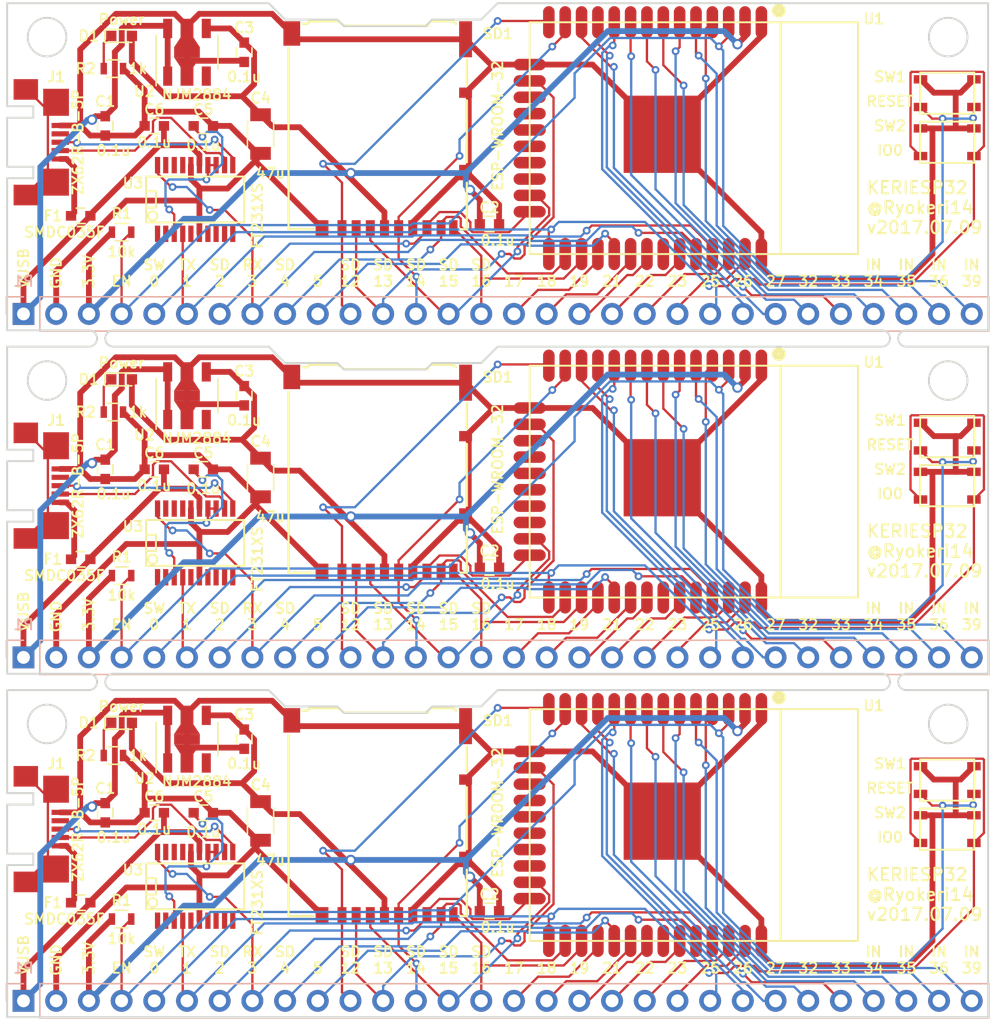
<source format=kicad_pcb>
(kicad_pcb (version 4) (host pcbnew 4.0.6)
  (layers (0 F.Cu signal) (31 B.Cu signal) (34 B.Paste user) (35 F.Paste user) (36 B.SilkS user) (37 F.SilkS user) (38 B.Mask user) (39 F.Mask user) (44 Edge.Cuts user))
  (net 0 "")
  (net 1 +5V)
  (net 2 GND)
  (net 3 +3V3)
  (net 4 ENABLE)
  (net 5 "Net-(P1-Pad10)")
  (net 6 "Net-(P1-Pad17)")
  (net 7 "Net-(P1-Pad18)")
  (net 8 "Net-(P1-Pad19)")
  (net 9 "Net-(P1-Pad20)")
  (net 10 "Net-(P1-Pad21)")
  (net 11 "Net-(P1-Pad16)")
  (net 12 IO0)
  (net 13 "Net-(P1-Pad24)")
  (net 14 "Net-(P1-Pad23)")
  (net 15 "Net-(P1-Pad22)")
  (net 16 "Net-(P1-Pad26)")
  (net 17 "Net-(P1-Pad25)")
  (net 18 "Net-(P1-Pad28)")
  (net 19 "Net-(P1-Pad27)")
  (net 20 "Net-(P1-Pad30)")
  (net 21 "Net-(P1-Pad29)")
  (net 22 SD_SD0)
  (net 23 SD_SD1)
  (net 24 SD_SD2)
  (net 25 SD_SD3)
  (net 26 SD_CLK)
  (net 27 SD_CMD)
  (net 28 SD_DETECT)
  (net 29 "Net-(J1-Pad6)")
  (net 30 USB_D+)
  (net 31 USB_D-)
  (net 32 TXD)
  (net 33 RXD)
  (net 34 "Net-(C5-Pad1)")
  (net 35 "Net-(D1-Pad1)")
  (net 36 /bus)
  (module Pin_Headers:Pin_Header_Straight_1x30_Pitch2.54mm (layer B.Cu) (at 120.65 92.71 270)
    (fp_text reference P1 (at -2.54 0 360) (layer B.SilkS) (effects (font (size 0.8 0.8)) (justify mirror)))
    (fp_text value CONN hide)
    (pad 1 thru_hole rect (at 0 0 270) (size 1.7 1.7) (drill 1) (layers *.Cu *.Mask) (net 1 +5V))
    (pad 2 thru_hole oval (at 0 -2.54 270) (size 1.7 1.7) (drill 1) (layers *.Cu *.Mask) (net 2 GND))
    (pad 3 thru_hole oval (at 0 -5.08 270) (size 1.7 1.7) (drill 1) (layers *.Cu *.Mask) (net 3 +3V3))
    (pad 4 thru_hole oval (at 0 -7.62 270) (size 1.7 1.7) (drill 1) (layers *.Cu *.Mask) (net 4 ENABLE))
    (pad 5 thru_hole oval (at 0 -10.16 270) (size 1.7 1.7) (drill 1) (layers *.Cu *.Mask) (net 12 IO0))
    (pad 6 thru_hole oval (at 0 -12.7 270) (size 1.7 1.7) (drill 1) (layers *.Cu *.Mask) (net 32 TXD))
    (pad 7 thru_hole oval (at 0 -15.24 270) (size 1.7 1.7) (drill 1) (layers *.Cu *.Mask) (net 22 SD_SD0))
    (pad 8 thru_hole oval (at 0 -17.78 270) (size 1.7 1.7) (drill 1) (layers *.Cu *.Mask) (net 33 RXD))
    (pad 9 thru_hole oval (at 0 -20.32 270) (size 1.7 1.7) (drill 1) (layers *.Cu *.Mask) (net 23 SD_SD1))
    (pad 10 thru_hole oval (at 0 -22.86 270) (size 1.7 1.7) (drill 1) (layers *.Cu *.Mask) (net 5 "Net-(P1-Pad10)"))
    (pad 11 thru_hole oval (at 0 -25.4 270) (size 1.7 1.7) (drill 1) (layers *.Cu *.Mask) (net 24 SD_SD2))
    (pad 12 thru_hole oval (at 0 -27.94 270) (size 1.7 1.7) (drill 1) (layers *.Cu *.Mask) (net 25 SD_SD3))
    (pad 13 thru_hole oval (at 0 -30.48 270) (size 1.7 1.7) (drill 1) (layers *.Cu *.Mask) (net 26 SD_CLK))
    (pad 14 thru_hole oval (at 0 -33.02 270) (size 1.7 1.7) (drill 1) (layers *.Cu *.Mask) (net 27 SD_CMD))
    (pad 15 thru_hole oval (at 0 -35.56 270) (size 1.7 1.7) (drill 1) (layers *.Cu *.Mask) (net 28 SD_DETECT))
    (pad 16 thru_hole oval (at 0 -38.1 270) (size 1.7 1.7) (drill 1) (layers *.Cu *.Mask) (net 11 "Net-(P1-Pad16)"))
    (pad 17 thru_hole oval (at 0 -40.64 270) (size 1.7 1.7) (drill 1) (layers *.Cu *.Mask) (net 6 "Net-(P1-Pad17)"))
    (pad 18 thru_hole oval (at 0 -43.18 270) (size 1.7 1.7) (drill 1) (layers *.Cu *.Mask) (net 7 "Net-(P1-Pad18)"))
    (pad 19 thru_hole oval (at 0 -45.72 270) (size 1.7 1.7) (drill 1) (layers *.Cu *.Mask) (net 8 "Net-(P1-Pad19)"))
    (pad 20 thru_hole oval (at 0 -48.26 270) (size 1.7 1.7) (drill 1) (layers *.Cu *.Mask) (net 9 "Net-(P1-Pad20)"))
    (pad 21 thru_hole oval (at 0 -50.8 270) (size 1.7 1.7) (drill 1) (layers *.Cu *.Mask) (net 10 "Net-(P1-Pad21)"))
    (pad 22 thru_hole oval (at 0 -53.34 270) (size 1.7 1.7) (drill 1) (layers *.Cu *.Mask) (net 15 "Net-(P1-Pad22)"))
    (pad 23 thru_hole oval (at 0 -55.88 270) (size 1.7 1.7) (drill 1) (layers *.Cu *.Mask) (net 14 "Net-(P1-Pad23)"))
    (pad 24 thru_hole oval (at 0 -58.42 270) (size 1.7 1.7) (drill 1) (layers *.Cu *.Mask) (net 13 "Net-(P1-Pad24)"))
    (pad 25 thru_hole oval (at 0 -60.96 270) (size 1.7 1.7) (drill 1) (layers *.Cu *.Mask) (net 17 "Net-(P1-Pad25)"))
    (pad 26 thru_hole oval (at 0 -63.5 270) (size 1.7 1.7) (drill 1) (layers *.Cu *.Mask) (net 16 "Net-(P1-Pad26)"))
    (pad 27 thru_hole oval (at 0 -66.04 270) (size 1.7 1.7) (drill 1) (layers *.Cu *.Mask) (net 19 "Net-(P1-Pad27)"))
    (pad 28 thru_hole oval (at 0 -68.58 270) (size 1.7 1.7) (drill 1) (layers *.Cu *.Mask) (net 18 "Net-(P1-Pad28)"))
    (pad 29 thru_hole oval (at 0 -71.12 270) (size 1.7 1.7) (drill 1) (layers *.Cu *.Mask) (net 21 "Net-(P1-Pad29)"))
    (pad 30 thru_hole oval (at 0 -73.66 270) (size 1.7 1.7) (drill 1) (layers *.Cu *.Mask) (net 20 "Net-(P1-Pad30)"))
  )
  (module KERIESP32:ESP-WROOM-32 (layer F.Cu) (at 172.72 52.388 90)
    (fp_text reference U1 (at 9.271 13.97 180) (layer F.SilkS) (effects (font (size 0.8 0.8))))
    (fp_text value ESP-WROOM-32 (at 0.953 -15.24 270) (layer F.SilkS) (effects (font (size 0.8 0.8))))
    (pad 38 smd oval (at -9 5.25 90) (size 2.5 0.9) (layers F.Cu F.Paste F.Mask) (net 2 GND))
    (pad 37 smd oval (at -9 3.98 90) (size 2.5 0.9) (layers F.Cu F.Paste F.Mask) (net 10 "Net-(P1-Pad21)"))
    (pad 36 smd oval (at -9 2.71 90) (size 2.5 0.9) (layers F.Cu F.Paste F.Mask) (net 9 "Net-(P1-Pad20)"))
    (pad 35 smd oval (at -9 1.44 90) (size 2.5 0.9) (layers F.Cu F.Paste F.Mask) (net 32 TXD))
    (pad 34 smd oval (at -9 0.17 90) (size 2.5 0.9) (layers F.Cu F.Paste F.Mask) (net 33 RXD))
    (pad 33 smd oval (at -9 -1.1 90) (size 2.5 0.9) (layers F.Cu F.Paste F.Mask) (net 8 "Net-(P1-Pad19)"))
    (pad 32 smd oval (at -9 -2.37 90) (size 2.5 0.9) (layers F.Cu F.Paste F.Mask))
    (pad 31 smd oval (at -9 -3.64 90) (size 2.5 0.9) (layers F.Cu F.Paste F.Mask) (net 7 "Net-(P1-Pad18)"))
    (pad 30 smd oval (at -9 -4.91 90) (size 2.5 0.9) (layers F.Cu F.Paste F.Mask) (net 6 "Net-(P1-Pad17)"))
    (pad 29 smd oval (at -9 -6.18 90) (size 2.5 0.9) (layers F.Cu F.Paste F.Mask) (net 5 "Net-(P1-Pad10)"))
    (pad 28 smd oval (at -9 -7.45 90) (size 2.5 0.9) (layers F.Cu F.Paste F.Mask) (net 11 "Net-(P1-Pad16)"))
    (pad 27 smd oval (at -9 -8.72 90) (size 2.5 0.9) (layers F.Cu F.Paste F.Mask) (net 28 SD_DETECT))
    (pad 26 smd oval (at -9 -9.99 90) (size 2.5 0.9) (layers F.Cu F.Paste F.Mask) (net 23 SD_SD1))
    (pad 25 smd oval (at -9 -11.26 90) (size 2.5 0.9) (layers F.Cu F.Paste F.Mask) (net 12 IO0))
    (pad 24 smd oval (at -5.715 -12.75 90) (size 0.9 2.5) (layers F.Cu F.Paste F.Mask) (net 22 SD_SD0))
    (pad 23 smd oval (at -4.445 -12.75 90) (size 0.9 2.5) (layers F.Cu F.Paste F.Mask) (net 27 SD_CMD))
    (pad 22 smd oval (at -3.175 -12.75 90) (size 0.9 2.5) (layers F.Cu F.Paste F.Mask))
    (pad 21 smd oval (at -1.905 -12.75 90) (size 0.9 2.5) (layers F.Cu F.Paste F.Mask))
    (pad 20 smd oval (at -0.635 -12.75 90) (size 0.9 2.5) (layers F.Cu F.Paste F.Mask))
    (pad 19 smd oval (at 0.635 -12.75 90) (size 0.9 2.5) (layers F.Cu F.Paste F.Mask))
    (pad 18 smd oval (at 1.905 -12.75 90) (size 0.9 2.5) (layers F.Cu F.Paste F.Mask))
    (pad 17 smd oval (at 3.175 -12.75 90) (size 0.9 2.5) (layers F.Cu F.Paste F.Mask))
    (pad 16 smd oval (at 4.445 -12.75 90) (size 0.9 2.5) (layers F.Cu F.Paste F.Mask) (net 25 SD_SD3))
    (pad 15 smd oval (at 5.715 -12.75 90) (size 0.9 2.5) (layers F.Cu F.Paste F.Mask) (net 2 GND))
    (pad 14 smd oval (at 9 -11.26 90) (size 2.5 0.9) (layers F.Cu F.Paste F.Mask) (net 24 SD_SD2))
    (pad 13 smd oval (at 9 -9.99 90) (size 2.5 0.9) (layers F.Cu F.Paste F.Mask) (net 26 SD_CLK))
    (pad 12 smd oval (at 9 -8.72 90) (size 2.5 0.9) (layers F.Cu F.Paste F.Mask) (net 13 "Net-(P1-Pad24)"))
    (pad 11 smd oval (at 9 -7.45 90) (size 2.5 0.9) (layers F.Cu F.Paste F.Mask) (net 14 "Net-(P1-Pad23)"))
    (pad 10 smd oval (at 9 -6.18 90) (size 2.5 0.9) (layers F.Cu F.Paste F.Mask) (net 15 "Net-(P1-Pad22)"))
    (pad 9 smd oval (at 9 -4.91 90) (size 2.5 0.9) (layers F.Cu F.Paste F.Mask) (net 16 "Net-(P1-Pad26)"))
    (pad 8 smd oval (at 9 -3.64 90) (size 2.5 0.9) (layers F.Cu F.Paste F.Mask) (net 17 "Net-(P1-Pad25)"))
    (pad 7 smd oval (at 9 -2.37 90) (size 2.5 0.9) (layers F.Cu F.Paste F.Mask) (net 18 "Net-(P1-Pad28)"))
    (pad 6 smd oval (at 9 -1.1 90) (size 2.5 0.9) (layers F.Cu F.Paste F.Mask) (net 19 "Net-(P1-Pad27)"))
    (pad 5 smd oval (at 9 0.17 90) (size 2.5 0.9) (layers F.Cu F.Paste F.Mask) (net 20 "Net-(P1-Pad30)"))
    (pad 4 smd oval (at 9 1.44 90) (size 2.5 0.9) (layers F.Cu F.Paste F.Mask) (net 21 "Net-(P1-Pad29)"))
    (pad 3 smd oval (at 9 2.71 90) (size 2.5 0.9) (layers F.Cu F.Paste F.Mask) (net 4 ENABLE))
    (pad 2 smd oval (at 9 3.98 90) (size 2.5 0.9) (layers F.Cu F.Paste F.Mask) (net 3 +3V3))
    (pad 1 smd oval (at 9 5.25 90) (size 2.5 0.9) (layers F.Cu F.Paste F.Mask) (net 2 GND))
    (pad 39 smd rect (at 0.3 -2.45 90) (size 6 6) (layers F.Cu F.Paste F.Mask) (net 2 GND))
  )
  (module SMD_Packages:SSOP-20 (layer F.Cu) (at 133.985 57.15)
    (fp_text reference U3 (at -4.826 -1.27) (layer F.SilkS) (effects (font (size 0.8 0.8))))
    (fp_text value FT231XS (at 4.826 1.27 90) (layer F.SilkS) (effects (font (size 0.8 0.8))))
    (pad 1 smd rect (at -2.921 2.667) (size 0.4064 1.27) (layers F.Cu F.Paste F.Mask))
    (pad 2 smd rect (at -2.286 2.667) (size 0.4064 1.27) (layers F.Cu F.Paste F.Mask))
    (pad 3 smd rect (at -1.6256 2.667) (size 0.4064 1.27) (layers F.Cu F.Paste F.Mask) (net 34 "Net-(C5-Pad1)"))
    (pad 4 smd rect (at -0.9652 2.667) (size 0.4064 1.27) (layers F.Cu F.Paste F.Mask) (net 32 TXD))
    (pad 5 smd rect (at -0.3302 2.667) (size 0.4064 1.27) (layers F.Cu F.Paste F.Mask))
    (pad 6 smd rect (at 0.3302 2.667) (size 0.4064 1.27) (layers F.Cu F.Paste F.Mask) (net 2 GND))
    (pad 7 smd rect (at 0.9906 2.667) (size 0.4064 1.27) (layers F.Cu F.Paste F.Mask))
    (pad 8 smd rect (at 1.6256 2.667) (size 0.4064 1.27) (layers F.Cu F.Paste F.Mask))
    (pad 9 smd rect (at 2.286 2.667) (size 0.4064 1.27) (layers F.Cu F.Paste F.Mask))
    (pad 10 smd rect (at 2.921 2.667) (size 0.4064 1.27) (layers F.Cu F.Paste F.Mask))
    (pad 11 smd rect (at 2.921 -2.667) (size 0.4064 1.27) (layers F.Cu F.Paste F.Mask) (net 30 USB_D+))
    (pad 12 smd rect (at 2.286 -2.667) (size 0.4064 1.27) (layers F.Cu F.Paste F.Mask) (net 31 USB_D-))
    (pad 13 smd rect (at 1.6256 -2.667) (size 0.4064 1.27) (layers F.Cu F.Paste F.Mask) (net 34 "Net-(C5-Pad1)"))
    (pad 14 smd rect (at 0.9906 -2.667) (size 0.4064 1.27) (layers F.Cu F.Paste F.Mask) (net 34 "Net-(C5-Pad1)"))
    (pad 15 smd rect (at 0.3302 -2.667) (size 0.4064 1.27) (layers F.Cu F.Paste F.Mask) (net 1 +5V))
    (pad 16 smd rect (at -0.3302 -2.667) (size 0.4064 1.27) (layers F.Cu F.Paste F.Mask) (net 2 GND))
    (pad 17 smd rect (at -0.9652 -2.667) (size 0.4064 1.27) (layers F.Cu F.Paste F.Mask))
    (pad 18 smd rect (at -1.6256 -2.667) (size 0.4064 1.27) (layers F.Cu F.Paste F.Mask))
    (pad 19 smd rect (at -2.286 -2.667) (size 0.4064 1.27) (layers F.Cu F.Paste F.Mask))
    (pad 20 smd rect (at -2.921 -2.667) (size 0.4064 1.27) (layers F.Cu F.Paste F.Mask) (net 33 RXD))
  )
  (module KERIESP32:SW_PUSH (layer F.Cu) (at 192.405 52.705 180)
    (fp_text reference SW2 (at 4.445 1.27 180) (layer F.SilkS) (effects (font (size 0.8 0.8))))
    (fp_text value IO0 (at 4.445 -0.635 180) (layer F.SilkS) (effects (font (size 0.8 0.8))))
    (pad 2 smd rect (at 2.075 1.075 180) (size 1.05 0.65) (layers F.Cu F.Paste F.Mask) (net 2 GND))
    (pad 2 smd rect (at -2.075 1.075 180) (size 1.05 0.65) (layers F.Cu F.Paste F.Mask) (net 2 GND))
    (pad 1 smd rect (at -2.075 -1.075 180) (size 1.05 0.65) (layers F.Cu F.Paste F.Mask) (net 12 IO0))
    (pad 1 smd rect (at 2.075 -1.075 180) (size 1.05 0.65) (layers F.Cu F.Paste F.Mask) (net 12 IO0))
  )
  (module KERIESP32:SW_PUSH (layer F.Cu) (at 192.405 48.895 180)
    (fp_text reference SW1 (at 4.445 1.27 180) (layer F.SilkS) (effects (font (size 0.8 0.8))))
    (fp_text value RESET (at 4.445 -0.635 180) (layer F.SilkS) (effects (font (size 0.8 0.8))))
    (pad 2 smd rect (at 2.075 1.075 180) (size 1.05 0.65) (layers F.Cu F.Paste F.Mask) (net 2 GND))
    (pad 2 smd rect (at -2.075 1.075 180) (size 1.05 0.65) (layers F.Cu F.Paste F.Mask) (net 2 GND))
    (pad 1 smd rect (at -2.075 -1.075 180) (size 1.05 0.65) (layers F.Cu F.Paste F.Mask) (net 4 ENABLE))
    (pad 1 smd rect (at 2.075 -1.075 180) (size 1.05 0.65) (layers F.Cu F.Paste F.Mask) (net 4 ENABLE))
  )
  (module KERIESP32:HIROSE-MICROSD-DM3AT-SF (layer F.Cu) (at 148.59 41.91 180)
    (fp_text reference SD1 (at -10.16 -1.905 360) (layer F.SilkS) (effects (font (size 0.8 0.8)) (justify right top)))
    (fp_text value Micro_SD hide)
    (pad SH smd rect (at 7.1 -2.35 180) (size 1.3 1.9) (layers F.Cu F.Paste F.Mask) (net 2 GND))
    (pad SH smd rect (at -6.4 -2.8 180) (size 1 2.8) (layers F.Cu F.Paste F.Mask) (net 2 GND))
    (pad 1 smd rect (at 3.2 -17.45 180) (size 0.7 1.2) (layers F.Cu F.Paste F.Mask) (net 24 SD_SD2))
    (pad 2 smd rect (at 2.1 -17.45 180) (size 0.7 1.2) (layers F.Cu F.Paste F.Mask) (net 25 SD_SD3))
    (pad 3 smd rect (at 1 -17.45 180) (size 0.7 1.2) (layers F.Cu F.Paste F.Mask) (net 27 SD_CMD))
    (pad 4 smd rect (at -0.1 -17.45 180) (size 0.7 1.2) (layers F.Cu F.Paste F.Mask) (net 3 +3V3))
    (pad 5 smd rect (at -1.2 -17.45 180) (size 0.7 1.2) (layers F.Cu F.Paste F.Mask) (net 26 SD_CLK))
    (pad 6 smd rect (at -2.3 -17.45 180) (size 0.7 1.2) (layers F.Cu F.Paste F.Mask) (net 2 GND))
    (pad 7 smd rect (at -3.4 -17.45 180) (size 0.7 1.2) (layers F.Cu F.Paste F.Mask) (net 22 SD_SD0))
    (pad 8 smd rect (at -4.5 -17.45 180) (size 0.7 1.2) (layers F.Cu F.Paste F.Mask) (net 23 SD_SD1))
    (pad SH smd rect (at 4.75 -17.45 180) (size 1 1.2) (layers F.Cu F.Paste F.Mask) (net 2 GND))
    (pad DT smd rect (at -5.45 -17.45 180) (size 0.65 1.2) (layers F.Cu F.Paste F.Mask) (net 28 SD_DETECT))
    (pad DC smd rect (at -6.4 -6.95 180) (size 1 0.8) (layers F.Cu F.Paste F.Mask) (net 2 GND))
    (pad SH smd rect (at -6.4 -13.15 180) (size 1 1.2) (layers F.Cu F.Paste F.Mask) (net 2 GND))
  )
  (module Pin_Headers:Pin_Header_Straight_1x30_Pitch2.54mm (layer B.Cu) (at 120.65 66.04 270)
    (fp_text reference P1 (at -2.54 0 360) (layer B.SilkS) (effects (font (size 0.8 0.8)) (justify mirror)))
    (fp_text value CONN hide)
    (pad 1 thru_hole rect (at 0 0 270) (size 1.7 1.7) (drill 1) (layers *.Cu *.Mask) (net 1 +5V))
    (pad 2 thru_hole oval (at 0 -2.54 270) (size 1.7 1.7) (drill 1) (layers *.Cu *.Mask) (net 2 GND))
    (pad 3 thru_hole oval (at 0 -5.08 270) (size 1.7 1.7) (drill 1) (layers *.Cu *.Mask) (net 3 +3V3))
    (pad 4 thru_hole oval (at 0 -7.62 270) (size 1.7 1.7) (drill 1) (layers *.Cu *.Mask) (net 4 ENABLE))
    (pad 5 thru_hole oval (at 0 -10.16 270) (size 1.7 1.7) (drill 1) (layers *.Cu *.Mask) (net 12 IO0))
    (pad 6 thru_hole oval (at 0 -12.7 270) (size 1.7 1.7) (drill 1) (layers *.Cu *.Mask) (net 32 TXD))
    (pad 7 thru_hole oval (at 0 -15.24 270) (size 1.7 1.7) (drill 1) (layers *.Cu *.Mask) (net 22 SD_SD0))
    (pad 8 thru_hole oval (at 0 -17.78 270) (size 1.7 1.7) (drill 1) (layers *.Cu *.Mask) (net 33 RXD))
    (pad 9 thru_hole oval (at 0 -20.32 270) (size 1.7 1.7) (drill 1) (layers *.Cu *.Mask) (net 23 SD_SD1))
    (pad 10 thru_hole oval (at 0 -22.86 270) (size 1.7 1.7) (drill 1) (layers *.Cu *.Mask) (net 5 "Net-(P1-Pad10)"))
    (pad 11 thru_hole oval (at 0 -25.4 270) (size 1.7 1.7) (drill 1) (layers *.Cu *.Mask) (net 24 SD_SD2))
    (pad 12 thru_hole oval (at 0 -27.94 270) (size 1.7 1.7) (drill 1) (layers *.Cu *.Mask) (net 25 SD_SD3))
    (pad 13 thru_hole oval (at 0 -30.48 270) (size 1.7 1.7) (drill 1) (layers *.Cu *.Mask) (net 26 SD_CLK))
    (pad 14 thru_hole oval (at 0 -33.02 270) (size 1.7 1.7) (drill 1) (layers *.Cu *.Mask) (net 27 SD_CMD))
    (pad 15 thru_hole oval (at 0 -35.56 270) (size 1.7 1.7) (drill 1) (layers *.Cu *.Mask) (net 28 SD_DETECT))
    (pad 16 thru_hole oval (at 0 -38.1 270) (size 1.7 1.7) (drill 1) (layers *.Cu *.Mask) (net 11 "Net-(P1-Pad16)"))
    (pad 17 thru_hole oval (at 0 -40.64 270) (size 1.7 1.7) (drill 1) (layers *.Cu *.Mask) (net 6 "Net-(P1-Pad17)"))
    (pad 18 thru_hole oval (at 0 -43.18 270) (size 1.7 1.7) (drill 1) (layers *.Cu *.Mask) (net 7 "Net-(P1-Pad18)"))
    (pad 19 thru_hole oval (at 0 -45.72 270) (size 1.7 1.7) (drill 1) (layers *.Cu *.Mask) (net 8 "Net-(P1-Pad19)"))
    (pad 20 thru_hole oval (at 0 -48.26 270) (size 1.7 1.7) (drill 1) (layers *.Cu *.Mask) (net 9 "Net-(P1-Pad20)"))
    (pad 21 thru_hole oval (at 0 -50.8 270) (size 1.7 1.7) (drill 1) (layers *.Cu *.Mask) (net 10 "Net-(P1-Pad21)"))
    (pad 22 thru_hole oval (at 0 -53.34 270) (size 1.7 1.7) (drill 1) (layers *.Cu *.Mask) (net 15 "Net-(P1-Pad22)"))
    (pad 23 thru_hole oval (at 0 -55.88 270) (size 1.7 1.7) (drill 1) (layers *.Cu *.Mask) (net 14 "Net-(P1-Pad23)"))
    (pad 24 thru_hole oval (at 0 -58.42 270) (size 1.7 1.7) (drill 1) (layers *.Cu *.Mask) (net 13 "Net-(P1-Pad24)"))
    (pad 25 thru_hole oval (at 0 -60.96 270) (size 1.7 1.7) (drill 1) (layers *.Cu *.Mask) (net 17 "Net-(P1-Pad25)"))
    (pad 26 thru_hole oval (at 0 -63.5 270) (size 1.7 1.7) (drill 1) (layers *.Cu *.Mask) (net 16 "Net-(P1-Pad26)"))
    (pad 27 thru_hole oval (at 0 -66.04 270) (size 1.7 1.7) (drill 1) (layers *.Cu *.Mask) (net 19 "Net-(P1-Pad27)"))
    (pad 28 thru_hole oval (at 0 -68.58 270) (size 1.7 1.7) (drill 1) (layers *.Cu *.Mask) (net 18 "Net-(P1-Pad28)"))
    (pad 29 thru_hole oval (at 0 -71.12 270) (size 1.7 1.7) (drill 1) (layers *.Cu *.Mask) (net 21 "Net-(P1-Pad29)"))
    (pad 30 thru_hole oval (at 0 -73.66 270) (size 1.7 1.7) (drill 1) (layers *.Cu *.Mask) (net 20 "Net-(P1-Pad30)"))
  )
  (module Capacitors_SMD:C_0603 (layer F.Cu) (at 125.095 58.42 180)
    (fp_text reference F1 (at 2.159 0 360) (layer F.SilkS) (effects (font (size 0.8 0.8))))
    (fp_text value SMDC035F (at 1.27 -1.27 360) (layer F.SilkS) (effects (font (size 0.8 0.8))))
    (pad 1 smd rect (at -0.75 0 180) (size 0.8 0.75) (layers F.Cu F.Paste F.Mask) (net 1 +5V))
    (pad 2 smd rect (at 0.75 0 180) (size 0.8 0.75) (layers F.Cu F.Paste F.Mask) (net 36 /bus))
  )
  (module Capacitors_SMD:C_0603 (layer F.Cu) (at 134.62 51.435)
    (fp_text reference C5 (at 0 -1.27) (layer F.SilkS) (effects (font (size 0.8 0.8))))
    (fp_text value 0.1u (at 0 1.5) (layer F.SilkS) (effects (font (size 0.8 0.8))))
    (pad 1 smd rect (at -0.75 0) (size 0.8 0.75) (layers F.Cu F.Paste F.Mask) (net 34 "Net-(C5-Pad1)"))
    (pad 2 smd rect (at 0.75 0) (size 0.8 0.75) (layers F.Cu F.Paste F.Mask) (net 2 GND))
  )
  (module Capacitors_SMD:C_0603 (layer F.Cu) (at 130.81 51.435 180)
    (fp_text reference C6 (at 0 1.27 180) (layer F.SilkS) (effects (font (size 0.8 0.8))))
    (fp_text value 0.1u (at 0 -1.27 180) (layer F.SilkS) (effects (font (size 0.8 0.8))))
    (pad 1 smd rect (at -0.75 0 180) (size 0.8 0.75) (layers F.Cu F.Paste F.Mask) (net 1 +5V))
    (pad 2 smd rect (at 0.75 0 180) (size 0.8 0.75) (layers F.Cu F.Paste F.Mask) (net 2 GND))
  )
  (module Capacitors_SMD:C_0603 (layer F.Cu) (at 156.845 59.055)
    (fp_text reference C2 (at 0 -1.27 180) (layer F.SilkS) (effects (font (size 0.8 0.8))))
    (fp_text value 0.1u (at 0.635 1.27 180) (layer F.SilkS) (effects (font (size 0.8 0.8))))
    (pad 1 smd rect (at -0.75 0) (size 0.8 0.75) (layers F.Cu F.Paste F.Mask) (net 3 +3V3))
    (pad 2 smd rect (at 0.75 0) (size 0.8 0.75) (layers F.Cu F.Paste F.Mask) (net 2 GND))
  )
  (module TO_SOT_Packages_SMD:SOT89-5_Housing (layer F.Cu) (at 133.35 45.72 90)
    (fp_text reference U2 (at -3.048 -3.302 180) (layer F.SilkS) (effects (font (size 0.8 0.8))))
    (fp_text value NJM2884 (at -3.302 0.762 180) (layer F.SilkS) (effects (font (size 0.8 0.8))))
    (pad 2 smd trapezoid (at 0.775 0) (size 1.5 0.75) (rect_delta 0 0.5) (layers F.Cu F.Paste F.Mask) (net 2 GND))
    (pad 5 smd rect (at 1.85 -1.5) (size 0.7 1.5) (layers F.Cu F.Paste F.Mask) (net 1 +5V))
    (pad 4 smd rect (at 1.85 1.5) (size 0.7 1.5) (layers F.Cu F.Paste F.Mask) (net 3 +3V3))
    (pad 1 smd rect (at -1.85 -1.5) (size 0.7 1.5) (layers F.Cu F.Paste F.Mask) (net 1 +5V))
    (pad 2 smd rect (at -1.85 0) (size 1 1.5) (layers F.Cu F.Paste F.Mask) (net 2 GND))
    (pad 3 smd rect (at -1.85 1.5) (size 0.7 1.5) (layers F.Cu F.Paste F.Mask))
    (pad 2 smd rect (at 1.85 0) (size 1 1.5) (layers F.Cu F.Paste F.Mask) (net 2 GND))
    (pad 2 smd trapezoid (at -0.775 0 180) (size 1.5 0.75) (rect_delta 0 0.5) (layers F.Cu F.Paste F.Mask) (net 2 GND))
    (pad 2 smd rect (at 0 0) (size 2 0.8) (layers F.Cu F.Paste F.Mask) (net 2 GND))
  )
  (module Resistors_SMD:R_0603 (layer F.Cu) (at 128.27 59.69)
    (fp_text reference R1 (at 0 -1.45) (layer F.SilkS) (effects (font (size 0.8 0.8))))
    (fp_text value 10k (at 0 1.524 180) (layer F.SilkS) (effects (font (size 0.8 0.8))))
    (pad 1 smd rect (at -0.75 0) (size 0.5 0.9) (layers F.Cu F.Paste F.Mask) (net 3 +3V3))
    (pad 2 smd rect (at 0.75 0) (size 0.5 0.9) (layers F.Cu F.Paste F.Mask) (net 4 ENABLE))
  )
  (module Capacitors_SMD:C_1206 (layer F.Cu) (at 139.065 52.07 270)
    (fp_text reference C4 (at -2.794 0 540) (layer F.SilkS) (effects (font (size 0.8 0.8))))
    (fp_text value 47u (at 3.048 -0.762 360) (layer F.SilkS) (effects (font (size 0.8 0.8))))
    (pad 1 smd rect (at -1.5 0 270) (size 1 1.6) (layers F.Cu F.Paste F.Mask) (net 3 +3V3))
    (pad 2 smd rect (at 1.5 0 270) (size 1 1.6) (layers F.Cu F.Paste F.Mask) (net 2 GND))
  )
  (module Capacitors_SMD:C_0603 (layer F.Cu) (at 137.795 45.72 270)
    (fp_text reference C3 (at -1.905 0 360) (layer F.SilkS) (effects (font (size 0.8 0.8))))
    (fp_text value 0.1u (at 1.905 0 360) (layer F.SilkS) (effects (font (size 0.8 0.8))))
    (pad 1 smd rect (at -0.75 0 270) (size 0.8 0.75) (layers F.Cu F.Paste F.Mask) (net 3 +3V3))
    (pad 2 smd rect (at 0.75 0 270) (size 0.8 0.75) (layers F.Cu F.Paste F.Mask) (net 2 GND))
  )
  (module Capacitors_SMD:C_0603 (layer F.Cu) (at 127 51.435 270)
    (fp_text reference C1 (at -1.905 0 360) (layer F.SilkS) (effects (font (size 0.8 0.8))))
    (fp_text value 0.1u (at 1.905 -0.635 360) (layer F.SilkS) (effects (font (size 0.8 0.8))))
    (pad 1 smd rect (at -0.75 0 270) (size 0.8 0.75) (layers F.Cu F.Paste F.Mask) (net 1 +5V))
    (pad 2 smd rect (at 0.75 0 270) (size 0.8 0.75) (layers F.Cu F.Paste F.Mask) (net 2 GND))
  )
  (module LEDs:LED_0603 (layer F.Cu) (at 128.27 44.45)
    (fp_text reference D1 (at -2.54 0) (layer F.SilkS) (effects (font (size 0.8 0.8))))
    (fp_text value Power (at 0 -1.27) (layer F.SilkS) (effects (font (size 0.8 0.8))))
    (pad 2 smd rect (at 0.8 0 180) (size 0.8 0.8) (layers F.Cu F.Paste F.Mask) (net 3 +3V3))
    (pad 1 smd rect (at -0.8 0 180) (size 0.8 0.8) (layers F.Cu F.Paste F.Mask) (net 35 "Net-(D1-Pad1)"))
  )
  (module Resistors_SMD:R_0603 (layer F.Cu) (at 127.635 46.99)
    (fp_text reference R2 (at -2.159 0) (layer F.SilkS) (effects (font (size 0.8 0.8))))
    (fp_text value 1k (at 1.905 0) (layer F.SilkS) (effects (font (size 0.8 0.8))))
    (pad 1 smd rect (at -0.75 0) (size 0.5 0.9) (layers F.Cu F.Paste F.Mask) (net 35 "Net-(D1-Pad1)"))
    (pad 2 smd rect (at 0.75 0) (size 0.5 0.9) (layers F.Cu F.Paste F.Mask) (net 2 GND))
  )
  (module KERIESP32:ZX62R-B-5P (layer F.Cu) (at 119.38 52.705 270)
    (fp_text reference J1 (at -5.08 -3.81 540) (layer F.SilkS) (effects (font (size 0.8 0.8) (thickness 0.16))))
    (fp_text value ZX62R-B-5P (at 0 -5.5 270) (layer F.SilkS) (effects (font (size 0.8 0.8))))
    (pad 6 smd rect (at -4.1 -1.45 270) (size 1.6 1.9) (layers F.Cu F.Paste F.Mask) (net 29 "Net-(J1-Pad6)"))
    (pad 6 smd rect (at 4.1 -1.45 270) (size 1.6 1.9) (layers F.Cu F.Paste F.Mask) (net 29 "Net-(J1-Pad6)"))
    (pad 3 smd rect (at 0 -4.125 270) (size 0.4 1.35) (layers F.Cu F.Paste F.Mask) (net 30 USB_D+))
    (pad 2 smd rect (at 0.65 -4.125 270) (size 0.4 1.35) (layers F.Cu F.Paste F.Mask) (net 31 USB_D-))
    (pad 1 smd rect (at 1.3 -4.125 270) (size 0.4 1.35) (layers F.Cu F.Paste F.Mask) (net 36 /bus))
    (pad 4 smd rect (at -0.65 -4.125 270) (size 0.4 1.35) (layers F.Cu F.Paste F.Mask))
    (pad 5 smd rect (at -1.3 -4.125 270) (size 0.4 1.35) (layers F.Cu F.Paste F.Mask) (net 2 GND))
    (pad 6 smd rect (at -3.1 -3.8 270) (size 2.1 2) (layers F.Cu F.Paste F.Mask) (net 29 "Net-(J1-Pad6)"))
    (pad 6 smd rect (at 3.1 -3.8 270) (size 2.1 2) (layers F.Cu F.Paste F.Mask) (net 29 "Net-(J1-Pad6)"))
  )
  (module KERIESP32:ZX62R-B-5P (layer F.Cu) (at 119.38 79.375 270)
    (fp_text reference J1 (at -5.08 -3.81 540) (layer F.SilkS) (effects (font (size 0.8 0.8) (thickness 0.16))))
    (fp_text value ZX62R-B-5P (at 0 -5.5 270) (layer F.SilkS) (effects (font (size 0.8 0.8))))
    (pad 6 smd rect (at -4.1 -1.45 270) (size 1.6 1.9) (layers F.Cu F.Paste F.Mask) (net 29 "Net-(J1-Pad6)"))
    (pad 6 smd rect (at 4.1 -1.45 270) (size 1.6 1.9) (layers F.Cu F.Paste F.Mask) (net 29 "Net-(J1-Pad6)"))
    (pad 3 smd rect (at 0 -4.125 270) (size 0.4 1.35) (layers F.Cu F.Paste F.Mask) (net 30 USB_D+))
    (pad 2 smd rect (at 0.65 -4.125 270) (size 0.4 1.35) (layers F.Cu F.Paste F.Mask) (net 31 USB_D-))
    (pad 1 smd rect (at 1.3 -4.125 270) (size 0.4 1.35) (layers F.Cu F.Paste F.Mask) (net 36 /bus))
    (pad 4 smd rect (at -0.65 -4.125 270) (size 0.4 1.35) (layers F.Cu F.Paste F.Mask))
    (pad 5 smd rect (at -1.3 -4.125 270) (size 0.4 1.35) (layers F.Cu F.Paste F.Mask) (net 2 GND))
    (pad 6 smd rect (at -3.1 -3.8 270) (size 2.1 2) (layers F.Cu F.Paste F.Mask) (net 29 "Net-(J1-Pad6)"))
    (pad 6 smd rect (at 3.1 -3.8 270) (size 2.1 2) (layers F.Cu F.Paste F.Mask) (net 29 "Net-(J1-Pad6)"))
  )
  (module Resistors_SMD:R_0603 (layer F.Cu) (at 127.635 73.66)
    (fp_text reference R2 (at -2.159 0) (layer F.SilkS) (effects (font (size 0.8 0.8))))
    (fp_text value 1k (at 1.905 0) (layer F.SilkS) (effects (font (size 0.8 0.8))))
    (pad 1 smd rect (at -0.75 0) (size 0.5 0.9) (layers F.Cu F.Paste F.Mask) (net 35 "Net-(D1-Pad1)"))
    (pad 2 smd rect (at 0.75 0) (size 0.5 0.9) (layers F.Cu F.Paste F.Mask) (net 2 GND))
  )
  (module LEDs:LED_0603 (layer F.Cu) (at 128.27 71.12)
    (fp_text reference D1 (at -2.54 0) (layer F.SilkS) (effects (font (size 0.8 0.8))))
    (fp_text value Power (at 0 -1.27) (layer F.SilkS) (effects (font (size 0.8 0.8))))
    (pad 2 smd rect (at 0.8 0 180) (size 0.8 0.8) (layers F.Cu F.Paste F.Mask) (net 3 +3V3))
    (pad 1 smd rect (at -0.8 0 180) (size 0.8 0.8) (layers F.Cu F.Paste F.Mask) (net 35 "Net-(D1-Pad1)"))
  )
  (module Capacitors_SMD:C_0603 (layer F.Cu) (at 127 78.105 270)
    (fp_text reference C1 (at -1.905 0 360) (layer F.SilkS) (effects (font (size 0.8 0.8))))
    (fp_text value 0.1u (at 1.905 -0.635 360) (layer F.SilkS) (effects (font (size 0.8 0.8))))
    (pad 1 smd rect (at -0.75 0 270) (size 0.8 0.75) (layers F.Cu F.Paste F.Mask) (net 1 +5V))
    (pad 2 smd rect (at 0.75 0 270) (size 0.8 0.75) (layers F.Cu F.Paste F.Mask) (net 2 GND))
  )
  (module Capacitors_SMD:C_0603 (layer F.Cu) (at 137.795 72.39 270)
    (fp_text reference C3 (at -1.905 0 360) (layer F.SilkS) (effects (font (size 0.8 0.8))))
    (fp_text value 0.1u (at 1.905 0 360) (layer F.SilkS) (effects (font (size 0.8 0.8))))
    (pad 1 smd rect (at -0.75 0 270) (size 0.8 0.75) (layers F.Cu F.Paste F.Mask) (net 3 +3V3))
    (pad 2 smd rect (at 0.75 0 270) (size 0.8 0.75) (layers F.Cu F.Paste F.Mask) (net 2 GND))
  )
  (module Capacitors_SMD:C_1206 (layer F.Cu) (at 139.065 78.74 270)
    (fp_text reference C4 (at -2.794 0 540) (layer F.SilkS) (effects (font (size 0.8 0.8))))
    (fp_text value 47u (at 3.048 -0.762 360) (layer F.SilkS) (effects (font (size 0.8 0.8))))
    (pad 1 smd rect (at -1.5 0 270) (size 1 1.6) (layers F.Cu F.Paste F.Mask) (net 3 +3V3))
    (pad 2 smd rect (at 1.5 0 270) (size 1 1.6) (layers F.Cu F.Paste F.Mask) (net 2 GND))
  )
  (module Resistors_SMD:R_0603 (layer F.Cu) (at 128.27 86.36)
    (fp_text reference R1 (at 0 -1.45) (layer F.SilkS) (effects (font (size 0.8 0.8))))
    (fp_text value 10k (at 0 1.524 180) (layer F.SilkS) (effects (font (size 0.8 0.8))))
    (pad 1 smd rect (at -0.75 0) (size 0.5 0.9) (layers F.Cu F.Paste F.Mask) (net 3 +3V3))
    (pad 2 smd rect (at 0.75 0) (size 0.5 0.9) (layers F.Cu F.Paste F.Mask) (net 4 ENABLE))
  )
  (module TO_SOT_Packages_SMD:SOT89-5_Housing (layer F.Cu) (at 133.35 72.39 90)
    (fp_text reference U2 (at -3.048 -3.302 180) (layer F.SilkS) (effects (font (size 0.8 0.8))))
    (fp_text value NJM2884 (at -3.302 0.762 180) (layer F.SilkS) (effects (font (size 0.8 0.8))))
    (pad 2 smd trapezoid (at 0.775 0) (size 1.5 0.75) (rect_delta 0 0.5) (layers F.Cu F.Paste F.Mask) (net 2 GND))
    (pad 5 smd rect (at 1.85 -1.5) (size 0.7 1.5) (layers F.Cu F.Paste F.Mask) (net 1 +5V))
    (pad 4 smd rect (at 1.85 1.5) (size 0.7 1.5) (layers F.Cu F.Paste F.Mask) (net 3 +3V3))
    (pad 1 smd rect (at -1.85 -1.5) (size 0.7 1.5) (layers F.Cu F.Paste F.Mask) (net 1 +5V))
    (pad 2 smd rect (at -1.85 0) (size 1 1.5) (layers F.Cu F.Paste F.Mask) (net 2 GND))
    (pad 3 smd rect (at -1.85 1.5) (size 0.7 1.5) (layers F.Cu F.Paste F.Mask))
    (pad 2 smd rect (at 1.85 0) (size 1 1.5) (layers F.Cu F.Paste F.Mask) (net 2 GND))
    (pad 2 smd trapezoid (at -0.775 0 180) (size 1.5 0.75) (rect_delta 0 0.5) (layers F.Cu F.Paste F.Mask) (net 2 GND))
    (pad 2 smd rect (at 0 0) (size 2 0.8) (layers F.Cu F.Paste F.Mask) (net 2 GND))
  )
  (module Capacitors_SMD:C_0603 (layer F.Cu) (at 156.845 85.725)
    (fp_text reference C2 (at 0 -1.27 180) (layer F.SilkS) (effects (font (size 0.8 0.8))))
    (fp_text value 0.1u (at 0.635 1.27 180) (layer F.SilkS) (effects (font (size 0.8 0.8))))
    (pad 1 smd rect (at -0.75 0) (size 0.8 0.75) (layers F.Cu F.Paste F.Mask) (net 3 +3V3))
    (pad 2 smd rect (at 0.75 0) (size 0.8 0.75) (layers F.Cu F.Paste F.Mask) (net 2 GND))
  )
  (module Capacitors_SMD:C_0603 (layer F.Cu) (at 130.81 78.105 180)
    (fp_text reference C6 (at 0 1.27 180) (layer F.SilkS) (effects (font (size 0.8 0.8))))
    (fp_text value 0.1u (at 0 -1.27 180) (layer F.SilkS) (effects (font (size 0.8 0.8))))
    (pad 1 smd rect (at -0.75 0 180) (size 0.8 0.75) (layers F.Cu F.Paste F.Mask) (net 1 +5V))
    (pad 2 smd rect (at 0.75 0 180) (size 0.8 0.75) (layers F.Cu F.Paste F.Mask) (net 2 GND))
  )
  (module Capacitors_SMD:C_0603 (layer F.Cu) (at 134.62 78.105)
    (fp_text reference C5 (at 0 -1.27) (layer F.SilkS) (effects (font (size 0.8 0.8))))
    (fp_text value 0.1u (at 0 1.5) (layer F.SilkS) (effects (font (size 0.8 0.8))))
    (pad 1 smd rect (at -0.75 0) (size 0.8 0.75) (layers F.Cu F.Paste F.Mask) (net 34 "Net-(C5-Pad1)"))
    (pad 2 smd rect (at 0.75 0) (size 0.8 0.75) (layers F.Cu F.Paste F.Mask) (net 2 GND))
  )
  (module Capacitors_SMD:C_0603 (layer F.Cu) (at 125.095 85.09 180)
    (fp_text reference F1 (at 2.159 0 360) (layer F.SilkS) (effects (font (size 0.8 0.8))))
    (fp_text value SMDC035F (at 1.27 -1.27 360) (layer F.SilkS) (effects (font (size 0.8 0.8))))
    (pad 1 smd rect (at -0.75 0 180) (size 0.8 0.75) (layers F.Cu F.Paste F.Mask) (net 1 +5V))
    (pad 2 smd rect (at 0.75 0 180) (size 0.8 0.75) (layers F.Cu F.Paste F.Mask) (net 36 /bus))
  )
  (module KERIESP32:HIROSE-MICROSD-DM3AT-SF (layer F.Cu) (at 148.59 68.58 180)
    (fp_text reference SD1 (at -10.16 -1.905 360) (layer F.SilkS) (effects (font (size 0.8 0.8)) (justify right top)))
    (fp_text value Micro_SD hide)
    (pad SH smd rect (at 7.1 -2.35 180) (size 1.3 1.9) (layers F.Cu F.Paste F.Mask) (net 2 GND))
    (pad SH smd rect (at -6.4 -2.8 180) (size 1 2.8) (layers F.Cu F.Paste F.Mask) (net 2 GND))
    (pad 1 smd rect (at 3.2 -17.45 180) (size 0.7 1.2) (layers F.Cu F.Paste F.Mask) (net 24 SD_SD2))
    (pad 2 smd rect (at 2.1 -17.45 180) (size 0.7 1.2) (layers F.Cu F.Paste F.Mask) (net 25 SD_SD3))
    (pad 3 smd rect (at 1 -17.45 180) (size 0.7 1.2) (layers F.Cu F.Paste F.Mask) (net 27 SD_CMD))
    (pad 4 smd rect (at -0.1 -17.45 180) (size 0.7 1.2) (layers F.Cu F.Paste F.Mask) (net 3 +3V3))
    (pad 5 smd rect (at -1.2 -17.45 180) (size 0.7 1.2) (layers F.Cu F.Paste F.Mask) (net 26 SD_CLK))
    (pad 6 smd rect (at -2.3 -17.45 180) (size 0.7 1.2) (layers F.Cu F.Paste F.Mask) (net 2 GND))
    (pad 7 smd rect (at -3.4 -17.45 180) (size 0.7 1.2) (layers F.Cu F.Paste F.Mask) (net 22 SD_SD0))
    (pad 8 smd rect (at -4.5 -17.45 180) (size 0.7 1.2) (layers F.Cu F.Paste F.Mask) (net 23 SD_SD1))
    (pad SH smd rect (at 4.75 -17.45 180) (size 1 1.2) (layers F.Cu F.Paste F.Mask) (net 2 GND))
    (pad DT smd rect (at -5.45 -17.45 180) (size 0.65 1.2) (layers F.Cu F.Paste F.Mask) (net 28 SD_DETECT))
    (pad DC smd rect (at -6.4 -6.95 180) (size 1 0.8) (layers F.Cu F.Paste F.Mask) (net 2 GND))
    (pad SH smd rect (at -6.4 -13.15 180) (size 1 1.2) (layers F.Cu F.Paste F.Mask) (net 2 GND))
  )
  (module KERIESP32:SW_PUSH (layer F.Cu) (at 192.405 75.565 180)
    (fp_text reference SW1 (at 4.445 1.27 180) (layer F.SilkS) (effects (font (size 0.8 0.8))))
    (fp_text value RESET (at 4.445 -0.635 180) (layer F.SilkS) (effects (font (size 0.8 0.8))))
    (pad 2 smd rect (at 2.075 1.075 180) (size 1.05 0.65) (layers F.Cu F.Paste F.Mask) (net 2 GND))
    (pad 2 smd rect (at -2.075 1.075 180) (size 1.05 0.65) (layers F.Cu F.Paste F.Mask) (net 2 GND))
    (pad 1 smd rect (at -2.075 -1.075 180) (size 1.05 0.65) (layers F.Cu F.Paste F.Mask) (net 4 ENABLE))
    (pad 1 smd rect (at 2.075 -1.075 180) (size 1.05 0.65) (layers F.Cu F.Paste F.Mask) (net 4 ENABLE))
  )
  (module KERIESP32:SW_PUSH (layer F.Cu) (at 192.405 79.375 180)
    (fp_text reference SW2 (at 4.445 1.27 180) (layer F.SilkS) (effects (font (size 0.8 0.8))))
    (fp_text value IO0 (at 4.445 -0.635 180) (layer F.SilkS) (effects (font (size 0.8 0.8))))
    (pad 2 smd rect (at 2.075 1.075 180) (size 1.05 0.65) (layers F.Cu F.Paste F.Mask) (net 2 GND))
    (pad 2 smd rect (at -2.075 1.075 180) (size 1.05 0.65) (layers F.Cu F.Paste F.Mask) (net 2 GND))
    (pad 1 smd rect (at -2.075 -1.075 180) (size 1.05 0.65) (layers F.Cu F.Paste F.Mask) (net 12 IO0))
    (pad 1 smd rect (at 2.075 -1.075 180) (size 1.05 0.65) (layers F.Cu F.Paste F.Mask) (net 12 IO0))
  )
  (module SMD_Packages:SSOP-20 (layer F.Cu) (at 133.985 83.82)
    (fp_text reference U3 (at -4.826 -1.27) (layer F.SilkS) (effects (font (size 0.8 0.8))))
    (fp_text value FT231XS (at 4.826 1.27 90) (layer F.SilkS) (effects (font (size 0.8 0.8))))
    (pad 1 smd rect (at -2.921 2.667) (size 0.4064 1.27) (layers F.Cu F.Paste F.Mask))
    (pad 2 smd rect (at -2.286 2.667) (size 0.4064 1.27) (layers F.Cu F.Paste F.Mask))
    (pad 3 smd rect (at -1.6256 2.667) (size 0.4064 1.27) (layers F.Cu F.Paste F.Mask) (net 34 "Net-(C5-Pad1)"))
    (pad 4 smd rect (at -0.9652 2.667) (size 0.4064 1.27) (layers F.Cu F.Paste F.Mask) (net 32 TXD))
    (pad 5 smd rect (at -0.3302 2.667) (size 0.4064 1.27) (layers F.Cu F.Paste F.Mask))
    (pad 6 smd rect (at 0.3302 2.667) (size 0.4064 1.27) (layers F.Cu F.Paste F.Mask) (net 2 GND))
    (pad 7 smd rect (at 0.9906 2.667) (size 0.4064 1.27) (layers F.Cu F.Paste F.Mask))
    (pad 8 smd rect (at 1.6256 2.667) (size 0.4064 1.27) (layers F.Cu F.Paste F.Mask))
    (pad 9 smd rect (at 2.286 2.667) (size 0.4064 1.27) (layers F.Cu F.Paste F.Mask))
    (pad 10 smd rect (at 2.921 2.667) (size 0.4064 1.27) (layers F.Cu F.Paste F.Mask))
    (pad 11 smd rect (at 2.921 -2.667) (size 0.4064 1.27) (layers F.Cu F.Paste F.Mask) (net 30 USB_D+))
    (pad 12 smd rect (at 2.286 -2.667) (size 0.4064 1.27) (layers F.Cu F.Paste F.Mask) (net 31 USB_D-))
    (pad 13 smd rect (at 1.6256 -2.667) (size 0.4064 1.27) (layers F.Cu F.Paste F.Mask) (net 34 "Net-(C5-Pad1)"))
    (pad 14 smd rect (at 0.9906 -2.667) (size 0.4064 1.27) (layers F.Cu F.Paste F.Mask) (net 34 "Net-(C5-Pad1)"))
    (pad 15 smd rect (at 0.3302 -2.667) (size 0.4064 1.27) (layers F.Cu F.Paste F.Mask) (net 1 +5V))
    (pad 16 smd rect (at -0.3302 -2.667) (size 0.4064 1.27) (layers F.Cu F.Paste F.Mask) (net 2 GND))
    (pad 17 smd rect (at -0.9652 -2.667) (size 0.4064 1.27) (layers F.Cu F.Paste F.Mask))
    (pad 18 smd rect (at -1.6256 -2.667) (size 0.4064 1.27) (layers F.Cu F.Paste F.Mask))
    (pad 19 smd rect (at -2.286 -2.667) (size 0.4064 1.27) (layers F.Cu F.Paste F.Mask))
    (pad 20 smd rect (at -2.921 -2.667) (size 0.4064 1.27) (layers F.Cu F.Paste F.Mask) (net 33 RXD))
  )
  (module KERIESP32:ESP-WROOM-32 (layer F.Cu) (at 172.72 79.058 90)
    (fp_text reference U1 (at 9.271 13.97 180) (layer F.SilkS) (effects (font (size 0.8 0.8))))
    (fp_text value ESP-WROOM-32 (at 0.953 -15.24 270) (layer F.SilkS) (effects (font (size 0.8 0.8))))
    (pad 38 smd oval (at -9 5.25 90) (size 2.5 0.9) (layers F.Cu F.Paste F.Mask) (net 2 GND))
    (pad 37 smd oval (at -9 3.98 90) (size 2.5 0.9) (layers F.Cu F.Paste F.Mask) (net 10 "Net-(P1-Pad21)"))
    (pad 36 smd oval (at -9 2.71 90) (size 2.5 0.9) (layers F.Cu F.Paste F.Mask) (net 9 "Net-(P1-Pad20)"))
    (pad 35 smd oval (at -9 1.44 90) (size 2.5 0.9) (layers F.Cu F.Paste F.Mask) (net 32 TXD))
    (pad 34 smd oval (at -9 0.17 90) (size 2.5 0.9) (layers F.Cu F.Paste F.Mask) (net 33 RXD))
    (pad 33 smd oval (at -9 -1.1 90) (size 2.5 0.9) (layers F.Cu F.Paste F.Mask) (net 8 "Net-(P1-Pad19)"))
    (pad 32 smd oval (at -9 -2.37 90) (size 2.5 0.9) (layers F.Cu F.Paste F.Mask))
    (pad 31 smd oval (at -9 -3.64 90) (size 2.5 0.9) (layers F.Cu F.Paste F.Mask) (net 7 "Net-(P1-Pad18)"))
    (pad 30 smd oval (at -9 -4.91 90) (size 2.5 0.9) (layers F.Cu F.Paste F.Mask) (net 6 "Net-(P1-Pad17)"))
    (pad 29 smd oval (at -9 -6.18 90) (size 2.5 0.9) (layers F.Cu F.Paste F.Mask) (net 5 "Net-(P1-Pad10)"))
    (pad 28 smd oval (at -9 -7.45 90) (size 2.5 0.9) (layers F.Cu F.Paste F.Mask) (net 11 "Net-(P1-Pad16)"))
    (pad 27 smd oval (at -9 -8.72 90) (size 2.5 0.9) (layers F.Cu F.Paste F.Mask) (net 28 SD_DETECT))
    (pad 26 smd oval (at -9 -9.99 90) (size 2.5 0.9) (layers F.Cu F.Paste F.Mask) (net 23 SD_SD1))
    (pad 25 smd oval (at -9 -11.26 90) (size 2.5 0.9) (layers F.Cu F.Paste F.Mask) (net 12 IO0))
    (pad 24 smd oval (at -5.715 -12.75 90) (size 0.9 2.5) (layers F.Cu F.Paste F.Mask) (net 22 SD_SD0))
    (pad 23 smd oval (at -4.445 -12.75 90) (size 0.9 2.5) (layers F.Cu F.Paste F.Mask) (net 27 SD_CMD))
    (pad 22 smd oval (at -3.175 -12.75 90) (size 0.9 2.5) (layers F.Cu F.Paste F.Mask))
    (pad 21 smd oval (at -1.905 -12.75 90) (size 0.9 2.5) (layers F.Cu F.Paste F.Mask))
    (pad 20 smd oval (at -0.635 -12.75 90) (size 0.9 2.5) (layers F.Cu F.Paste F.Mask))
    (pad 19 smd oval (at 0.635 -12.75 90) (size 0.9 2.5) (layers F.Cu F.Paste F.Mask))
    (pad 18 smd oval (at 1.905 -12.75 90) (size 0.9 2.5) (layers F.Cu F.Paste F.Mask))
    (pad 17 smd oval (at 3.175 -12.75 90) (size 0.9 2.5) (layers F.Cu F.Paste F.Mask))
    (pad 16 smd oval (at 4.445 -12.75 90) (size 0.9 2.5) (layers F.Cu F.Paste F.Mask) (net 25 SD_SD3))
    (pad 15 smd oval (at 5.715 -12.75 90) (size 0.9 2.5) (layers F.Cu F.Paste F.Mask) (net 2 GND))
    (pad 14 smd oval (at 9 -11.26 90) (size 2.5 0.9) (layers F.Cu F.Paste F.Mask) (net 24 SD_SD2))
    (pad 13 smd oval (at 9 -9.99 90) (size 2.5 0.9) (layers F.Cu F.Paste F.Mask) (net 26 SD_CLK))
    (pad 12 smd oval (at 9 -8.72 90) (size 2.5 0.9) (layers F.Cu F.Paste F.Mask) (net 13 "Net-(P1-Pad24)"))
    (pad 11 smd oval (at 9 -7.45 90) (size 2.5 0.9) (layers F.Cu F.Paste F.Mask) (net 14 "Net-(P1-Pad23)"))
    (pad 10 smd oval (at 9 -6.18 90) (size 2.5 0.9) (layers F.Cu F.Paste F.Mask) (net 15 "Net-(P1-Pad22)"))
    (pad 9 smd oval (at 9 -4.91 90) (size 2.5 0.9) (layers F.Cu F.Paste F.Mask) (net 16 "Net-(P1-Pad26)"))
    (pad 8 smd oval (at 9 -3.64 90) (size 2.5 0.9) (layers F.Cu F.Paste F.Mask) (net 17 "Net-(P1-Pad25)"))
    (pad 7 smd oval (at 9 -2.37 90) (size 2.5 0.9) (layers F.Cu F.Paste F.Mask) (net 18 "Net-(P1-Pad28)"))
    (pad 6 smd oval (at 9 -1.1 90) (size 2.5 0.9) (layers F.Cu F.Paste F.Mask) (net 19 "Net-(P1-Pad27)"))
    (pad 5 smd oval (at 9 0.17 90) (size 2.5 0.9) (layers F.Cu F.Paste F.Mask) (net 20 "Net-(P1-Pad30)"))
    (pad 4 smd oval (at 9 1.44 90) (size 2.5 0.9) (layers F.Cu F.Paste F.Mask) (net 21 "Net-(P1-Pad29)"))
    (pad 3 smd oval (at 9 2.71 90) (size 2.5 0.9) (layers F.Cu F.Paste F.Mask) (net 4 ENABLE))
    (pad 2 smd oval (at 9 3.98 90) (size 2.5 0.9) (layers F.Cu F.Paste F.Mask) (net 3 +3V3))
    (pad 1 smd oval (at 9 5.25 90) (size 2.5 0.9) (layers F.Cu F.Paste F.Mask) (net 2 GND))
    (pad 39 smd rect (at 0.3 -2.45 90) (size 6 6) (layers F.Cu F.Paste F.Mask) (net 2 GND))
  )
  (module KERIESP32:ESP-WROOM-32 (layer F.Cu) (at 172.72 105.728 90)
    (fp_text reference U1 (at 9.271 13.97 180) (layer F.SilkS) (effects (font (size 0.8 0.8))))
    (fp_text value ESP-WROOM-32 (at 0.953 -15.24 270) (layer F.SilkS) (effects (font (size 0.8 0.8))))
    (pad 38 smd oval (at -9 5.25 90) (size 2.5 0.9) (layers F.Cu F.Paste F.Mask) (net 2 GND))
    (pad 37 smd oval (at -9 3.98 90) (size 2.5 0.9) (layers F.Cu F.Paste F.Mask) (net 10 "Net-(P1-Pad21)"))
    (pad 36 smd oval (at -9 2.71 90) (size 2.5 0.9) (layers F.Cu F.Paste F.Mask) (net 9 "Net-(P1-Pad20)"))
    (pad 35 smd oval (at -9 1.44 90) (size 2.5 0.9) (layers F.Cu F.Paste F.Mask) (net 32 TXD))
    (pad 34 smd oval (at -9 0.17 90) (size 2.5 0.9) (layers F.Cu F.Paste F.Mask) (net 33 RXD))
    (pad 33 smd oval (at -9 -1.1 90) (size 2.5 0.9) (layers F.Cu F.Paste F.Mask) (net 8 "Net-(P1-Pad19)"))
    (pad 32 smd oval (at -9 -2.37 90) (size 2.5 0.9) (layers F.Cu F.Paste F.Mask))
    (pad 31 smd oval (at -9 -3.64 90) (size 2.5 0.9) (layers F.Cu F.Paste F.Mask) (net 7 "Net-(P1-Pad18)"))
    (pad 30 smd oval (at -9 -4.91 90) (size 2.5 0.9) (layers F.Cu F.Paste F.Mask) (net 6 "Net-(P1-Pad17)"))
    (pad 29 smd oval (at -9 -6.18 90) (size 2.5 0.9) (layers F.Cu F.Paste F.Mask) (net 5 "Net-(P1-Pad10)"))
    (pad 28 smd oval (at -9 -7.45 90) (size 2.5 0.9) (layers F.Cu F.Paste F.Mask) (net 11 "Net-(P1-Pad16)"))
    (pad 27 smd oval (at -9 -8.72 90) (size 2.5 0.9) (layers F.Cu F.Paste F.Mask) (net 28 SD_DETECT))
    (pad 26 smd oval (at -9 -9.99 90) (size 2.5 0.9) (layers F.Cu F.Paste F.Mask) (net 23 SD_SD1))
    (pad 25 smd oval (at -9 -11.26 90) (size 2.5 0.9) (layers F.Cu F.Paste F.Mask) (net 12 IO0))
    (pad 24 smd oval (at -5.715 -12.75 90) (size 0.9 2.5) (layers F.Cu F.Paste F.Mask) (net 22 SD_SD0))
    (pad 23 smd oval (at -4.445 -12.75 90) (size 0.9 2.5) (layers F.Cu F.Paste F.Mask) (net 27 SD_CMD))
    (pad 22 smd oval (at -3.175 -12.75 90) (size 0.9 2.5) (layers F.Cu F.Paste F.Mask))
    (pad 21 smd oval (at -1.905 -12.75 90) (size 0.9 2.5) (layers F.Cu F.Paste F.Mask))
    (pad 20 smd oval (at -0.635 -12.75 90) (size 0.9 2.5) (layers F.Cu F.Paste F.Mask))
    (pad 19 smd oval (at 0.635 -12.75 90) (size 0.9 2.5) (layers F.Cu F.Paste F.Mask))
    (pad 18 smd oval (at 1.905 -12.75 90) (size 0.9 2.5) (layers F.Cu F.Paste F.Mask))
    (pad 17 smd oval (at 3.175 -12.75 90) (size 0.9 2.5) (layers F.Cu F.Paste F.Mask))
    (pad 16 smd oval (at 4.445 -12.75 90) (size 0.9 2.5) (layers F.Cu F.Paste F.Mask) (net 25 SD_SD3))
    (pad 15 smd oval (at 5.715 -12.75 90) (size 0.9 2.5) (layers F.Cu F.Paste F.Mask) (net 2 GND))
    (pad 14 smd oval (at 9 -11.26 90) (size 2.5 0.9) (layers F.Cu F.Paste F.Mask) (net 24 SD_SD2))
    (pad 13 smd oval (at 9 -9.99 90) (size 2.5 0.9) (layers F.Cu F.Paste F.Mask) (net 26 SD_CLK))
    (pad 12 smd oval (at 9 -8.72 90) (size 2.5 0.9) (layers F.Cu F.Paste F.Mask) (net 13 "Net-(P1-Pad24)"))
    (pad 11 smd oval (at 9 -7.45 90) (size 2.5 0.9) (layers F.Cu F.Paste F.Mask) (net 14 "Net-(P1-Pad23)"))
    (pad 10 smd oval (at 9 -6.18 90) (size 2.5 0.9) (layers F.Cu F.Paste F.Mask) (net 15 "Net-(P1-Pad22)"))
    (pad 9 smd oval (at 9 -4.91 90) (size 2.5 0.9) (layers F.Cu F.Paste F.Mask) (net 16 "Net-(P1-Pad26)"))
    (pad 8 smd oval (at 9 -3.64 90) (size 2.5 0.9) (layers F.Cu F.Paste F.Mask) (net 17 "Net-(P1-Pad25)"))
    (pad 7 smd oval (at 9 -2.37 90) (size 2.5 0.9) (layers F.Cu F.Paste F.Mask) (net 18 "Net-(P1-Pad28)"))
    (pad 6 smd oval (at 9 -1.1 90) (size 2.5 0.9) (layers F.Cu F.Paste F.Mask) (net 19 "Net-(P1-Pad27)"))
    (pad 5 smd oval (at 9 0.17 90) (size 2.5 0.9) (layers F.Cu F.Paste F.Mask) (net 20 "Net-(P1-Pad30)"))
    (pad 4 smd oval (at 9 1.44 90) (size 2.5 0.9) (layers F.Cu F.Paste F.Mask) (net 21 "Net-(P1-Pad29)"))
    (pad 3 smd oval (at 9 2.71 90) (size 2.5 0.9) (layers F.Cu F.Paste F.Mask) (net 4 ENABLE))
    (pad 2 smd oval (at 9 3.98 90) (size 2.5 0.9) (layers F.Cu F.Paste F.Mask) (net 3 +3V3))
    (pad 1 smd oval (at 9 5.25 90) (size 2.5 0.9) (layers F.Cu F.Paste F.Mask) (net 2 GND))
    (pad 39 smd rect (at 0.3 -2.45 90) (size 6 6) (layers F.Cu F.Paste F.Mask) (net 2 GND))
  )
  (module SMD_Packages:SSOP-20 (layer F.Cu) (at 133.985 110.49)
    (fp_text reference U3 (at -4.826 -1.27) (layer F.SilkS) (effects (font (size 0.8 0.8))))
    (fp_text value FT231XS (at 4.826 1.27 90) (layer F.SilkS) (effects (font (size 0.8 0.8))))
    (pad 1 smd rect (at -2.921 2.667) (size 0.4064 1.27) (layers F.Cu F.Paste F.Mask))
    (pad 2 smd rect (at -2.286 2.667) (size 0.4064 1.27) (layers F.Cu F.Paste F.Mask))
    (pad 3 smd rect (at -1.6256 2.667) (size 0.4064 1.27) (layers F.Cu F.Paste F.Mask) (net 34 "Net-(C5-Pad1)"))
    (pad 4 smd rect (at -0.9652 2.667) (size 0.4064 1.27) (layers F.Cu F.Paste F.Mask) (net 32 TXD))
    (pad 5 smd rect (at -0.3302 2.667) (size 0.4064 1.27) (layers F.Cu F.Paste F.Mask))
    (pad 6 smd rect (at 0.3302 2.667) (size 0.4064 1.27) (layers F.Cu F.Paste F.Mask) (net 2 GND))
    (pad 7 smd rect (at 0.9906 2.667) (size 0.4064 1.27) (layers F.Cu F.Paste F.Mask))
    (pad 8 smd rect (at 1.6256 2.667) (size 0.4064 1.27) (layers F.Cu F.Paste F.Mask))
    (pad 9 smd rect (at 2.286 2.667) (size 0.4064 1.27) (layers F.Cu F.Paste F.Mask))
    (pad 10 smd rect (at 2.921 2.667) (size 0.4064 1.27) (layers F.Cu F.Paste F.Mask))
    (pad 11 smd rect (at 2.921 -2.667) (size 0.4064 1.27) (layers F.Cu F.Paste F.Mask) (net 30 USB_D+))
    (pad 12 smd rect (at 2.286 -2.667) (size 0.4064 1.27) (layers F.Cu F.Paste F.Mask) (net 31 USB_D-))
    (pad 13 smd rect (at 1.6256 -2.667) (size 0.4064 1.27) (layers F.Cu F.Paste F.Mask) (net 34 "Net-(C5-Pad1)"))
    (pad 14 smd rect (at 0.9906 -2.667) (size 0.4064 1.27) (layers F.Cu F.Paste F.Mask) (net 34 "Net-(C5-Pad1)"))
    (pad 15 smd rect (at 0.3302 -2.667) (size 0.4064 1.27) (layers F.Cu F.Paste F.Mask) (net 1 +5V))
    (pad 16 smd rect (at -0.3302 -2.667) (size 0.4064 1.27) (layers F.Cu F.Paste F.Mask) (net 2 GND))
    (pad 17 smd rect (at -0.9652 -2.667) (size 0.4064 1.27) (layers F.Cu F.Paste F.Mask))
    (pad 18 smd rect (at -1.6256 -2.667) (size 0.4064 1.27) (layers F.Cu F.Paste F.Mask))
    (pad 19 smd rect (at -2.286 -2.667) (size 0.4064 1.27) (layers F.Cu F.Paste F.Mask))
    (pad 20 smd rect (at -2.921 -2.667) (size 0.4064 1.27) (layers F.Cu F.Paste F.Mask) (net 33 RXD))
  )
  (module KERIESP32:SW_PUSH (layer F.Cu) (at 192.405 106.045 180)
    (fp_text reference SW2 (at 4.445 1.27 180) (layer F.SilkS) (effects (font (size 0.8 0.8))))
    (fp_text value IO0 (at 4.445 -0.635 180) (layer F.SilkS) (effects (font (size 0.8 0.8))))
    (pad 2 smd rect (at 2.075 1.075 180) (size 1.05 0.65) (layers F.Cu F.Paste F.Mask) (net 2 GND))
    (pad 2 smd rect (at -2.075 1.075 180) (size 1.05 0.65) (layers F.Cu F.Paste F.Mask) (net 2 GND))
    (pad 1 smd rect (at -2.075 -1.075 180) (size 1.05 0.65) (layers F.Cu F.Paste F.Mask) (net 12 IO0))
    (pad 1 smd rect (at 2.075 -1.075 180) (size 1.05 0.65) (layers F.Cu F.Paste F.Mask) (net 12 IO0))
  )
  (module KERIESP32:SW_PUSH (layer F.Cu) (at 192.405 102.235 180)
    (fp_text reference SW1 (at 4.445 1.27 180) (layer F.SilkS) (effects (font (size 0.8 0.8))))
    (fp_text value RESET (at 4.445 -0.635 180) (layer F.SilkS) (effects (font (size 0.8 0.8))))
    (pad 2 smd rect (at 2.075 1.075 180) (size 1.05 0.65) (layers F.Cu F.Paste F.Mask) (net 2 GND))
    (pad 2 smd rect (at -2.075 1.075 180) (size 1.05 0.65) (layers F.Cu F.Paste F.Mask) (net 2 GND))
    (pad 1 smd rect (at -2.075 -1.075 180) (size 1.05 0.65) (layers F.Cu F.Paste F.Mask) (net 4 ENABLE))
    (pad 1 smd rect (at 2.075 -1.075 180) (size 1.05 0.65) (layers F.Cu F.Paste F.Mask) (net 4 ENABLE))
  )
  (module KERIESP32:HIROSE-MICROSD-DM3AT-SF (layer F.Cu) (at 148.59 95.25 180)
    (fp_text reference SD1 (at -10.16 -1.905 360) (layer F.SilkS) (effects (font (size 0.8 0.8)) (justify right top)))
    (fp_text value Micro_SD hide)
    (pad SH smd rect (at 7.1 -2.35 180) (size 1.3 1.9) (layers F.Cu F.Paste F.Mask) (net 2 GND))
    (pad SH smd rect (at -6.4 -2.8 180) (size 1 2.8) (layers F.Cu F.Paste F.Mask) (net 2 GND))
    (pad 1 smd rect (at 3.2 -17.45 180) (size 0.7 1.2) (layers F.Cu F.Paste F.Mask) (net 24 SD_SD2))
    (pad 2 smd rect (at 2.1 -17.45 180) (size 0.7 1.2) (layers F.Cu F.Paste F.Mask) (net 25 SD_SD3))
    (pad 3 smd rect (at 1 -17.45 180) (size 0.7 1.2) (layers F.Cu F.Paste F.Mask) (net 27 SD_CMD))
    (pad 4 smd rect (at -0.1 -17.45 180) (size 0.7 1.2) (layers F.Cu F.Paste F.Mask) (net 3 +3V3))
    (pad 5 smd rect (at -1.2 -17.45 180) (size 0.7 1.2) (layers F.Cu F.Paste F.Mask) (net 26 SD_CLK))
    (pad 6 smd rect (at -2.3 -17.45 180) (size 0.7 1.2) (layers F.Cu F.Paste F.Mask) (net 2 GND))
    (pad 7 smd rect (at -3.4 -17.45 180) (size 0.7 1.2) (layers F.Cu F.Paste F.Mask) (net 22 SD_SD0))
    (pad 8 smd rect (at -4.5 -17.45 180) (size 0.7 1.2) (layers F.Cu F.Paste F.Mask) (net 23 SD_SD1))
    (pad SH smd rect (at 4.75 -17.45 180) (size 1 1.2) (layers F.Cu F.Paste F.Mask) (net 2 GND))
    (pad DT smd rect (at -5.45 -17.45 180) (size 0.65 1.2) (layers F.Cu F.Paste F.Mask) (net 28 SD_DETECT))
    (pad DC smd rect (at -6.4 -6.95 180) (size 1 0.8) (layers F.Cu F.Paste F.Mask) (net 2 GND))
    (pad SH smd rect (at -6.4 -13.15 180) (size 1 1.2) (layers F.Cu F.Paste F.Mask) (net 2 GND))
  )
  (module Pin_Headers:Pin_Header_Straight_1x30_Pitch2.54mm (layer B.Cu) (at 120.65 119.38 270)
    (fp_text reference P1 (at -2.54 0 360) (layer B.SilkS) (effects (font (size 0.8 0.8)) (justify mirror)))
    (fp_text value CONN hide)
    (pad 1 thru_hole rect (at 0 0 270) (size 1.7 1.7) (drill 1) (layers *.Cu *.Mask) (net 1 +5V))
    (pad 2 thru_hole oval (at 0 -2.54 270) (size 1.7 1.7) (drill 1) (layers *.Cu *.Mask) (net 2 GND))
    (pad 3 thru_hole oval (at 0 -5.08 270) (size 1.7 1.7) (drill 1) (layers *.Cu *.Mask) (net 3 +3V3))
    (pad 4 thru_hole oval (at 0 -7.62 270) (size 1.7 1.7) (drill 1) (layers *.Cu *.Mask) (net 4 ENABLE))
    (pad 5 thru_hole oval (at 0 -10.16 270) (size 1.7 1.7) (drill 1) (layers *.Cu *.Mask) (net 12 IO0))
    (pad 6 thru_hole oval (at 0 -12.7 270) (size 1.7 1.7) (drill 1) (layers *.Cu *.Mask) (net 32 TXD))
    (pad 7 thru_hole oval (at 0 -15.24 270) (size 1.7 1.7) (drill 1) (layers *.Cu *.Mask) (net 22 SD_SD0))
    (pad 8 thru_hole oval (at 0 -17.78 270) (size 1.7 1.7) (drill 1) (layers *.Cu *.Mask) (net 33 RXD))
    (pad 9 thru_hole oval (at 0 -20.32 270) (size 1.7 1.7) (drill 1) (layers *.Cu *.Mask) (net 23 SD_SD1))
    (pad 10 thru_hole oval (at 0 -22.86 270) (size 1.7 1.7) (drill 1) (layers *.Cu *.Mask) (net 5 "Net-(P1-Pad10)"))
    (pad 11 thru_hole oval (at 0 -25.4 270) (size 1.7 1.7) (drill 1) (layers *.Cu *.Mask) (net 24 SD_SD2))
    (pad 12 thru_hole oval (at 0 -27.94 270) (size 1.7 1.7) (drill 1) (layers *.Cu *.Mask) (net 25 SD_SD3))
    (pad 13 thru_hole oval (at 0 -30.48 270) (size 1.7 1.7) (drill 1) (layers *.Cu *.Mask) (net 26 SD_CLK))
    (pad 14 thru_hole oval (at 0 -33.02 270) (size 1.7 1.7) (drill 1) (layers *.Cu *.Mask) (net 27 SD_CMD))
    (pad 15 thru_hole oval (at 0 -35.56 270) (size 1.7 1.7) (drill 1) (layers *.Cu *.Mask) (net 28 SD_DETECT))
    (pad 16 thru_hole oval (at 0 -38.1 270) (size 1.7 1.7) (drill 1) (layers *.Cu *.Mask) (net 11 "Net-(P1-Pad16)"))
    (pad 17 thru_hole oval (at 0 -40.64 270) (size 1.7 1.7) (drill 1) (layers *.Cu *.Mask) (net 6 "Net-(P1-Pad17)"))
    (pad 18 thru_hole oval (at 0 -43.18 270) (size 1.7 1.7) (drill 1) (layers *.Cu *.Mask) (net 7 "Net-(P1-Pad18)"))
    (pad 19 thru_hole oval (at 0 -45.72 270) (size 1.7 1.7) (drill 1) (layers *.Cu *.Mask) (net 8 "Net-(P1-Pad19)"))
    (pad 20 thru_hole oval (at 0 -48.26 270) (size 1.7 1.7) (drill 1) (layers *.Cu *.Mask) (net 9 "Net-(P1-Pad20)"))
    (pad 21 thru_hole oval (at 0 -50.8 270) (size 1.7 1.7) (drill 1) (layers *.Cu *.Mask) (net 10 "Net-(P1-Pad21)"))
    (pad 22 thru_hole oval (at 0 -53.34 270) (size 1.7 1.7) (drill 1) (layers *.Cu *.Mask) (net 15 "Net-(P1-Pad22)"))
    (pad 23 thru_hole oval (at 0 -55.88 270) (size 1.7 1.7) (drill 1) (layers *.Cu *.Mask) (net 14 "Net-(P1-Pad23)"))
    (pad 24 thru_hole oval (at 0 -58.42 270) (size 1.7 1.7) (drill 1) (layers *.Cu *.Mask) (net 13 "Net-(P1-Pad24)"))
    (pad 25 thru_hole oval (at 0 -60.96 270) (size 1.7 1.7) (drill 1) (layers *.Cu *.Mask) (net 17 "Net-(P1-Pad25)"))
    (pad 26 thru_hole oval (at 0 -63.5 270) (size 1.7 1.7) (drill 1) (layers *.Cu *.Mask) (net 16 "Net-(P1-Pad26)"))
    (pad 27 thru_hole oval (at 0 -66.04 270) (size 1.7 1.7) (drill 1) (layers *.Cu *.Mask) (net 19 "Net-(P1-Pad27)"))
    (pad 28 thru_hole oval (at 0 -68.58 270) (size 1.7 1.7) (drill 1) (layers *.Cu *.Mask) (net 18 "Net-(P1-Pad28)"))
    (pad 29 thru_hole oval (at 0 -71.12 270) (size 1.7 1.7) (drill 1) (layers *.Cu *.Mask) (net 21 "Net-(P1-Pad29)"))
    (pad 30 thru_hole oval (at 0 -73.66 270) (size 1.7 1.7) (drill 1) (layers *.Cu *.Mask) (net 20 "Net-(P1-Pad30)"))
  )
  (module Capacitors_SMD:C_0603 (layer F.Cu) (at 125.095 111.76 180)
    (fp_text reference F1 (at 2.159 0 360) (layer F.SilkS) (effects (font (size 0.8 0.8))))
    (fp_text value SMDC035F (at 1.27 -1.27 360) (layer F.SilkS) (effects (font (size 0.8 0.8))))
    (pad 1 smd rect (at -0.75 0 180) (size 0.8 0.75) (layers F.Cu F.Paste F.Mask) (net 1 +5V))
    (pad 2 smd rect (at 0.75 0 180) (size 0.8 0.75) (layers F.Cu F.Paste F.Mask) (net 36 /bus))
  )
  (module Capacitors_SMD:C_0603 (layer F.Cu) (at 134.62 104.775)
    (fp_text reference C5 (at 0 -1.27) (layer F.SilkS) (effects (font (size 0.8 0.8))))
    (fp_text value 0.1u (at 0 1.5) (layer F.SilkS) (effects (font (size 0.8 0.8))))
    (pad 1 smd rect (at -0.75 0) (size 0.8 0.75) (layers F.Cu F.Paste F.Mask) (net 34 "Net-(C5-Pad1)"))
    (pad 2 smd rect (at 0.75 0) (size 0.8 0.75) (layers F.Cu F.Paste F.Mask) (net 2 GND))
  )
  (module Capacitors_SMD:C_0603 (layer F.Cu) (at 130.81 104.775 180)
    (fp_text reference C6 (at 0 1.27 180) (layer F.SilkS) (effects (font (size 0.8 0.8))))
    (fp_text value 0.1u (at 0 -1.27 180) (layer F.SilkS) (effects (font (size 0.8 0.8))))
    (pad 1 smd rect (at -0.75 0 180) (size 0.8 0.75) (layers F.Cu F.Paste F.Mask) (net 1 +5V))
    (pad 2 smd rect (at 0.75 0 180) (size 0.8 0.75) (layers F.Cu F.Paste F.Mask) (net 2 GND))
  )
  (module Capacitors_SMD:C_0603 (layer F.Cu) (at 156.845 112.395)
    (fp_text reference C2 (at 0 -1.27 180) (layer F.SilkS) (effects (font (size 0.8 0.8))))
    (fp_text value 0.1u (at 0.635 1.27 180) (layer F.SilkS) (effects (font (size 0.8 0.8))))
    (pad 1 smd rect (at -0.75 0) (size 0.8 0.75) (layers F.Cu F.Paste F.Mask) (net 3 +3V3))
    (pad 2 smd rect (at 0.75 0) (size 0.8 0.75) (layers F.Cu F.Paste F.Mask) (net 2 GND))
  )
  (module TO_SOT_Packages_SMD:SOT89-5_Housing (layer F.Cu) (at 133.35 99.06 90)
    (fp_text reference U2 (at -3.048 -3.302 180) (layer F.SilkS) (effects (font (size 0.8 0.8))))
    (fp_text value NJM2884 (at -3.302 0.762 180) (layer F.SilkS) (effects (font (size 0.8 0.8))))
    (pad 2 smd trapezoid (at 0.775 0) (size 1.5 0.75) (rect_delta 0 0.5) (layers F.Cu F.Paste F.Mask) (net 2 GND))
    (pad 5 smd rect (at 1.85 -1.5) (size 0.7 1.5) (layers F.Cu F.Paste F.Mask) (net 1 +5V))
    (pad 4 smd rect (at 1.85 1.5) (size 0.7 1.5) (layers F.Cu F.Paste F.Mask) (net 3 +3V3))
    (pad 1 smd rect (at -1.85 -1.5) (size 0.7 1.5) (layers F.Cu F.Paste F.Mask) (net 1 +5V))
    (pad 2 smd rect (at -1.85 0) (size 1 1.5) (layers F.Cu F.Paste F.Mask) (net 2 GND))
    (pad 3 smd rect (at -1.85 1.5) (size 0.7 1.5) (layers F.Cu F.Paste F.Mask))
    (pad 2 smd rect (at 1.85 0) (size 1 1.5) (layers F.Cu F.Paste F.Mask) (net 2 GND))
    (pad 2 smd trapezoid (at -0.775 0 180) (size 1.5 0.75) (rect_delta 0 0.5) (layers F.Cu F.Paste F.Mask) (net 2 GND))
    (pad 2 smd rect (at 0 0) (size 2 0.8) (layers F.Cu F.Paste F.Mask) (net 2 GND))
  )
  (module Resistors_SMD:R_0603 (layer F.Cu) (at 128.27 113.03)
    (fp_text reference R1 (at 0 -1.45) (layer F.SilkS) (effects (font (size 0.8 0.8))))
    (fp_text value 10k (at 0 1.524 180) (layer F.SilkS) (effects (font (size 0.8 0.8))))
    (pad 1 smd rect (at -0.75 0) (size 0.5 0.9) (layers F.Cu F.Paste F.Mask) (net 3 +3V3))
    (pad 2 smd rect (at 0.75 0) (size 0.5 0.9) (layers F.Cu F.Paste F.Mask) (net 4 ENABLE))
  )
  (module Capacitors_SMD:C_1206 (layer F.Cu) (at 139.065 105.41 270)
    (fp_text reference C4 (at -2.794 0 540) (layer F.SilkS) (effects (font (size 0.8 0.8))))
    (fp_text value 47u (at 3.048 -0.762 360) (layer F.SilkS) (effects (font (size 0.8 0.8))))
    (pad 1 smd rect (at -1.5 0 270) (size 1 1.6) (layers F.Cu F.Paste F.Mask) (net 3 +3V3))
    (pad 2 smd rect (at 1.5 0 270) (size 1 1.6) (layers F.Cu F.Paste F.Mask) (net 2 GND))
  )
  (module Capacitors_SMD:C_0603 (layer F.Cu) (at 137.795 99.06 270)
    (fp_text reference C3 (at -1.905 0 360) (layer F.SilkS) (effects (font (size 0.8 0.8))))
    (fp_text value 0.1u (at 1.905 0 360) (layer F.SilkS) (effects (font (size 0.8 0.8))))
    (pad 1 smd rect (at -0.75 0 270) (size 0.8 0.75) (layers F.Cu F.Paste F.Mask) (net 3 +3V3))
    (pad 2 smd rect (at 0.75 0 270) (size 0.8 0.75) (layers F.Cu F.Paste F.Mask) (net 2 GND))
  )
  (module Capacitors_SMD:C_0603 (layer F.Cu) (at 127 104.775 270)
    (fp_text reference C1 (at -1.905 0 360) (layer F.SilkS) (effects (font (size 0.8 0.8))))
    (fp_text value 0.1u (at 1.905 -0.635 360) (layer F.SilkS) (effects (font (size 0.8 0.8))))
    (pad 1 smd rect (at -0.75 0 270) (size 0.8 0.75) (layers F.Cu F.Paste F.Mask) (net 1 +5V))
    (pad 2 smd rect (at 0.75 0 270) (size 0.8 0.75) (layers F.Cu F.Paste F.Mask) (net 2 GND))
  )
  (module LEDs:LED_0603 (layer F.Cu) (at 128.27 97.79)
    (fp_text reference D1 (at -2.54 0) (layer F.SilkS) (effects (font (size 0.8 0.8))))
    (fp_text value Power (at 0 -1.27) (layer F.SilkS) (effects (font (size 0.8 0.8))))
    (pad 2 smd rect (at 0.8 0 180) (size 0.8 0.8) (layers F.Cu F.Paste F.Mask) (net 3 +3V3))
    (pad 1 smd rect (at -0.8 0 180) (size 0.8 0.8) (layers F.Cu F.Paste F.Mask) (net 35 "Net-(D1-Pad1)"))
  )
  (module Resistors_SMD:R_0603 (layer F.Cu) (at 127.635 100.33)
    (fp_text reference R2 (at -2.159 0) (layer F.SilkS) (effects (font (size 0.8 0.8))))
    (fp_text value 1k (at 1.905 0) (layer F.SilkS) (effects (font (size 0.8 0.8))))
    (pad 1 smd rect (at -0.75 0) (size 0.5 0.9) (layers F.Cu F.Paste F.Mask) (net 35 "Net-(D1-Pad1)"))
    (pad 2 smd rect (at 0.75 0) (size 0.5 0.9) (layers F.Cu F.Paste F.Mask) (net 2 GND))
  )
  (module KERIESP32:ZX62R-B-5P (layer F.Cu) (at 119.38 106.045 270)
    (fp_text reference J1 (at -5.08 -3.81 540) (layer F.SilkS) (effects (font (size 0.8 0.8) (thickness 0.16))))
    (fp_text value ZX62R-B-5P (at 0 -5.5 270) (layer F.SilkS) (effects (font (size 0.8 0.8))))
    (pad 6 smd rect (at -4.1 -1.45 270) (size 1.6 1.9) (layers F.Cu F.Paste F.Mask) (net 29 "Net-(J1-Pad6)"))
    (pad 6 smd rect (at 4.1 -1.45 270) (size 1.6 1.9) (layers F.Cu F.Paste F.Mask) (net 29 "Net-(J1-Pad6)"))
    (pad 3 smd rect (at 0 -4.125 270) (size 0.4 1.35) (layers F.Cu F.Paste F.Mask) (net 30 USB_D+))
    (pad 2 smd rect (at 0.65 -4.125 270) (size 0.4 1.35) (layers F.Cu F.Paste F.Mask) (net 31 USB_D-))
    (pad 1 smd rect (at 1.3 -4.125 270) (size 0.4 1.35) (layers F.Cu F.Paste F.Mask) (net 36 /bus))
    (pad 4 smd rect (at -0.65 -4.125 270) (size 0.4 1.35) (layers F.Cu F.Paste F.Mask))
    (pad 5 smd rect (at -1.3 -4.125 270) (size 0.4 1.35) (layers F.Cu F.Paste F.Mask) (net 2 GND))
    (pad 6 smd rect (at -3.1 -3.8 270) (size 2.1 2) (layers F.Cu F.Paste F.Mask) (net 29 "Net-(J1-Pad6)"))
    (pad 6 smd rect (at 3.1 -3.8 270) (size 2.1 2) (layers F.Cu F.Paste F.Mask) (net 29 "Net-(J1-Pad6)"))
  )
  (gr_line (start 119.38 93.98) (end 125.73 93.98) (angle 90) (layer Edge.Cuts) (width 0.15))
  (gr_line (start 125.73 95.25) (end 119.38 95.25) (angle 90) (layer Edge.Cuts) (width 0.15))
  (gr_line (start 139.7 95.25) (end 127.635 95.25) (angle 90) (layer Edge.Cuts) (width 0.15))
  (gr_line (start 187.325 93.98) (end 127.635 93.98) (angle 90) (layer Edge.Cuts) (width 0.15))
  (gr_line (start 187.325 95.25) (end 157.48 95.25) (angle 90) (layer Edge.Cuts) (width 0.15))
  (gr_line (start 189.23 93.98) (end 195.58 93.98) (angle 90) (layer Edge.Cuts) (width 0.15))
  (gr_line (start 195.58 95.25) (end 189.23 95.25) (angle 90) (layer Edge.Cuts) (width 0.15))
  (gr_arc (start 187.325 94.615) (end 187.325 93.98) (angle 90) (layer Edge.Cuts) (width 0.15))
  (gr_arc (start 187.325 94.615) (end 187.96 94.615) (angle 90) (layer Edge.Cuts) (width 0.15))
  (gr_arc (start 189.23 94.615) (end 189.23 95.25) (angle 90) (layer Edge.Cuts) (width 0.15))
  (gr_arc (start 189.23 94.615) (end 188.595 94.615) (angle 90) (layer Edge.Cuts) (width 0.15))
  (gr_arc (start 127.635 94.615) (end 127.635 95.25) (angle 90) (layer Edge.Cuts) (width 0.15))
  (gr_arc (start 127.635 94.615) (end 127 94.615) (angle 90) (layer Edge.Cuts) (width 0.15))
  (gr_arc (start 125.73 94.615) (end 126.365 94.615) (angle 90) (layer Edge.Cuts) (width 0.15))
  (gr_arc (start 125.73 94.615) (end 125.73 93.98) (angle 90) (layer Edge.Cuts) (width 0.15))
  (gr_line (start 157.48 68.58) (end 187.325 68.58) (angle 90) (layer Edge.Cuts) (width 0.15))
  (gr_line (start 127.635 68.58) (end 139.7 68.58) (angle 90) (layer Edge.Cuts) (width 0.15))
  (gr_line (start 119.38 68.58) (end 125.73 68.58) (angle 90) (layer Edge.Cuts) (width 0.15))
  (gr_line (start 125.73 67.31) (end 119.38 67.31) (angle 90) (layer Edge.Cuts) (width 0.15))
  (gr_line (start 187.325 67.31) (end 127.635 67.31) (angle 90) (layer Edge.Cuts) (width 0.15))
  (gr_line (start 189.23 67.31) (end 195.58 67.31) (angle 90) (layer Edge.Cuts) (width 0.15))
  (gr_line (start 195.58 68.58) (end 189.23 68.58) (angle 90) (layer Edge.Cuts) (width 0.15))
  (gr_arc (start 187.325 67.945) (end 187.325 67.31) (angle 90) (layer Edge.Cuts) (width 0.15))
  (gr_arc (start 187.325 67.945) (end 187.96 67.945) (angle 90) (layer Edge.Cuts) (width 0.15))
  (gr_arc (start 189.23 67.945) (end 189.23 68.58) (angle 90) (layer Edge.Cuts) (width 0.15))
  (gr_arc (start 189.23 67.945) (end 188.595 67.945) (angle 90) (layer Edge.Cuts) (width 0.15))
  (gr_arc (start 127.635 67.945) (end 127.635 68.58) (angle 90) (layer Edge.Cuts) (width 0.15))
  (gr_arc (start 127.635 67.945) (end 127 67.945) (angle 90) (layer Edge.Cuts) (width 0.15))
  (gr_arc (start 125.73 67.945) (end 126.365 67.945) (angle 90) (layer Edge.Cuts) (width 0.15))
  (gr_arc (start 125.73 67.945) (end 125.73 67.31) (angle 90) (layer Edge.Cuts) (width 0.15))
  (gr_line (start 119.38 49.911) (end 119.38 41.91) (angle 90) (layer Edge.Cuts) (width 0.15))
  (gr_line (start 121.412 49.911) (end 119.38 49.911) (angle 90) (layer Edge.Cuts) (width 0.15))
  (gr_line (start 121.412 50.8) (end 121.412 49.911) (angle 90) (layer Edge.Cuts) (width 0.15))
  (gr_line (start 119.38 50.8) (end 121.412 50.8) (angle 90) (layer Edge.Cuts) (width 0.15))
  (gr_line (start 119.38 54.61) (end 119.38 50.8) (angle 90) (layer Edge.Cuts) (width 0.15))
  (gr_line (start 121.412 54.61) (end 119.38 54.61) (angle 90) (layer Edge.Cuts) (width 0.15))
  (gr_line (start 121.412 55.499) (end 121.412 54.61) (angle 90) (layer Edge.Cuts) (width 0.15))
  (gr_line (start 119.38 55.499) (end 121.412 55.499) (angle 90) (layer Edge.Cuts) (width 0.15))
  (gr_line (start 119.38 67.31) (end 119.38 55.499) (angle 90) (layer Edge.Cuts) (width 0.15))
  (gr_circle (center 192.48 44.54) (end 193.98 44.54) (layer Edge.Cuts) (width 0.15))
  (gr_circle (center 122.48 44.54) (end 120.98 44.54) (layer Edge.Cuts) (width 0.15))
  (gr_line (start 152.4 43.18) (end 156.21 43.18) (angle 90) (layer Edge.Cuts) (width 0.15))
  (gr_line (start 151.892 43.688) (end 152.4 43.18) (angle 90) (layer Edge.Cuts) (width 0.15))
  (gr_line (start 145.542 43.688) (end 151.892 43.688) (angle 90) (layer Edge.Cuts) (width 0.15))
  (gr_line (start 145.034 43.18) (end 145.542 43.688) (angle 90) (layer Edge.Cuts) (width 0.15))
  (gr_line (start 140.97 43.18) (end 145.034 43.18) (angle 90) (layer Edge.Cuts) (width 0.15))
  (gr_line (start 139.7 41.91) (end 119.38 41.91) (angle 90) (layer Edge.Cuts) (width 0.15))
  (gr_line (start 157.48 41.91) (end 195.58 41.91) (angle 90) (layer Edge.Cuts) (width 0.15))
  (gr_line (start 156.21 43.18) (end 157.48 41.91) (angle 90) (layer Edge.Cuts) (width 0.15))
  (gr_line (start 140.97 43.18) (end 139.7 41.91) (angle 90) (layer Edge.Cuts) (width 0.15))
  (gr_line (start 195.58 67.31) (end 195.58 41.91) (angle 90) (layer Edge.Cuts) (width 0.15))
  (gr_text IN (at 194.31 62.23) (layer F.SilkS) (effects (font (size 0.8 0.8))))
  (gr_text IN (at 191.77 62.23) (layer F.SilkS) (effects (font (size 0.8 0.8))))
  (gr_text IN (at 189.23 62.23) (layer F.SilkS) (effects (font (size 0.8 0.8))))
  (gr_text IN (at 186.69 62.23) (layer F.SilkS) (effects (font (size 0.8 0.8))))
  (gr_text SW (at 130.81 62.23) (layer F.SilkS) (effects (font (size 0.8 0.8))))
  (gr_text SD (at 135.89 62.23) (layer F.SilkS) (effects (font (size 0.8 0.8))))
  (gr_text SD (at 140.97 62.23) (layer F.SilkS) (effects (font (size 0.8 0.8))))
  (gr_text SD (at 156.21 62.23) (layer F.SilkS) (effects (font (size 0.8 0.8))))
  (gr_text SD (at 153.67 62.23) (layer F.SilkS) (effects (font (size 0.8 0.8))))
  (gr_text SD (at 151.13 62.23) (layer F.SilkS) (effects (font (size 0.8 0.8))))
  (gr_text SD (at 148.59 62.23) (layer F.SilkS) (effects (font (size 0.8 0.8))))
  (gr_text SD (at 146.05 62.23) (layer F.SilkS) (effects (font (size 0.8 0.8))))
  (gr_text VUSB (at 120.65 62.484 90) (layer F.SilkS) (effects (font (size 0.8 0.8))))
  (gr_text GND (at 123.19 62.865 90) (layer F.SilkS) (effects (font (size 0.8 0.8))))
  (gr_text 3.3V (at 125.73 62.738 90) (layer F.SilkS) (effects (font (size 0.8 0.8))))
  (gr_text EN (at 128.27 63.5) (layer F.SilkS) (effects (font (size 0.8 0.8))))
  (gr_text TX (at 133.35 62.23) (layer F.SilkS) (effects (font (size 0.8 0.8))))
  (gr_text RX (at 138.43 62.23) (layer F.SilkS) (effects (font (size 0.8 0.8))))
  (gr_text 0 (at 130.81 63.5) (layer F.SilkS) (effects (font (size 0.8 0.8))))
  (gr_text 1 (at 133.35 63.5) (layer F.SilkS) (effects (font (size 0.8 0.8))))
  (gr_text 2 (at 135.89 63.5) (layer F.SilkS) (effects (font (size 0.8 0.8))))
  (gr_text 3 (at 138.43 63.5) (layer F.SilkS) (effects (font (size 0.8 0.8))))
  (gr_text 4 (at 140.97 63.5) (layer F.SilkS) (effects (font (size 0.8 0.8))))
  (gr_text 5 (at 143.51 63.5) (layer F.SilkS) (effects (font (size 0.8 0.8))))
  (gr_text 19 (at 163.83 63.5) (layer F.SilkS) (effects (font (size 0.8 0.8))))
  (gr_text 18 (at 161.29 63.5) (layer F.SilkS) (effects (font (size 0.8 0.8))))
  (gr_text 17 (at 158.75 63.5) (layer F.SilkS) (effects (font (size 0.8 0.8))))
  (gr_text 16 (at 156.21 63.5) (layer F.SilkS) (effects (font (size 0.8 0.8))))
  (gr_text 15 (at 153.67 63.5) (layer F.SilkS) (effects (font (size 0.8 0.8))))
  (gr_text 14 (at 151.13 63.5) (layer F.SilkS) (effects (font (size 0.8 0.8))))
  (gr_text 13 (at 148.59 63.5) (layer F.SilkS) (effects (font (size 0.8 0.8))))
  (gr_text 12 (at 146.05 63.5) (layer F.SilkS) (effects (font (size 0.8 0.8))))
  (gr_text 23 (at 171.45 63.5) (layer F.SilkS) (effects (font (size 0.8 0.8))))
  (gr_text 22 (at 168.91 63.5) (layer F.SilkS) (effects (font (size 0.8 0.8))))
  (gr_text 21 (at 166.37 63.5) (layer F.SilkS) (effects (font (size 0.8 0.8))))
  (gr_text 27 (at 179.07 63.5) (layer F.SilkS) (effects (font (size 0.8 0.8))))
  (gr_text 26 (at 176.53 63.5) (layer F.SilkS) (effects (font (size 0.8 0.8))))
  (gr_text 25 (at 173.99 63.5) (layer F.SilkS) (effects (font (size 0.8 0.8))))
  (gr_text 32 (at 181.61 63.5) (layer F.SilkS) (effects (font (size 0.8 0.8))))
  (gr_text 33 (at 184.15 63.5) (layer F.SilkS) (effects (font (size 0.8 0.8))))
  (gr_text 34 (at 186.69 63.5) (layer F.SilkS) (effects (font (size 0.8 0.8))))
  (gr_text 35 (at 189.23 63.5) (layer F.SilkS) (effects (font (size 0.8 0.8))))
  (gr_text 36 (at 191.77 63.5) (layer F.SilkS) (effects (font (size 0.8 0.8))))
  (gr_text "KERIESP32\n@Ryokeri14\nv2017.07.09" (at 186.055 57.785) (layer F.SilkS) (effects (font (size 0.96 0.96) (thickness 0.16)) (justify left)))
  (gr_text 39 (at 194.31 63.5) (layer F.SilkS) (effects (font (size 0.8 0.8))))
  (gr_text 39 (at 194.31 90.17) (layer F.SilkS) (effects (font (size 0.8 0.8))))
  (gr_text "KERIESP32\n@Ryokeri14\nv2017.07.09" (at 186.055 84.455) (layer F.SilkS) (effects (font (size 0.96 0.96) (thickness 0.16)) (justify left)))
  (gr_text 36 (at 191.77 90.17) (layer F.SilkS) (effects (font (size 0.8 0.8))))
  (gr_text 35 (at 189.23 90.17) (layer F.SilkS) (effects (font (size 0.8 0.8))))
  (gr_text 34 (at 186.69 90.17) (layer F.SilkS) (effects (font (size 0.8 0.8))))
  (gr_text 33 (at 184.15 90.17) (layer F.SilkS) (effects (font (size 0.8 0.8))))
  (gr_text 32 (at 181.61 90.17) (layer F.SilkS) (effects (font (size 0.8 0.8))))
  (gr_text 25 (at 173.99 90.17) (layer F.SilkS) (effects (font (size 0.8 0.8))))
  (gr_text 26 (at 176.53 90.17) (layer F.SilkS) (effects (font (size 0.8 0.8))))
  (gr_text 27 (at 179.07 90.17) (layer F.SilkS) (effects (font (size 0.8 0.8))))
  (gr_text 21 (at 166.37 90.17) (layer F.SilkS) (effects (font (size 0.8 0.8))))
  (gr_text 22 (at 168.91 90.17) (layer F.SilkS) (effects (font (size 0.8 0.8))))
  (gr_text 23 (at 171.45 90.17) (layer F.SilkS) (effects (font (size 0.8 0.8))))
  (gr_text 12 (at 146.05 90.17) (layer F.SilkS) (effects (font (size 0.8 0.8))))
  (gr_text 13 (at 148.59 90.17) (layer F.SilkS) (effects (font (size 0.8 0.8))))
  (gr_text 14 (at 151.13 90.17) (layer F.SilkS) (effects (font (size 0.8 0.8))))
  (gr_text 15 (at 153.67 90.17) (layer F.SilkS) (effects (font (size 0.8 0.8))))
  (gr_text 16 (at 156.21 90.17) (layer F.SilkS) (effects (font (size 0.8 0.8))))
  (gr_text 17 (at 158.75 90.17) (layer F.SilkS) (effects (font (size 0.8 0.8))))
  (gr_text 18 (at 161.29 90.17) (layer F.SilkS) (effects (font (size 0.8 0.8))))
  (gr_text 19 (at 163.83 90.17) (layer F.SilkS) (effects (font (size 0.8 0.8))))
  (gr_text 5 (at 143.51 90.17) (layer F.SilkS) (effects (font (size 0.8 0.8))))
  (gr_text 4 (at 140.97 90.17) (layer F.SilkS) (effects (font (size 0.8 0.8))))
  (gr_text 3 (at 138.43 90.17) (layer F.SilkS) (effects (font (size 0.8 0.8))))
  (gr_text 2 (at 135.89 90.17) (layer F.SilkS) (effects (font (size 0.8 0.8))))
  (gr_text 1 (at 133.35 90.17) (layer F.SilkS) (effects (font (size 0.8 0.8))))
  (gr_text 0 (at 130.81 90.17) (layer F.SilkS) (effects (font (size 0.8 0.8))))
  (gr_text RX (at 138.43 88.9) (layer F.SilkS) (effects (font (size 0.8 0.8))))
  (gr_text TX (at 133.35 88.9) (layer F.SilkS) (effects (font (size 0.8 0.8))))
  (gr_text EN (at 128.27 90.17) (layer F.SilkS) (effects (font (size 0.8 0.8))))
  (gr_text 3.3V (at 125.73 89.408 90) (layer F.SilkS) (effects (font (size 0.8 0.8))))
  (gr_text GND (at 123.19 89.535 90) (layer F.SilkS) (effects (font (size 0.8 0.8))))
  (gr_text VUSB (at 120.65 89.154 90) (layer F.SilkS) (effects (font (size 0.8 0.8))))
  (gr_text SD (at 146.05 88.9) (layer F.SilkS) (effects (font (size 0.8 0.8))))
  (gr_text SD (at 148.59 88.9) (layer F.SilkS) (effects (font (size 0.8 0.8))))
  (gr_text SD (at 151.13 88.9) (layer F.SilkS) (effects (font (size 0.8 0.8))))
  (gr_text SD (at 153.67 88.9) (layer F.SilkS) (effects (font (size 0.8 0.8))))
  (gr_text SD (at 156.21 88.9) (layer F.SilkS) (effects (font (size 0.8 0.8))))
  (gr_text SD (at 140.97 88.9) (layer F.SilkS) (effects (font (size 0.8 0.8))))
  (gr_text SD (at 135.89 88.9) (layer F.SilkS) (effects (font (size 0.8 0.8))))
  (gr_text SW (at 130.81 88.9) (layer F.SilkS) (effects (font (size 0.8 0.8))))
  (gr_text IN (at 186.69 88.9) (layer F.SilkS) (effects (font (size 0.8 0.8))))
  (gr_text IN (at 189.23 88.9) (layer F.SilkS) (effects (font (size 0.8 0.8))))
  (gr_text IN (at 191.77 88.9) (layer F.SilkS) (effects (font (size 0.8 0.8))))
  (gr_text IN (at 194.31 88.9) (layer F.SilkS) (effects (font (size 0.8 0.8))))
  (gr_line (start 195.58 93.98) (end 195.58 68.58) (angle 90) (layer Edge.Cuts) (width 0.15))
  (gr_line (start 140.97 69.85) (end 139.7 68.58) (angle 90) (layer Edge.Cuts) (width 0.15))
  (gr_line (start 156.21 69.85) (end 157.48 68.58) (angle 90) (layer Edge.Cuts) (width 0.15))
  (gr_line (start 140.97 69.85) (end 145.034 69.85) (angle 90) (layer Edge.Cuts) (width 0.15))
  (gr_line (start 145.034 69.85) (end 145.542 70.358) (angle 90) (layer Edge.Cuts) (width 0.15))
  (gr_line (start 145.542 70.358) (end 151.892 70.358) (angle 90) (layer Edge.Cuts) (width 0.15))
  (gr_line (start 151.892 70.358) (end 152.4 69.85) (angle 90) (layer Edge.Cuts) (width 0.15))
  (gr_line (start 152.4 69.85) (end 156.21 69.85) (angle 90) (layer Edge.Cuts) (width 0.15))
  (gr_circle (center 122.48 71.21) (end 120.98 71.21) (layer Edge.Cuts) (width 0.15))
  (gr_circle (center 192.48 71.21) (end 193.98 71.21) (layer Edge.Cuts) (width 0.15))
  (gr_line (start 119.38 93.98) (end 119.38 82.169) (angle 90) (layer Edge.Cuts) (width 0.15))
  (gr_line (start 119.38 82.169) (end 121.412 82.169) (angle 90) (layer Edge.Cuts) (width 0.15))
  (gr_line (start 121.412 82.169) (end 121.412 81.28) (angle 90) (layer Edge.Cuts) (width 0.15))
  (gr_line (start 121.412 81.28) (end 119.38 81.28) (angle 90) (layer Edge.Cuts) (width 0.15))
  (gr_line (start 119.38 81.28) (end 119.38 77.47) (angle 90) (layer Edge.Cuts) (width 0.15))
  (gr_line (start 119.38 77.47) (end 121.412 77.47) (angle 90) (layer Edge.Cuts) (width 0.15))
  (gr_line (start 121.412 77.47) (end 121.412 76.581) (angle 90) (layer Edge.Cuts) (width 0.15))
  (gr_line (start 121.412 76.581) (end 119.38 76.581) (angle 90) (layer Edge.Cuts) (width 0.15))
  (gr_line (start 119.38 76.581) (end 119.38 68.58) (angle 90) (layer Edge.Cuts) (width 0.15))
  (gr_line (start 119.38 103.251) (end 119.38 95.25) (angle 90) (layer Edge.Cuts) (width 0.15))
  (gr_line (start 121.412 103.251) (end 119.38 103.251) (angle 90) (layer Edge.Cuts) (width 0.15))
  (gr_line (start 121.412 104.14) (end 121.412 103.251) (angle 90) (layer Edge.Cuts) (width 0.15))
  (gr_line (start 119.38 104.14) (end 121.412 104.14) (angle 90) (layer Edge.Cuts) (width 0.15))
  (gr_line (start 119.38 107.95) (end 119.38 104.14) (angle 90) (layer Edge.Cuts) (width 0.15))
  (gr_line (start 121.412 107.95) (end 119.38 107.95) (angle 90) (layer Edge.Cuts) (width 0.15))
  (gr_line (start 121.412 108.839) (end 121.412 107.95) (angle 90) (layer Edge.Cuts) (width 0.15))
  (gr_line (start 119.38 108.839) (end 121.412 108.839) (angle 90) (layer Edge.Cuts) (width 0.15))
  (gr_line (start 119.38 120.65) (end 119.38 108.839) (angle 90) (layer Edge.Cuts) (width 0.15))
  (gr_circle (center 192.48 97.88) (end 193.98 97.88) (layer Edge.Cuts) (width 0.15))
  (gr_circle (center 122.48 97.88) (end 120.98 97.88) (layer Edge.Cuts) (width 0.15))
  (gr_line (start 152.4 96.52) (end 156.21 96.52) (angle 90) (layer Edge.Cuts) (width 0.15))
  (gr_line (start 151.892 97.028) (end 152.4 96.52) (angle 90) (layer Edge.Cuts) (width 0.15))
  (gr_line (start 145.542 97.028) (end 151.892 97.028) (angle 90) (layer Edge.Cuts) (width 0.15))
  (gr_line (start 145.034 96.52) (end 145.542 97.028) (angle 90) (layer Edge.Cuts) (width 0.15))
  (gr_line (start 140.97 96.52) (end 145.034 96.52) (angle 90) (layer Edge.Cuts) (width 0.15))
  (gr_line (start 156.21 96.52) (end 157.48 95.25) (angle 90) (layer Edge.Cuts) (width 0.15))
  (gr_line (start 140.97 96.52) (end 139.7 95.25) (angle 90) (layer Edge.Cuts) (width 0.15))
  (gr_line (start 195.58 120.65) (end 195.58 95.25) (angle 90) (layer Edge.Cuts) (width 0.15))
  (gr_text IN (at 194.31 115.57) (layer F.SilkS) (effects (font (size 0.8 0.8))))
  (gr_text IN (at 191.77 115.57) (layer F.SilkS) (effects (font (size 0.8 0.8))))
  (gr_text IN (at 189.23 115.57) (layer F.SilkS) (effects (font (size 0.8 0.8))))
  (gr_text IN (at 186.69 115.57) (layer F.SilkS) (effects (font (size 0.8 0.8))))
  (gr_text SW (at 130.81 115.57) (layer F.SilkS) (effects (font (size 0.8 0.8))))
  (gr_text SD (at 135.89 115.57) (layer F.SilkS) (effects (font (size 0.8 0.8))))
  (gr_text SD (at 140.97 115.57) (layer F.SilkS) (effects (font (size 0.8 0.8))))
  (gr_text SD (at 156.21 115.57) (layer F.SilkS) (effects (font (size 0.8 0.8))))
  (gr_text SD (at 153.67 115.57) (layer F.SilkS) (effects (font (size 0.8 0.8))))
  (gr_text SD (at 151.13 115.57) (layer F.SilkS) (effects (font (size 0.8 0.8))))
  (gr_text SD (at 148.59 115.57) (layer F.SilkS) (effects (font (size 0.8 0.8))))
  (gr_text SD (at 146.05 115.57) (layer F.SilkS) (effects (font (size 0.8 0.8))))
  (gr_text VUSB (at 120.65 115.824 90) (layer F.SilkS) (effects (font (size 0.8 0.8))))
  (gr_text GND (at 123.19 116.205 90) (layer F.SilkS) (effects (font (size 0.8 0.8))))
  (gr_text 3.3V (at 125.73 116.078 90) (layer F.SilkS) (effects (font (size 0.8 0.8))))
  (gr_text EN (at 128.27 116.84) (layer F.SilkS) (effects (font (size 0.8 0.8))))
  (gr_text TX (at 133.35 115.57) (layer F.SilkS) (effects (font (size 0.8 0.8))))
  (gr_text RX (at 138.43 115.57) (layer F.SilkS) (effects (font (size 0.8 0.8))))
  (gr_text 0 (at 130.81 116.84) (layer F.SilkS) (effects (font (size 0.8 0.8))))
  (gr_text 1 (at 133.35 116.84) (layer F.SilkS) (effects (font (size 0.8 0.8))))
  (gr_text 2 (at 135.89 116.84) (layer F.SilkS) (effects (font (size 0.8 0.8))))
  (gr_text 3 (at 138.43 116.84) (layer F.SilkS) (effects (font (size 0.8 0.8))))
  (gr_text 4 (at 140.97 116.84) (layer F.SilkS) (effects (font (size 0.8 0.8))))
  (gr_text 5 (at 143.51 116.84) (layer F.SilkS) (effects (font (size 0.8 0.8))))
  (gr_text 19 (at 163.83 116.84) (layer F.SilkS) (effects (font (size 0.8 0.8))))
  (gr_text 18 (at 161.29 116.84) (layer F.SilkS) (effects (font (size 0.8 0.8))))
  (gr_text 17 (at 158.75 116.84) (layer F.SilkS) (effects (font (size 0.8 0.8))))
  (gr_text 16 (at 156.21 116.84) (layer F.SilkS) (effects (font (size 0.8 0.8))))
  (gr_text 15 (at 153.67 116.84) (layer F.SilkS) (effects (font (size 0.8 0.8))))
  (gr_text 14 (at 151.13 116.84) (layer F.SilkS) (effects (font (size 0.8 0.8))))
  (gr_text 13 (at 148.59 116.84) (layer F.SilkS) (effects (font (size 0.8 0.8))))
  (gr_text 12 (at 146.05 116.84) (layer F.SilkS) (effects (font (size 0.8 0.8))))
  (gr_text 23 (at 171.45 116.84) (layer F.SilkS) (effects (font (size 0.8 0.8))))
  (gr_text 22 (at 168.91 116.84) (layer F.SilkS) (effects (font (size 0.8 0.8))))
  (gr_text 21 (at 166.37 116.84) (layer F.SilkS) (effects (font (size 0.8 0.8))))
  (gr_text 27 (at 179.07 116.84) (layer F.SilkS) (effects (font (size 0.8 0.8))))
  (gr_text 26 (at 176.53 116.84) (layer F.SilkS) (effects (font (size 0.8 0.8))))
  (gr_text 25 (at 173.99 116.84) (layer F.SilkS) (effects (font (size 0.8 0.8))))
  (gr_text 32 (at 181.61 116.84) (layer F.SilkS) (effects (font (size 0.8 0.8))))
  (gr_text 33 (at 184.15 116.84) (layer F.SilkS) (effects (font (size 0.8 0.8))))
  (gr_text 34 (at 186.69 116.84) (layer F.SilkS) (effects (font (size 0.8 0.8))))
  (gr_text 35 (at 189.23 116.84) (layer F.SilkS) (effects (font (size 0.8 0.8))))
  (gr_text 36 (at 191.77 116.84) (layer F.SilkS) (effects (font (size 0.8 0.8))))
  (gr_line (start 119.38 120.65) (end 195.58 120.65) (angle 90) (layer Edge.Cuts) (width 0.15))
  (gr_text "KERIESP32\n@Ryokeri14\nv2017.07.09" (at 186.055 111.125) (layer F.SilkS) (effects (font (size 0.96 0.96) (thickness 0.16)) (justify left)))
  (gr_text 39 (at 194.31 116.84) (layer F.SilkS) (effects (font (size 0.8 0.8))))
  (via (at 125.973 50.9565) (size 0.8) (drill 0.5) (layers F.Cu B.Cu) (net 1))
  (segment (start 126.2445 50.685) (end 125.973 50.9565) (width 0.45) (layer F.Cu) (net 1))
  (segment (start 127 50.685) (end 126.2445 50.685) (width 0.45) (layer F.Cu) (net 1))
  (segment (start 121.9546 64.7354) (end 120.65 66.04) (width 0.45) (layer B.Cu) (net 1))
  (segment (start 121.9546 54.6281) (end 121.9546 64.7354) (width 0.45) (layer B.Cu) (net 1))
  (segment (start 125.6262 50.9565) (end 121.9546 54.6281) (width 0.45) (layer B.Cu) (net 1))
  (segment (start 125.973 50.9565) (end 125.6262 50.9565) (width 0.45) (layer B.Cu) (net 1))
  (segment (start 131.85 47.57) (end 131.85 43.87) (width 0.45) (layer F.Cu) (net 1))
  (segment (start 127.7496 49.9354) (end 127 50.685) (width 0.45) (layer F.Cu) (net 1))
  (segment (start 127.7496 45.6819) (end 127.7496 49.9354) (width 0.45) (layer F.Cu) (net 1))
  (segment (start 128.2846 45.1469) (end 127.7496 45.6819) (width 0.45) (layer F.Cu) (net 1))
  (segment (start 128.2846 43.8831) (end 128.2846 45.1469) (width 0.45) (layer F.Cu) (net 1))
  (segment (start 128.5031 43.6646) (end 128.2846 43.8831) (width 0.45) (layer F.Cu) (net 1))
  (segment (start 131.6446 43.6646) (end 128.5031 43.6646) (width 0.45) (layer F.Cu) (net 1))
  (segment (start 131.85 43.87) (end 131.6446 43.6646) (width 0.45) (layer F.Cu) (net 1))
  (segment (start 120.65 63.615) (end 125.845 58.42) (width 0.45) (layer F.Cu) (net 1))
  (segment (start 120.65 66.04) (end 120.65 63.615) (width 0.45) (layer F.Cu) (net 1))
  (segment (start 131.56 52.9387) (end 131.56 51.435) (width 0.45) (layer F.Cu) (net 1))
  (segment (start 131.2203 52.9387) (end 131.56 52.9387) (width 0.45) (layer F.Cu) (net 1))
  (segment (start 125.845 58.314) (end 131.2203 52.9387) (width 0.45) (layer F.Cu) (net 1))
  (segment (start 125.845 58.42) (end 125.845 58.314) (width 0.45) (layer F.Cu) (net 1))
  (segment (start 134.3152 53.6827) (end 134.3152 54.483) (width 0.45) (layer F.Cu) (net 1))
  (segment (start 133.5712 52.9387) (end 134.3152 53.6827) (width 0.45) (layer F.Cu) (net 1))
  (segment (start 131.56 52.9387) (end 133.5712 52.9387) (width 0.45) (layer F.Cu) (net 1))
  (segment (start 131.56 79.6087) (end 133.5712 79.6087) (width 0.45) (layer F.Cu) (net 1))
  (segment (start 133.5712 79.6087) (end 134.3152 80.3527) (width 0.45) (layer F.Cu) (net 1))
  (segment (start 134.3152 80.3527) (end 134.3152 81.153) (width 0.45) (layer F.Cu) (net 1))
  (segment (start 125.845 85.09) (end 125.845 84.984) (width 0.45) (layer F.Cu) (net 1))
  (segment (start 125.845 84.984) (end 131.2203 79.6087) (width 0.45) (layer F.Cu) (net 1))
  (segment (start 131.2203 79.6087) (end 131.56 79.6087) (width 0.45) (layer F.Cu) (net 1))
  (segment (start 131.56 79.6087) (end 131.56 78.105) (width 0.45) (layer F.Cu) (net 1))
  (segment (start 120.65 92.71) (end 120.65 90.285) (width 0.45) (layer F.Cu) (net 1))
  (segment (start 120.65 90.285) (end 125.845 85.09) (width 0.45) (layer F.Cu) (net 1))
  (segment (start 131.85 70.54) (end 131.6446 70.3346) (width 0.45) (layer F.Cu) (net 1))
  (segment (start 131.6446 70.3346) (end 128.5031 70.3346) (width 0.45) (layer F.Cu) (net 1))
  (segment (start 128.5031 70.3346) (end 128.2846 70.5531) (width 0.45) (layer F.Cu) (net 1))
  (segment (start 128.2846 70.5531) (end 128.2846 71.8169) (width 0.45) (layer F.Cu) (net 1))
  (segment (start 128.2846 71.8169) (end 127.7496 72.3519) (width 0.45) (layer F.Cu) (net 1))
  (segment (start 127.7496 72.3519) (end 127.7496 76.6054) (width 0.45) (layer F.Cu) (net 1))
  (segment (start 127.7496 76.6054) (end 127 77.355) (width 0.45) (layer F.Cu) (net 1))
  (segment (start 131.85 74.24) (end 131.85 70.54) (width 0.45) (layer F.Cu) (net 1))
  (segment (start 125.973 77.6265) (end 125.6262 77.6265) (width 0.45) (layer B.Cu) (net 1))
  (segment (start 125.6262 77.6265) (end 121.9546 81.2981) (width 0.45) (layer B.Cu) (net 1))
  (segment (start 121.9546 81.2981) (end 121.9546 91.4054) (width 0.45) (layer B.Cu) (net 1))
  (segment (start 121.9546 91.4054) (end 120.65 92.71) (width 0.45) (layer B.Cu) (net 1))
  (segment (start 127 77.355) (end 126.2445 77.355) (width 0.45) (layer F.Cu) (net 1))
  (segment (start 126.2445 77.355) (end 125.973 77.6265) (width 0.45) (layer F.Cu) (net 1))
  (via (at 125.973 77.6265) (size 0.8) (drill 0.5) (layers F.Cu B.Cu) (net 1))
  (via (at 125.973 104.2965) (size 0.8) (drill 0.5) (layers F.Cu B.Cu) (net 1))
  (segment (start 126.2445 104.025) (end 125.973 104.2965) (width 0.45) (layer F.Cu) (net 1))
  (segment (start 127 104.025) (end 126.2445 104.025) (width 0.45) (layer F.Cu) (net 1))
  (segment (start 121.9546 118.0754) (end 120.65 119.38) (width 0.45) (layer B.Cu) (net 1))
  (segment (start 121.9546 107.9681) (end 121.9546 118.0754) (width 0.45) (layer B.Cu) (net 1))
  (segment (start 125.6262 104.2965) (end 121.9546 107.9681) (width 0.45) (layer B.Cu) (net 1))
  (segment (start 125.973 104.2965) (end 125.6262 104.2965) (width 0.45) (layer B.Cu) (net 1))
  (segment (start 131.85 100.91) (end 131.85 97.21) (width 0.45) (layer F.Cu) (net 1))
  (segment (start 127.7496 103.2754) (end 127 104.025) (width 0.45) (layer F.Cu) (net 1))
  (segment (start 127.7496 99.0219) (end 127.7496 103.2754) (width 0.45) (layer F.Cu) (net 1))
  (segment (start 128.2846 98.4869) (end 127.7496 99.0219) (width 0.45) (layer F.Cu) (net 1))
  (segment (start 128.2846 97.2231) (end 128.2846 98.4869) (width 0.45) (layer F.Cu) (net 1))
  (segment (start 128.5031 97.0046) (end 128.2846 97.2231) (width 0.45) (layer F.Cu) (net 1))
  (segment (start 131.6446 97.0046) (end 128.5031 97.0046) (width 0.45) (layer F.Cu) (net 1))
  (segment (start 131.85 97.21) (end 131.6446 97.0046) (width 0.45) (layer F.Cu) (net 1))
  (segment (start 120.65 116.955) (end 125.845 111.76) (width 0.45) (layer F.Cu) (net 1))
  (segment (start 120.65 119.38) (end 120.65 116.955) (width 0.45) (layer F.Cu) (net 1))
  (segment (start 131.56 106.2787) (end 131.56 104.775) (width 0.45) (layer F.Cu) (net 1))
  (segment (start 131.2203 106.2787) (end 131.56 106.2787) (width 0.45) (layer F.Cu) (net 1))
  (segment (start 125.845 111.654) (end 131.2203 106.2787) (width 0.45) (layer F.Cu) (net 1))
  (segment (start 125.845 111.76) (end 125.845 111.654) (width 0.45) (layer F.Cu) (net 1))
  (segment (start 134.3152 107.0227) (end 134.3152 107.823) (width 0.45) (layer F.Cu) (net 1))
  (segment (start 133.5712 106.2787) (end 134.3152 107.0227) (width 0.45) (layer F.Cu) (net 1))
  (segment (start 131.56 106.2787) (end 133.5712 106.2787) (width 0.45) (layer F.Cu) (net 1))
  (segment (start 133.35 45.72) (end 133.35 44.945) (width 0.45) (layer F.Cu) (net 2))
  (segment (start 133.35 43.87) (end 133.35 44.945) (width 0.45) (layer F.Cu) (net 2))
  (segment (start 157.065 46.785) (end 154.99 44.71) (width 0.45) (layer F.Cu) (net 2))
  (segment (start 157.177 46.673) (end 157.065 46.785) (width 0.45) (layer F.Cu) (net 2))
  (segment (start 159.97 46.673) (end 157.177 46.673) (width 0.45) (layer F.Cu) (net 2))
  (segment (start 157.065 46.785) (end 154.99 48.86) (width 0.45) (layer F.Cu) (net 2))
  (segment (start 137.7044 46.3794) (end 137.795 46.47) (width 0.45) (layer F.Cu) (net 2))
  (segment (start 133.35 46.3794) (end 137.7044 46.3794) (width 0.45) (layer F.Cu) (net 2))
  (segment (start 133.35 46.3794) (end 133.35 45.72) (width 0.45) (layer F.Cu) (net 2))
  (segment (start 170.27 52.088) (end 170.3432 52.088) (width 0.45) (layer F.Cu) (net 2))
  (segment (start 157.595 57.5547) (end 157.595 59.055) (width 0.45) (layer F.Cu) (net 2))
  (segment (start 155.0452 55.0048) (end 157.595 57.5547) (width 0.45) (layer F.Cu) (net 2))
  (segment (start 155.2382 49.1082) (end 154.99 48.86) (width 0.45) (layer F.Cu) (net 2))
  (segment (start 155.2382 54.8118) (end 155.2382 49.1082) (width 0.45) (layer F.Cu) (net 2))
  (segment (start 155.0452 55.0048) (end 155.2382 54.8118) (width 0.45) (layer F.Cu) (net 2))
  (segment (start 164.855 46.673) (end 170.27 52.088) (width 0.45) (layer F.Cu) (net 2))
  (segment (start 159.97 46.673) (end 164.855 46.673) (width 0.45) (layer F.Cu) (net 2))
  (segment (start 155.0452 55.0048) (end 154.99 55.06) (width 0.45) (layer F.Cu) (net 2))
  (segment (start 150.89 58.9177) (end 150.89 59.36) (width 0.45) (layer F.Cu) (net 2))
  (segment (start 154.7477 55.06) (end 150.89 58.9177) (width 0.45) (layer F.Cu) (net 2))
  (segment (start 154.99 55.06) (end 154.7477 55.06) (width 0.45) (layer F.Cu) (net 2))
  (segment (start 134.2682 50.3332) (end 135.37 51.435) (width 0.45) (layer F.Cu) (net 2))
  (segment (start 130.06 50.3332) (end 134.2682 50.3332) (width 0.45) (layer F.Cu) (net 2))
  (segment (start 130.06 50.3332) (end 130.06 51.435) (width 0.45) (layer F.Cu) (net 2))
  (segment (start 130.06 48.665) (end 128.385 46.99) (width 0.45) (layer F.Cu) (net 2))
  (segment (start 130.06 50.3332) (end 130.06 48.665) (width 0.45) (layer F.Cu) (net 2))
  (segment (start 123.505 51.405) (end 125.0563 51.405) (width 0.45) (layer F.Cu) (net 2))
  (segment (start 141.94 44.71) (end 141.49 44.26) (width 0.45) (layer F.Cu) (net 2))
  (segment (start 154.99 44.71) (end 141.94 44.71) (width 0.45) (layer F.Cu) (net 2))
  (segment (start 134.3 42.7346) (end 133.35 43.6846) (width 0.45) (layer F.Cu) (net 2))
  (segment (start 139.9646 42.7346) (end 134.3 42.7346) (width 0.45) (layer F.Cu) (net 2))
  (segment (start 141.49 44.26) (end 139.9646 42.7346) (width 0.45) (layer F.Cu) (net 2))
  (segment (start 132.4 42.7346) (end 133.35 43.6846) (width 0.45) (layer F.Cu) (net 2))
  (segment (start 127.8283 42.7346) (end 132.4 42.7346) (width 0.45) (layer F.Cu) (net 2))
  (segment (start 125.0563 45.5066) (end 127.8283 42.7346) (width 0.45) (layer F.Cu) (net 2))
  (segment (start 125.0563 51.405) (end 125.0563 45.5066) (width 0.45) (layer F.Cu) (net 2))
  (segment (start 133.35 43.6846) (end 133.35 43.87) (width 0.45) (layer F.Cu) (net 2))
  (segment (start 139.065 53.57) (end 138.8311 53.57) (width 0.45) (layer F.Cu) (net 2))
  (segment (start 136.6961 51.435) (end 135.37 51.435) (width 0.45) (layer F.Cu) (net 2))
  (segment (start 138.8311 53.57) (end 136.6961 51.435) (width 0.45) (layer F.Cu) (net 2))
  (segment (start 138.6399 54.1599) (end 143.84 59.36) (width 0.45) (layer F.Cu) (net 2))
  (segment (start 138.8311 53.9687) (end 138.6399 54.1599) (width 0.45) (layer F.Cu) (net 2))
  (segment (start 138.8311 53.57) (end 138.8311 53.9687) (width 0.45) (layer F.Cu) (net 2))
  (segment (start 125.8363 52.185) (end 127 52.185) (width 0.45) (layer F.Cu) (net 2))
  (segment (start 125.0563 51.405) (end 125.8363 52.185) (width 0.45) (layer F.Cu) (net 2))
  (segment (start 129.31 52.185) (end 130.06 51.435) (width 0.45) (layer F.Cu) (net 2))
  (segment (start 127 52.185) (end 129.31 52.185) (width 0.45) (layer F.Cu) (net 2))
  (segment (start 133.35 46.3794) (end 133.35 46.495) (width 0.45) (layer F.Cu) (net 2))
  (segment (start 133.35 46.495) (end 133.35 47.57) (width 0.45) (layer F.Cu) (net 2))
  (segment (start 136.5007 56.2991) (end 134.3872 56.2991) (width 0.45) (layer F.Cu) (net 2))
  (segment (start 138.6399 54.1599) (end 136.5007 56.2991) (width 0.45) (layer F.Cu) (net 2))
  (segment (start 133.6548 55.5667) (end 133.6548 54.483) (width 0.45) (layer F.Cu) (net 2))
  (segment (start 134.3872 56.2991) (end 133.6548 55.5667) (width 0.45) (layer F.Cu) (net 2))
  (segment (start 123.19 62.6842) (end 123.19 66.04) (width 0.45) (layer F.Cu) (net 2))
  (segment (start 128.6389 57.2353) (end 123.19 62.6842) (width 0.45) (layer F.Cu) (net 2))
  (segment (start 134.3152 57.2353) (end 128.6389 57.2353) (width 0.45) (layer F.Cu) (net 2))
  (segment (start 134.3152 56.3711) (end 134.3152 57.2353) (width 0.45) (layer F.Cu) (net 2))
  (segment (start 134.3872 56.2991) (end 134.3152 56.3711) (width 0.45) (layer F.Cu) (net 2))
  (segment (start 134.3152 57.2353) (end 134.3152 59.817) (width 0.45) (layer F.Cu) (net 2))
  (segment (start 177.97 44.4612) (end 177.97 43.388) (width 0.45) (layer F.Cu) (net 2))
  (segment (start 170.3432 52.088) (end 177.97 44.4612) (width 0.45) (layer F.Cu) (net 2))
  (segment (start 177.97 59.7148) (end 177.97 61.388) (width 0.45) (layer F.Cu) (net 2))
  (segment (start 170.3432 52.088) (end 177.97 59.7148) (width 0.45) (layer F.Cu) (net 2))
  (segment (start 191.2595 61.3929) (end 191.2595 51.63) (width 0.45) (layer F.Cu) (net 2))
  (segment (start 189.3753 63.2771) (end 191.2595 61.3929) (width 0.45) (layer F.Cu) (net 2))
  (segment (start 178.8467 63.2771) (end 189.3753 63.2771) (width 0.45) (layer F.Cu) (net 2))
  (segment (start 177.97 62.4004) (end 178.8467 63.2771) (width 0.45) (layer F.Cu) (net 2))
  (segment (start 177.97 61.388) (end 177.97 62.4004) (width 0.45) (layer F.Cu) (net 2))
  (segment (start 191.2595 51.63) (end 190.33 51.63) (width 0.45) (layer F.Cu) (net 2))
  (segment (start 191.2595 51.63) (end 193.0643 51.63) (width 0.45) (layer F.Cu) (net 2))
  (segment (start 193.0643 51.63) (end 194.48 51.63) (width 0.45) (layer F.Cu) (net 2))
  (segment (start 193.0643 48.8569) (end 193.0643 51.63) (width 0.45) (layer F.Cu) (net 2))
  (segment (start 191.3669 48.8569) (end 193.0643 48.8569) (width 0.45) (layer F.Cu) (net 2))
  (segment (start 190.33 47.82) (end 191.3669 48.8569) (width 0.45) (layer F.Cu) (net 2))
  (segment (start 193.4431 48.8569) (end 194.48 47.82) (width 0.45) (layer F.Cu) (net 2))
  (segment (start 193.0643 48.8569) (end 193.4431 48.8569) (width 0.45) (layer F.Cu) (net 2))
  (segment (start 193.0643 75.5269) (end 193.4431 75.5269) (width 0.45) (layer F.Cu) (net 2))
  (segment (start 193.4431 75.5269) (end 194.48 74.49) (width 0.45) (layer F.Cu) (net 2))
  (segment (start 190.33 74.49) (end 191.3669 75.5269) (width 0.45) (layer F.Cu) (net 2))
  (segment (start 191.3669 75.5269) (end 193.0643 75.5269) (width 0.45) (layer F.Cu) (net 2))
  (segment (start 193.0643 75.5269) (end 193.0643 78.3) (width 0.45) (layer F.Cu) (net 2))
  (segment (start 193.0643 78.3) (end 194.48 78.3) (width 0.45) (layer F.Cu) (net 2))
  (segment (start 191.2595 78.3) (end 193.0643 78.3) (width 0.45) (layer F.Cu) (net 2))
  (segment (start 191.2595 78.3) (end 190.33 78.3) (width 0.45) (layer F.Cu) (net 2))
  (segment (start 177.97 88.058) (end 177.97 89.0704) (width 0.45) (layer F.Cu) (net 2))
  (segment (start 177.97 89.0704) (end 178.8467 89.9471) (width 0.45) (layer F.Cu) (net 2))
  (segment (start 178.8467 89.9471) (end 189.3753 89.9471) (width 0.45) (layer F.Cu) (net 2))
  (segment (start 189.3753 89.9471) (end 191.2595 88.0629) (width 0.45) (layer F.Cu) (net 2))
  (segment (start 191.2595 88.0629) (end 191.2595 78.3) (width 0.45) (layer F.Cu) (net 2))
  (segment (start 170.3432 78.758) (end 177.97 86.3848) (width 0.45) (layer F.Cu) (net 2))
  (segment (start 177.97 86.3848) (end 177.97 88.058) (width 0.45) (layer F.Cu) (net 2))
  (segment (start 170.3432 78.758) (end 177.97 71.1312) (width 0.45) (layer F.Cu) (net 2))
  (segment (start 177.97 71.1312) (end 177.97 70.058) (width 0.45) (layer F.Cu) (net 2))
  (segment (start 134.3152 83.9053) (end 134.3152 86.487) (width 0.45) (layer F.Cu) (net 2))
  (segment (start 134.3872 82.9691) (end 134.3152 83.0411) (width 0.45) (layer F.Cu) (net 2))
  (segment (start 134.3152 83.0411) (end 134.3152 83.9053) (width 0.45) (layer F.Cu) (net 2))
  (segment (start 134.3152 83.9053) (end 128.6389 83.9053) (width 0.45) (layer F.Cu) (net 2))
  (segment (start 128.6389 83.9053) (end 123.19 89.3542) (width 0.45) (layer F.Cu) (net 2))
  (segment (start 123.19 89.3542) (end 123.19 92.71) (width 0.45) (layer F.Cu) (net 2))
  (segment (start 134.3872 82.9691) (end 133.6548 82.2367) (width 0.45) (layer F.Cu) (net 2))
  (segment (start 133.6548 82.2367) (end 133.6548 81.153) (width 0.45) (layer F.Cu) (net 2))
  (segment (start 138.6399 80.8299) (end 136.5007 82.9691) (width 0.45) (layer F.Cu) (net 2))
  (segment (start 136.5007 82.9691) (end 134.3872 82.9691) (width 0.45) (layer F.Cu) (net 2))
  (segment (start 133.35 73.165) (end 133.35 74.24) (width 0.45) (layer F.Cu) (net 2))
  (segment (start 133.35 73.0494) (end 133.35 73.165) (width 0.45) (layer F.Cu) (net 2))
  (segment (start 127 78.855) (end 129.31 78.855) (width 0.45) (layer F.Cu) (net 2))
  (segment (start 129.31 78.855) (end 130.06 78.105) (width 0.45) (layer F.Cu) (net 2))
  (segment (start 125.0563 78.075) (end 125.8363 78.855) (width 0.45) (layer F.Cu) (net 2))
  (segment (start 125.8363 78.855) (end 127 78.855) (width 0.45) (layer F.Cu) (net 2))
  (segment (start 138.8311 80.24) (end 138.8311 80.6387) (width 0.45) (layer F.Cu) (net 2))
  (segment (start 138.8311 80.6387) (end 138.6399 80.8299) (width 0.45) (layer F.Cu) (net 2))
  (segment (start 138.6399 80.8299) (end 143.84 86.03) (width 0.45) (layer F.Cu) (net 2))
  (segment (start 138.8311 80.24) (end 136.6961 78.105) (width 0.45) (layer F.Cu) (net 2))
  (segment (start 136.6961 78.105) (end 135.37 78.105) (width 0.45) (layer F.Cu) (net 2))
  (segment (start 139.065 80.24) (end 138.8311 80.24) (width 0.45) (layer F.Cu) (net 2))
  (segment (start 133.35 70.3546) (end 133.35 70.54) (width 0.45) (layer F.Cu) (net 2))
  (segment (start 125.0563 78.075) (end 125.0563 72.1766) (width 0.45) (layer F.Cu) (net 2))
  (segment (start 125.0563 72.1766) (end 127.8283 69.4046) (width 0.45) (layer F.Cu) (net 2))
  (segment (start 127.8283 69.4046) (end 132.4 69.4046) (width 0.45) (layer F.Cu) (net 2))
  (segment (start 132.4 69.4046) (end 133.35 70.3546) (width 0.45) (layer F.Cu) (net 2))
  (segment (start 141.49 70.93) (end 139.9646 69.4046) (width 0.45) (layer F.Cu) (net 2))
  (segment (start 139.9646 69.4046) (end 134.3 69.4046) (width 0.45) (layer F.Cu) (net 2))
  (segment (start 134.3 69.4046) (end 133.35 70.3546) (width 0.45) (layer F.Cu) (net 2))
  (segment (start 154.99 71.38) (end 141.94 71.38) (width 0.45) (layer F.Cu) (net 2))
  (segment (start 141.94 71.38) (end 141.49 70.93) (width 0.45) (layer F.Cu) (net 2))
  (segment (start 123.505 78.075) (end 125.0563 78.075) (width 0.45) (layer F.Cu) (net 2))
  (segment (start 130.06 77.0032) (end 130.06 75.335) (width 0.45) (layer F.Cu) (net 2))
  (segment (start 130.06 75.335) (end 128.385 73.66) (width 0.45) (layer F.Cu) (net 2))
  (segment (start 130.06 77.0032) (end 130.06 78.105) (width 0.45) (layer F.Cu) (net 2))
  (segment (start 130.06 77.0032) (end 134.2682 77.0032) (width 0.45) (layer F.Cu) (net 2))
  (segment (start 134.2682 77.0032) (end 135.37 78.105) (width 0.45) (layer F.Cu) (net 2))
  (segment (start 154.99 81.73) (end 154.7477 81.73) (width 0.45) (layer F.Cu) (net 2))
  (segment (start 154.7477 81.73) (end 150.89 85.5877) (width 0.45) (layer F.Cu) (net 2))
  (segment (start 150.89 85.5877) (end 150.89 86.03) (width 0.45) (layer F.Cu) (net 2))
  (segment (start 155.0452 81.6748) (end 154.99 81.73) (width 0.45) (layer F.Cu) (net 2))
  (segment (start 159.97 73.343) (end 164.855 73.343) (width 0.45) (layer F.Cu) (net 2))
  (segment (start 164.855 73.343) (end 170.27 78.758) (width 0.45) (layer F.Cu) (net 2))
  (segment (start 155.0452 81.6748) (end 155.2382 81.4818) (width 0.45) (layer F.Cu) (net 2))
  (segment (start 155.2382 81.4818) (end 155.2382 75.7782) (width 0.45) (layer F.Cu) (net 2))
  (segment (start 155.2382 75.7782) (end 154.99 75.53) (width 0.45) (layer F.Cu) (net 2))
  (segment (start 155.0452 81.6748) (end 157.595 84.2247) (width 0.45) (layer F.Cu) (net 2))
  (segment (start 157.595 84.2247) (end 157.595 85.725) (width 0.45) (layer F.Cu) (net 2))
  (segment (start 170.27 78.758) (end 170.3432 78.758) (width 0.45) (layer F.Cu) (net 2))
  (segment (start 133.35 73.0494) (end 133.35 72.39) (width 0.45) (layer F.Cu) (net 2))
  (segment (start 133.35 73.0494) (end 137.7044 73.0494) (width 0.45) (layer F.Cu) (net 2))
  (segment (start 137.7044 73.0494) (end 137.795 73.14) (width 0.45) (layer F.Cu) (net 2))
  (segment (start 157.065 73.455) (end 154.99 75.53) (width 0.45) (layer F.Cu) (net 2))
  (segment (start 159.97 73.343) (end 157.177 73.343) (width 0.45) (layer F.Cu) (net 2))
  (segment (start 157.177 73.343) (end 157.065 73.455) (width 0.45) (layer F.Cu) (net 2))
  (segment (start 157.065 73.455) (end 154.99 71.38) (width 0.45) (layer F.Cu) (net 2))
  (segment (start 133.35 70.54) (end 133.35 71.615) (width 0.45) (layer F.Cu) (net 2))
  (segment (start 133.35 72.39) (end 133.35 71.615) (width 0.45) (layer F.Cu) (net 2))
  (segment (start 133.35 99.06) (end 133.35 98.285) (width 0.45) (layer F.Cu) (net 2))
  (segment (start 133.35 97.21) (end 133.35 98.285) (width 0.45) (layer F.Cu) (net 2))
  (segment (start 157.065 100.125) (end 154.99 98.05) (width 0.45) (layer F.Cu) (net 2))
  (segment (start 157.177 100.013) (end 157.065 100.125) (width 0.45) (layer F.Cu) (net 2))
  (segment (start 159.97 100.013) (end 157.177 100.013) (width 0.45) (layer F.Cu) (net 2))
  (segment (start 157.065 100.125) (end 154.99 102.2) (width 0.45) (layer F.Cu) (net 2))
  (segment (start 137.7044 99.7194) (end 137.795 99.81) (width 0.45) (layer F.Cu) (net 2))
  (segment (start 133.35 99.7194) (end 137.7044 99.7194) (width 0.45) (layer F.Cu) (net 2))
  (segment (start 133.35 99.7194) (end 133.35 99.06) (width 0.45) (layer F.Cu) (net 2))
  (segment (start 170.27 105.428) (end 170.3432 105.428) (width 0.45) (layer F.Cu) (net 2))
  (segment (start 157.595 110.8947) (end 157.595 112.395) (width 0.45) (layer F.Cu) (net 2))
  (segment (start 155.0452 108.3448) (end 157.595 110.8947) (width 0.45) (layer F.Cu) (net 2))
  (segment (start 155.2382 102.4482) (end 154.99 102.2) (width 0.45) (layer F.Cu) (net 2))
  (segment (start 155.2382 108.1518) (end 155.2382 102.4482) (width 0.45) (layer F.Cu) (net 2))
  (segment (start 155.0452 108.3448) (end 155.2382 108.1518) (width 0.45) (layer F.Cu) (net 2))
  (segment (start 164.855 100.013) (end 170.27 105.428) (width 0.45) (layer F.Cu) (net 2))
  (segment (start 159.97 100.013) (end 164.855 100.013) (width 0.45) (layer F.Cu) (net 2))
  (segment (start 155.0452 108.3448) (end 154.99 108.4) (width 0.45) (layer F.Cu) (net 2))
  (segment (start 150.89 112.2577) (end 150.89 112.7) (width 0.45) (layer F.Cu) (net 2))
  (segment (start 154.7477 108.4) (end 150.89 112.2577) (width 0.45) (layer F.Cu) (net 2))
  (segment (start 154.99 108.4) (end 154.7477 108.4) (width 0.45) (layer F.Cu) (net 2))
  (segment (start 134.2682 103.6732) (end 135.37 104.775) (width 0.45) (layer F.Cu) (net 2))
  (segment (start 130.06 103.6732) (end 134.2682 103.6732) (width 0.45) (layer F.Cu) (net 2))
  (segment (start 130.06 103.6732) (end 130.06 104.775) (width 0.45) (layer F.Cu) (net 2))
  (segment (start 130.06 102.005) (end 128.385 100.33) (width 0.45) (layer F.Cu) (net 2))
  (segment (start 130.06 103.6732) (end 130.06 102.005) (width 0.45) (layer F.Cu) (net 2))
  (segment (start 123.505 104.745) (end 125.0563 104.745) (width 0.45) (layer F.Cu) (net 2))
  (segment (start 141.94 98.05) (end 141.49 97.6) (width 0.45) (layer F.Cu) (net 2))
  (segment (start 154.99 98.05) (end 141.94 98.05) (width 0.45) (layer F.Cu) (net 2))
  (segment (start 134.3 96.0746) (end 133.35 97.0246) (width 0.45) (layer F.Cu) (net 2))
  (segment (start 139.9646 96.0746) (end 134.3 96.0746) (width 0.45) (layer F.Cu) (net 2))
  (segment (start 141.49 97.6) (end 139.9646 96.0746) (width 0.45) (layer F.Cu) (net 2))
  (segment (start 132.4 96.0746) (end 133.35 97.0246) (width 0.45) (layer F.Cu) (net 2))
  (segment (start 127.8283 96.0746) (end 132.4 96.0746) (width 0.45) (layer F.Cu) (net 2))
  (segment (start 125.0563 98.8466) (end 127.8283 96.0746) (width 0.45) (layer F.Cu) (net 2))
  (segment (start 125.0563 104.745) (end 125.0563 98.8466) (width 0.45) (layer F.Cu) (net 2))
  (segment (start 133.35 97.0246) (end 133.35 97.21) (width 0.45) (layer F.Cu) (net 2))
  (segment (start 139.065 106.91) (end 138.8311 106.91) (width 0.45) (layer F.Cu) (net 2))
  (segment (start 136.6961 104.775) (end 135.37 104.775) (width 0.45) (layer F.Cu) (net 2))
  (segment (start 138.8311 106.91) (end 136.6961 104.775) (width 0.45) (layer F.Cu) (net 2))
  (segment (start 138.6399 107.4999) (end 143.84 112.7) (width 0.45) (layer F.Cu) (net 2))
  (segment (start 138.8311 107.3087) (end 138.6399 107.4999) (width 0.45) (layer F.Cu) (net 2))
  (segment (start 138.8311 106.91) (end 138.8311 107.3087) (width 0.45) (layer F.Cu) (net 2))
  (segment (start 125.8363 105.525) (end 127 105.525) (width 0.45) (layer F.Cu) (net 2))
  (segment (start 125.0563 104.745) (end 125.8363 105.525) (width 0.45) (layer F.Cu) (net 2))
  (segment (start 129.31 105.525) (end 130.06 104.775) (width 0.45) (layer F.Cu) (net 2))
  (segment (start 127 105.525) (end 129.31 105.525) (width 0.45) (layer F.Cu) (net 2))
  (segment (start 133.35 99.7194) (end 133.35 99.835) (width 0.45) (layer F.Cu) (net 2))
  (segment (start 133.35 99.835) (end 133.35 100.91) (width 0.45) (layer F.Cu) (net 2))
  (segment (start 136.5007 109.6391) (end 134.3872 109.6391) (width 0.45) (layer F.Cu) (net 2))
  (segment (start 138.6399 107.4999) (end 136.5007 109.6391) (width 0.45) (layer F.Cu) (net 2))
  (segment (start 133.6548 108.9067) (end 133.6548 107.823) (width 0.45) (layer F.Cu) (net 2))
  (segment (start 134.3872 109.6391) (end 133.6548 108.9067) (width 0.45) (layer F.Cu) (net 2))
  (segment (start 123.19 116.0242) (end 123.19 119.38) (width 0.45) (layer F.Cu) (net 2))
  (segment (start 128.6389 110.5753) (end 123.19 116.0242) (width 0.45) (layer F.Cu) (net 2))
  (segment (start 134.3152 110.5753) (end 128.6389 110.5753) (width 0.45) (layer F.Cu) (net 2))
  (segment (start 134.3152 109.7111) (end 134.3152 110.5753) (width 0.45) (layer F.Cu) (net 2))
  (segment (start 134.3872 109.6391) (end 134.3152 109.7111) (width 0.45) (layer F.Cu) (net 2))
  (segment (start 134.3152 110.5753) (end 134.3152 113.157) (width 0.45) (layer F.Cu) (net 2))
  (segment (start 177.97 97.8012) (end 177.97 96.728) (width 0.45) (layer F.Cu) (net 2))
  (segment (start 170.3432 105.428) (end 177.97 97.8012) (width 0.45) (layer F.Cu) (net 2))
  (segment (start 177.97 113.0548) (end 177.97 114.728) (width 0.45) (layer F.Cu) (net 2))
  (segment (start 170.3432 105.428) (end 177.97 113.0548) (width 0.45) (layer F.Cu) (net 2))
  (segment (start 191.2595 114.7329) (end 191.2595 104.97) (width 0.45) (layer F.Cu) (net 2))
  (segment (start 189.3753 116.6171) (end 191.2595 114.7329) (width 0.45) (layer F.Cu) (net 2))
  (segment (start 178.8467 116.6171) (end 189.3753 116.6171) (width 0.45) (layer F.Cu) (net 2))
  (segment (start 177.97 115.7404) (end 178.8467 116.6171) (width 0.45) (layer F.Cu) (net 2))
  (segment (start 177.97 114.728) (end 177.97 115.7404) (width 0.45) (layer F.Cu) (net 2))
  (segment (start 191.2595 104.97) (end 190.33 104.97) (width 0.45) (layer F.Cu) (net 2))
  (segment (start 191.2595 104.97) (end 193.0643 104.97) (width 0.45) (layer F.Cu) (net 2))
  (segment (start 193.0643 104.97) (end 194.48 104.97) (width 0.45) (layer F.Cu) (net 2))
  (segment (start 193.0643 102.1969) (end 193.0643 104.97) (width 0.45) (layer F.Cu) (net 2))
  (segment (start 191.3669 102.1969) (end 193.0643 102.1969) (width 0.45) (layer F.Cu) (net 2))
  (segment (start 190.33 101.16) (end 191.3669 102.1969) (width 0.45) (layer F.Cu) (net 2))
  (segment (start 193.4431 102.1969) (end 194.48 101.16) (width 0.45) (layer F.Cu) (net 2))
  (segment (start 193.0643 102.1969) (end 193.4431 102.1969) (width 0.45) (layer F.Cu) (net 2))
  (via (at 155.3327 56.4043) (size 0.8) (drill 0.5) (layers F.Cu B.Cu) (net 3))
  (via (at 146.0772 55.0988) (size 0.8) (drill 0.5) (layers F.Cu B.Cu) (net 3))
  (via (at 176.1105 45.0925) (size 0.8) (drill 0.5) (layers F.Cu B.Cu) (net 3))
  (segment (start 156.095 57.1666) (end 155.3327 56.4043) (width 0.45) (layer F.Cu) (net 3))
  (segment (start 156.095 59.055) (end 156.095 57.1666) (width 0.45) (layer F.Cu) (net 3))
  (segment (start 146.0772 55.0988) (end 145.8684 55.3076) (width 0.45) (layer F.Cu) (net 3))
  (segment (start 148.69 58.1293) (end 148.69 59.36) (width 0.45) (layer F.Cu) (net 3))
  (segment (start 145.8684 55.3076) (end 148.69 58.1293) (width 0.45) (layer F.Cu) (net 3))
  (segment (start 139.908 51.413) (end 139.065 50.57) (width 0.45) (layer F.Cu) (net 3))
  (segment (start 139.9759 51.413) (end 139.908 51.413) (width 0.45) (layer F.Cu) (net 3))
  (segment (start 140.1015 51.5386) (end 139.9759 51.413) (width 0.45) (layer F.Cu) (net 3))
  (segment (start 142.0993 51.5386) (end 140.1015 51.5386) (width 0.45) (layer F.Cu) (net 3))
  (segment (start 145.8684 55.3076) (end 142.0993 51.5386) (width 0.45) (layer F.Cu) (net 3))
  (segment (start 138.9501 55.0988) (end 146.0772 55.0988) (width 0.45) (layer B.Cu) (net 3))
  (segment (start 135.3987 58.6502) (end 138.9501 55.0988) (width 0.45) (layer B.Cu) (net 3))
  (segment (start 133.1198 58.6502) (end 135.3987 58.6502) (width 0.45) (layer B.Cu) (net 3))
  (segment (start 125.73 66.04) (end 133.1198 58.6502) (width 0.45) (layer B.Cu) (net 3))
  (segment (start 136.695 43.87) (end 137.795 44.97) (width 0.45) (layer F.Cu) (net 3))
  (segment (start 134.85 43.87) (end 136.695 43.87) (width 0.45) (layer F.Cu) (net 3))
  (segment (start 138.5634 48.206) (end 137.6322 49.1372) (width 0.45) (layer F.Cu) (net 3))
  (segment (start 138.5634 45.7384) (end 138.5634 48.206) (width 0.45) (layer F.Cu) (net 3))
  (segment (start 137.795 44.97) (end 138.5634 45.7384) (width 0.45) (layer F.Cu) (net 3))
  (segment (start 131.7459 49.1372) (end 137.6322 49.1372) (width 0.45) (layer F.Cu) (net 3))
  (segment (start 129.07 46.4613) (end 131.7459 49.1372) (width 0.45) (layer F.Cu) (net 3))
  (segment (start 129.07 44.45) (end 129.07 46.4613) (width 0.45) (layer F.Cu) (net 3))
  (segment (start 137.6322 49.1372) (end 139.065 50.57) (width 0.45) (layer F.Cu) (net 3))
  (segment (start 176.7 44.503) (end 176.1105 45.0925) (width 0.45) (layer F.Cu) (net 3))
  (segment (start 176.7 43.388) (end 176.7 44.503) (width 0.45) (layer F.Cu) (net 3))
  (segment (start 146.0772 55.0988) (end 155.0103 55.0988) (width 0.45) (layer B.Cu) (net 3))
  (segment (start 155.0103 56.0819) (end 155.0103 55.0988) (width 0.45) (layer B.Cu) (net 3))
  (segment (start 155.3327 56.4043) (end 155.0103 56.0819) (width 0.45) (layer B.Cu) (net 3))
  (segment (start 175.0959 44.0779) (end 176.1105 45.0925) (width 0.45) (layer B.Cu) (net 3))
  (segment (start 166.0312 44.0779) (end 175.0959 44.0779) (width 0.45) (layer B.Cu) (net 3))
  (segment (start 155.0103 55.0988) (end 166.0312 44.0779) (width 0.45) (layer B.Cu) (net 3))
  (segment (start 125.73 61.48) (end 127.52 59.69) (width 0.45) (layer F.Cu) (net 3))
  (segment (start 125.73 66.04) (end 125.73 61.48) (width 0.45) (layer F.Cu) (net 3))
  (segment (start 125.73 92.71) (end 125.73 88.15) (width 0.45) (layer F.Cu) (net 3))
  (segment (start 125.73 88.15) (end 127.52 86.36) (width 0.45) (layer F.Cu) (net 3))
  (segment (start 155.0103 81.7688) (end 166.0312 70.7479) (width 0.45) (layer B.Cu) (net 3))
  (segment (start 166.0312 70.7479) (end 175.0959 70.7479) (width 0.45) (layer B.Cu) (net 3))
  (segment (start 175.0959 70.7479) (end 176.1105 71.7625) (width 0.45) (layer B.Cu) (net 3))
  (segment (start 155.3327 83.0743) (end 155.0103 82.7519) (width 0.45) (layer B.Cu) (net 3))
  (segment (start 155.0103 82.7519) (end 155.0103 81.7688) (width 0.45) (layer B.Cu) (net 3))
  (segment (start 146.0772 81.7688) (end 155.0103 81.7688) (width 0.45) (layer B.Cu) (net 3))
  (segment (start 176.7 70.058) (end 176.7 71.173) (width 0.45) (layer F.Cu) (net 3))
  (segment (start 176.7 71.173) (end 176.1105 71.7625) (width 0.45) (layer F.Cu) (net 3))
  (segment (start 137.6322 75.8072) (end 139.065 77.24) (width 0.45) (layer F.Cu) (net 3))
  (segment (start 129.07 71.12) (end 129.07 73.1313) (width 0.45) (layer F.Cu) (net 3))
  (segment (start 129.07 73.1313) (end 131.7459 75.8072) (width 0.45) (layer F.Cu) (net 3))
  (segment (start 131.7459 75.8072) (end 137.6322 75.8072) (width 0.45) (layer F.Cu) (net 3))
  (segment (start 137.795 71.64) (end 138.5634 72.4084) (width 0.45) (layer F.Cu) (net 3))
  (segment (start 138.5634 72.4084) (end 138.5634 74.876) (width 0.45) (layer F.Cu) (net 3))
  (segment (start 138.5634 74.876) (end 137.6322 75.8072) (width 0.45) (layer F.Cu) (net 3))
  (segment (start 134.85 70.54) (end 136.695 70.54) (width 0.45) (layer F.Cu) (net 3))
  (segment (start 136.695 70.54) (end 137.795 71.64) (width 0.45) (layer F.Cu) (net 3))
  (segment (start 125.73 92.71) (end 133.1198 85.3202) (width 0.45) (layer B.Cu) (net 3))
  (segment (start 133.1198 85.3202) (end 135.3987 85.3202) (width 0.45) (layer B.Cu) (net 3))
  (segment (start 135.3987 85.3202) (end 138.9501 81.7688) (width 0.45) (layer B.Cu) (net 3))
  (segment (start 138.9501 81.7688) (end 146.0772 81.7688) (width 0.45) (layer B.Cu) (net 3))
  (segment (start 145.8684 81.9776) (end 142.0993 78.2086) (width 0.45) (layer F.Cu) (net 3))
  (segment (start 142.0993 78.2086) (end 140.1015 78.2086) (width 0.45) (layer F.Cu) (net 3))
  (segment (start 140.1015 78.2086) (end 139.9759 78.083) (width 0.45) (layer F.Cu) (net 3))
  (segment (start 139.9759 78.083) (end 139.908 78.083) (width 0.45) (layer F.Cu) (net 3))
  (segment (start 139.908 78.083) (end 139.065 77.24) (width 0.45) (layer F.Cu) (net 3))
  (segment (start 145.8684 81.9776) (end 148.69 84.7993) (width 0.45) (layer F.Cu) (net 3))
  (segment (start 148.69 84.7993) (end 148.69 86.03) (width 0.45) (layer F.Cu) (net 3))
  (segment (start 146.0772 81.7688) (end 145.8684 81.9776) (width 0.45) (layer F.Cu) (net 3))
  (segment (start 156.095 85.725) (end 156.095 83.8366) (width 0.45) (layer F.Cu) (net 3))
  (segment (start 156.095 83.8366) (end 155.3327 83.0743) (width 0.45) (layer F.Cu) (net 3))
  (via (at 176.1105 71.7625) (size 0.8) (drill 0.5) (layers F.Cu B.Cu) (net 3))
  (via (at 146.0772 81.7688) (size 0.8) (drill 0.5) (layers F.Cu B.Cu) (net 3))
  (via (at 155.3327 83.0743) (size 0.8) (drill 0.5) (layers F.Cu B.Cu) (net 3))
  (via (at 155.3327 109.7443) (size 0.8) (drill 0.5) (layers F.Cu B.Cu) (net 3))
  (via (at 146.0772 108.4388) (size 0.8) (drill 0.5) (layers F.Cu B.Cu) (net 3))
  (via (at 176.1105 98.4325) (size 0.8) (drill 0.5) (layers F.Cu B.Cu) (net 3))
  (segment (start 156.095 110.5066) (end 155.3327 109.7443) (width 0.45) (layer F.Cu) (net 3))
  (segment (start 156.095 112.395) (end 156.095 110.5066) (width 0.45) (layer F.Cu) (net 3))
  (segment (start 146.0772 108.4388) (end 145.8684 108.6476) (width 0.45) (layer F.Cu) (net 3))
  (segment (start 148.69 111.4693) (end 148.69 112.7) (width 0.45) (layer F.Cu) (net 3))
  (segment (start 145.8684 108.6476) (end 148.69 111.4693) (width 0.45) (layer F.Cu) (net 3))
  (segment (start 139.908 104.753) (end 139.065 103.91) (width 0.45) (layer F.Cu) (net 3))
  (segment (start 139.9759 104.753) (end 139.908 104.753) (width 0.45) (layer F.Cu) (net 3))
  (segment (start 140.1015 104.8786) (end 139.9759 104.753) (width 0.45) (layer F.Cu) (net 3))
  (segment (start 142.0993 104.8786) (end 140.1015 104.8786) (width 0.45) (layer F.Cu) (net 3))
  (segment (start 145.8684 108.6476) (end 142.0993 104.8786) (width 0.45) (layer F.Cu) (net 3))
  (segment (start 138.9501 108.4388) (end 146.0772 108.4388) (width 0.45) (layer B.Cu) (net 3))
  (segment (start 135.3987 111.9902) (end 138.9501 108.4388) (width 0.45) (layer B.Cu) (net 3))
  (segment (start 133.1198 111.9902) (end 135.3987 111.9902) (width 0.45) (layer B.Cu) (net 3))
  (segment (start 125.73 119.38) (end 133.1198 111.9902) (width 0.45) (layer B.Cu) (net 3))
  (segment (start 136.695 97.21) (end 137.795 98.31) (width 0.45) (layer F.Cu) (net 3))
  (segment (start 134.85 97.21) (end 136.695 97.21) (width 0.45) (layer F.Cu) (net 3))
  (segment (start 138.5634 101.546) (end 137.6322 102.4772) (width 0.45) (layer F.Cu) (net 3))
  (segment (start 138.5634 99.0784) (end 138.5634 101.546) (width 0.45) (layer F.Cu) (net 3))
  (segment (start 137.795 98.31) (end 138.5634 99.0784) (width 0.45) (layer F.Cu) (net 3))
  (segment (start 131.7459 102.4772) (end 137.6322 102.4772) (width 0.45) (layer F.Cu) (net 3))
  (segment (start 129.07 99.8013) (end 131.7459 102.4772) (width 0.45) (layer F.Cu) (net 3))
  (segment (start 129.07 97.79) (end 129.07 99.8013) (width 0.45) (layer F.Cu) (net 3))
  (segment (start 137.6322 102.4772) (end 139.065 103.91) (width 0.45) (layer F.Cu) (net 3))
  (segment (start 176.7 97.843) (end 176.1105 98.4325) (width 0.45) (layer F.Cu) (net 3))
  (segment (start 176.7 96.728) (end 176.7 97.843) (width 0.45) (layer F.Cu) (net 3))
  (segment (start 146.0772 108.4388) (end 155.0103 108.4388) (width 0.45) (layer B.Cu) (net 3))
  (segment (start 155.0103 109.4219) (end 155.0103 108.4388) (width 0.45) (layer B.Cu) (net 3))
  (segment (start 155.3327 109.7443) (end 155.0103 109.4219) (width 0.45) (layer B.Cu) (net 3))
  (segment (start 175.0959 97.4179) (end 176.1105 98.4325) (width 0.45) (layer B.Cu) (net 3))
  (segment (start 166.0312 97.4179) (end 175.0959 97.4179) (width 0.45) (layer B.Cu) (net 3))
  (segment (start 155.0103 108.4388) (end 166.0312 97.4179) (width 0.45) (layer B.Cu) (net 3))
  (segment (start 125.73 114.82) (end 127.52 113.03) (width 0.45) (layer F.Cu) (net 3))
  (segment (start 125.73 119.38) (end 125.73 114.82) (width 0.45) (layer F.Cu) (net 3))
  (via (at 174.666 45.2569) (size 0.6) (layers F.Cu B.Cu) (net 4))
  (via (at 194.4168 50.824) (size 0.6) (layers F.Cu B.Cu) (net 4))
  (via (at 192.0461 50.874) (size 0.6) (layers F.Cu B.Cu) (net 4))
  (segment (start 128.27 60.44) (end 129.02 59.69) (width 0.18) (layer F.Cu) (net 4))
  (segment (start 128.27 66.04) (end 128.27 60.44) (width 0.18) (layer F.Cu) (net 4))
  (segment (start 175.43 44.4929) (end 175.43 43.388) (width 0.18) (layer F.Cu) (net 4))
  (segment (start 174.666 45.2569) (end 175.43 44.4929) (width 0.18) (layer F.Cu) (net 4))
  (segment (start 194.48 50.7608) (end 194.48 49.97) (width 0.18) (layer F.Cu) (net 4))
  (segment (start 194.4168 50.824) (end 194.48 50.7608) (width 0.18) (layer F.Cu) (net 4))
  (segment (start 191.234 50.874) (end 190.33 49.97) (width 0.18) (layer F.Cu) (net 4))
  (segment (start 192.0461 50.874) (end 191.234 50.874) (width 0.18) (layer F.Cu) (net 4))
  (segment (start 194.3668 50.874) (end 192.0461 50.874) (width 0.18) (layer B.Cu) (net 4))
  (segment (start 194.4168 50.824) (end 194.3668 50.874) (width 0.18) (layer B.Cu) (net 4))
  (segment (start 175.0063 45.5972) (end 174.666 45.2569) (width 0.18) (layer B.Cu) (net 4))
  (segment (start 175.0063 59.2062) (end 175.0063 45.5972) (width 0.18) (layer B.Cu) (net 4))
  (segment (start 178.9523 63.1522) (end 175.0063 59.2062) (width 0.18) (layer B.Cu) (net 4))
  (segment (start 189.3197 63.1522) (end 178.9523 63.1522) (width 0.18) (layer B.Cu) (net 4))
  (segment (start 192.0461 60.4258) (end 189.3197 63.1522) (width 0.18) (layer B.Cu) (net 4))
  (segment (start 192.0461 50.874) (end 192.0461 60.4258) (width 0.18) (layer B.Cu) (net 4))
  (segment (start 135.1702 59.1398) (end 128.27 66.04) (width 0.18) (layer B.Cu) (net 4))
  (segment (start 150.7487 59.1398) (end 135.1702 59.1398) (width 0.18) (layer B.Cu) (net 4))
  (segment (start 150.879 59.0095) (end 150.7487 59.1398) (width 0.18) (layer B.Cu) (net 4))
  (segment (start 153.7023 59.0095) (end 150.879 59.0095) (width 0.18) (layer B.Cu) (net 4))
  (segment (start 163.4596 49.2522) (end 153.7023 59.0095) (width 0.18) (layer B.Cu) (net 4))
  (segment (start 163.4596 47.3597) (end 163.4596 49.2522) (width 0.18) (layer B.Cu) (net 4))
  (segment (start 166.211 44.6083) (end 163.4596 47.3597) (width 0.18) (layer B.Cu) (net 4))
  (segment (start 174.0174 44.6083) (end 166.211 44.6083) (width 0.18) (layer B.Cu) (net 4))
  (segment (start 174.666 45.2569) (end 174.0174 44.6083) (width 0.18) (layer B.Cu) (net 4))
  (segment (start 174.666 71.9269) (end 174.0174 71.2783) (width 0.18) (layer B.Cu) (net 4))
  (segment (start 174.0174 71.2783) (end 166.211 71.2783) (width 0.18) (layer B.Cu) (net 4))
  (segment (start 166.211 71.2783) (end 163.4596 74.0297) (width 0.18) (layer B.Cu) (net 4))
  (segment (start 163.4596 74.0297) (end 163.4596 75.9222) (width 0.18) (layer B.Cu) (net 4))
  (segment (start 163.4596 75.9222) (end 153.7023 85.6795) (width 0.18) (layer B.Cu) (net 4))
  (segment (start 153.7023 85.6795) (end 150.879 85.6795) (width 0.18) (layer B.Cu) (net 4))
  (segment (start 150.879 85.6795) (end 150.7487 85.8098) (width 0.18) (layer B.Cu) (net 4))
  (segment (start 150.7487 85.8098) (end 135.1702 85.8098) (width 0.18) (layer B.Cu) (net 4))
  (segment (start 135.1702 85.8098) (end 128.27 92.71) (width 0.18) (layer B.Cu) (net 4))
  (segment (start 192.0461 77.544) (end 192.0461 87.0958) (width 0.18) (layer B.Cu) (net 4))
  (segment (start 192.0461 87.0958) (end 189.3197 89.8222) (width 0.18) (layer B.Cu) (net 4))
  (segment (start 189.3197 89.8222) (end 178.9523 89.8222) (width 0.18) (layer B.Cu) (net 4))
  (segment (start 178.9523 89.8222) (end 175.0063 85.8762) (width 0.18) (layer B.Cu) (net 4))
  (segment (start 175.0063 85.8762) (end 175.0063 72.2672) (width 0.18) (layer B.Cu) (net 4))
  (segment (start 175.0063 72.2672) (end 174.666 71.9269) (width 0.18) (layer B.Cu) (net 4))
  (segment (start 194.4168 77.494) (end 194.3668 77.544) (width 0.18) (layer B.Cu) (net 4))
  (segment (start 194.3668 77.544) (end 192.0461 77.544) (width 0.18) (layer B.Cu) (net 4))
  (segment (start 192.0461 77.544) (end 191.234 77.544) (width 0.18) (layer F.Cu) (net 4))
  (segment (start 191.234 77.544) (end 190.33 76.64) (width 0.18) (layer F.Cu) (net 4))
  (segment (start 194.4168 77.494) (end 194.48 77.4308) (width 0.18) (layer F.Cu) (net 4))
  (segment (start 194.48 77.4308) (end 194.48 76.64) (width 0.18) (layer F.Cu) (net 4))
  (segment (start 174.666 71.9269) (end 175.43 71.1629) (width 0.18) (layer F.Cu) (net 4))
  (segment (start 175.43 71.1629) (end 175.43 70.058) (width 0.18) (layer F.Cu) (net 4))
  (segment (start 128.27 92.71) (end 128.27 87.11) (width 0.18) (layer F.Cu) (net 4))
  (segment (start 128.27 87.11) (end 129.02 86.36) (width 0.18) (layer F.Cu) (net 4))
  (via (at 192.0461 77.544) (size 0.6) (layers F.Cu B.Cu) (net 4))
  (via (at 194.4168 77.494) (size 0.6) (layers F.Cu B.Cu) (net 4))
  (via (at 174.666 71.9269) (size 0.6) (layers F.Cu B.Cu) (net 4))
  (via (at 174.666 98.5969) (size 0.6) (layers F.Cu B.Cu) (net 4))
  (via (at 194.4168 104.164) (size 0.6) (layers F.Cu B.Cu) (net 4))
  (via (at 192.0461 104.214) (size 0.6) (layers F.Cu B.Cu) (net 4))
  (segment (start 128.27 113.78) (end 129.02 113.03) (width 0.18) (layer F.Cu) (net 4))
  (segment (start 128.27 119.38) (end 128.27 113.78) (width 0.18) (layer F.Cu) (net 4))
  (segment (start 175.43 97.8329) (end 175.43 96.728) (width 0.18) (layer F.Cu) (net 4))
  (segment (start 174.666 98.5969) (end 175.43 97.8329) (width 0.18) (layer F.Cu) (net 4))
  (segment (start 194.48 104.1008) (end 194.48 103.31) (width 0.18) (layer F.Cu) (net 4))
  (segment (start 194.4168 104.164) (end 194.48 104.1008) (width 0.18) (layer F.Cu) (net 4))
  (segment (start 191.234 104.214) (end 190.33 103.31) (width 0.18) (layer F.Cu) (net 4))
  (segment (start 192.0461 104.214) (end 191.234 104.214) (width 0.18) (layer F.Cu) (net 4))
  (segment (start 194.3668 104.214) (end 192.0461 104.214) (width 0.18) (layer B.Cu) (net 4))
  (segment (start 194.4168 104.164) (end 194.3668 104.214) (width 0.18) (layer B.Cu) (net 4))
  (segment (start 175.0063 98.9372) (end 174.666 98.5969) (width 0.18) (layer B.Cu) (net 4))
  (segment (start 175.0063 112.5462) (end 175.0063 98.9372) (width 0.18) (layer B.Cu) (net 4))
  (segment (start 178.9523 116.4922) (end 175.0063 112.5462) (width 0.18) (layer B.Cu) (net 4))
  (segment (start 189.3197 116.4922) (end 178.9523 116.4922) (width 0.18) (layer B.Cu) (net 4))
  (segment (start 192.0461 113.7658) (end 189.3197 116.4922) (width 0.18) (layer B.Cu) (net 4))
  (segment (start 192.0461 104.214) (end 192.0461 113.7658) (width 0.18) (layer B.Cu) (net 4))
  (segment (start 135.1702 112.4798) (end 128.27 119.38) (width 0.18) (layer B.Cu) (net 4))
  (segment (start 150.7487 112.4798) (end 135.1702 112.4798) (width 0.18) (layer B.Cu) (net 4))
  (segment (start 150.879 112.3495) (end 150.7487 112.4798) (width 0.18) (layer B.Cu) (net 4))
  (segment (start 153.7023 112.3495) (end 150.879 112.3495) (width 0.18) (layer B.Cu) (net 4))
  (segment (start 163.4596 102.5922) (end 153.7023 112.3495) (width 0.18) (layer B.Cu) (net 4))
  (segment (start 163.4596 100.6997) (end 163.4596 102.5922) (width 0.18) (layer B.Cu) (net 4))
  (segment (start 166.211 97.9483) (end 163.4596 100.6997) (width 0.18) (layer B.Cu) (net 4))
  (segment (start 174.0174 97.9483) (end 166.211 97.9483) (width 0.18) (layer B.Cu) (net 4))
  (segment (start 174.666 98.5969) (end 174.0174 97.9483) (width 0.18) (layer B.Cu) (net 4))
  (via (at 165.8323 59.8007) (size 0.6) (layers F.Cu B.Cu) (net 5))
  (segment (start 166.54 60.5084) (end 166.54 61.388) (width 0.18) (layer F.Cu) (net 5))
  (segment (start 165.8323 59.8007) (end 166.54 60.5084) (width 0.18) (layer F.Cu) (net 5))
  (segment (start 164.8929 60.7401) (end 165.8323 59.8007) (width 0.18) (layer B.Cu) (net 5))
  (segment (start 159.7889 60.7401) (end 164.8929 60.7401) (width 0.18) (layer B.Cu) (net 5))
  (segment (start 159.6855 60.6367) (end 159.7889 60.7401) (width 0.18) (layer B.Cu) (net 5))
  (segment (start 154.6253 60.6367) (end 159.6855 60.6367) (width 0.18) (layer B.Cu) (net 5))
  (segment (start 153.11 62.152) (end 154.6253 60.6367) (width 0.18) (layer B.Cu) (net 5))
  (segment (start 147.398 62.152) (end 153.11 62.152) (width 0.18) (layer B.Cu) (net 5))
  (segment (start 143.51 66.04) (end 147.398 62.152) (width 0.18) (layer B.Cu) (net 5))
  (segment (start 143.51 92.71) (end 147.398 88.822) (width 0.18) (layer B.Cu) (net 5))
  (segment (start 147.398 88.822) (end 153.11 88.822) (width 0.18) (layer B.Cu) (net 5))
  (segment (start 153.11 88.822) (end 154.6253 87.3067) (width 0.18) (layer B.Cu) (net 5))
  (segment (start 154.6253 87.3067) (end 159.6855 87.3067) (width 0.18) (layer B.Cu) (net 5))
  (segment (start 159.6855 87.3067) (end 159.7889 87.4101) (width 0.18) (layer B.Cu) (net 5))
  (segment (start 159.7889 87.4101) (end 164.8929 87.4101) (width 0.18) (layer B.Cu) (net 5))
  (segment (start 164.8929 87.4101) (end 165.8323 86.4707) (width 0.18) (layer B.Cu) (net 5))
  (segment (start 165.8323 86.4707) (end 166.54 87.1784) (width 0.18) (layer F.Cu) (net 5))
  (segment (start 166.54 87.1784) (end 166.54 88.058) (width 0.18) (layer F.Cu) (net 5))
  (via (at 165.8323 86.4707) (size 0.6) (layers F.Cu B.Cu) (net 5))
  (via (at 165.8323 113.1407) (size 0.6) (layers F.Cu B.Cu) (net 5))
  (segment (start 166.54 113.8484) (end 166.54 114.728) (width 0.18) (layer F.Cu) (net 5))
  (segment (start 165.8323 113.1407) (end 166.54 113.8484) (width 0.18) (layer F.Cu) (net 5))
  (segment (start 164.8929 114.0801) (end 165.8323 113.1407) (width 0.18) (layer B.Cu) (net 5))
  (segment (start 159.7889 114.0801) (end 164.8929 114.0801) (width 0.18) (layer B.Cu) (net 5))
  (segment (start 159.6855 113.9767) (end 159.7889 114.0801) (width 0.18) (layer B.Cu) (net 5))
  (segment (start 154.6253 113.9767) (end 159.6855 113.9767) (width 0.18) (layer B.Cu) (net 5))
  (segment (start 153.11 115.492) (end 154.6253 113.9767) (width 0.18) (layer B.Cu) (net 5))
  (segment (start 147.398 115.492) (end 153.11 115.492) (width 0.18) (layer B.Cu) (net 5))
  (segment (start 143.51 119.38) (end 147.398 115.492) (width 0.18) (layer B.Cu) (net 5))
  (segment (start 167.81 61.9287) (end 167.81 61.388) (width 0.18) (layer F.Cu) (net 6))
  (segment (start 165.2232 64.5155) (end 167.81 61.9287) (width 0.18) (layer F.Cu) (net 6))
  (segment (start 162.8145 64.5155) (end 165.2232 64.5155) (width 0.18) (layer F.Cu) (net 6))
  (segment (start 161.29 66.04) (end 162.8145 64.5155) (width 0.18) (layer F.Cu) (net 6))
  (segment (start 161.29 92.71) (end 162.8145 91.1855) (width 0.18) (layer F.Cu) (net 6))
  (segment (start 162.8145 91.1855) (end 165.2232 91.1855) (width 0.18) (layer F.Cu) (net 6))
  (segment (start 165.2232 91.1855) (end 167.81 88.5987) (width 0.18) (layer F.Cu) (net 6))
  (segment (start 167.81 88.5987) (end 167.81 88.058) (width 0.18) (layer F.Cu) (net 6))
  (segment (start 167.81 115.2687) (end 167.81 114.728) (width 0.18) (layer F.Cu) (net 6))
  (segment (start 165.2232 117.8555) (end 167.81 115.2687) (width 0.18) (layer F.Cu) (net 6))
  (segment (start 162.8145 117.8555) (end 165.2232 117.8555) (width 0.18) (layer F.Cu) (net 6))
  (segment (start 161.29 119.38) (end 162.8145 117.8555) (width 0.18) (layer F.Cu) (net 6))
  (segment (start 169.08 61.9232) (end 169.08 61.388) (width 0.18) (layer F.Cu) (net 7))
  (segment (start 167.9843 63.0189) (end 169.08 61.9232) (width 0.18) (layer F.Cu) (net 7))
  (segment (start 167.5516 63.0189) (end 167.9843 63.0189) (width 0.18) (layer F.Cu) (net 7))
  (segment (start 164.5305 66.04) (end 167.5516 63.0189) (width 0.18) (layer F.Cu) (net 7))
  (segment (start 163.83 66.04) (end 164.5305 66.04) (width 0.18) (layer F.Cu) (net 7))
  (segment (start 163.83 92.71) (end 164.5305 92.71) (width 0.18) (layer F.Cu) (net 7))
  (segment (start 164.5305 92.71) (end 167.5516 89.6889) (width 0.18) (layer F.Cu) (net 7))
  (segment (start 167.5516 89.6889) (end 167.9843 89.6889) (width 0.18) (layer F.Cu) (net 7))
  (segment (start 167.9843 89.6889) (end 169.08 88.5932) (width 0.18) (layer F.Cu) (net 7))
  (segment (start 169.08 88.5932) (end 169.08 88.058) (width 0.18) (layer F.Cu) (net 7))
  (segment (start 169.08 115.2632) (end 169.08 114.728) (width 0.18) (layer F.Cu) (net 7))
  (segment (start 167.9843 116.3589) (end 169.08 115.2632) (width 0.18) (layer F.Cu) (net 7))
  (segment (start 167.5516 116.3589) (end 167.9843 116.3589) (width 0.18) (layer F.Cu) (net 7))
  (segment (start 164.5305 119.38) (end 167.5516 116.3589) (width 0.18) (layer F.Cu) (net 7))
  (segment (start 163.83 119.38) (end 164.5305 119.38) (width 0.18) (layer F.Cu) (net 7))
  (segment (start 171.62 61.9174) (end 171.62 61.388) (width 0.18) (layer F.Cu) (net 8))
  (segment (start 170.521 63.0164) (end 171.62 61.9174) (width 0.18) (layer F.Cu) (net 8))
  (segment (start 169.3936 63.0164) (end 170.521 63.0164) (width 0.18) (layer F.Cu) (net 8))
  (segment (start 166.37 66.04) (end 169.3936 63.0164) (width 0.18) (layer F.Cu) (net 8))
  (segment (start 166.37 92.71) (end 169.3936 89.6864) (width 0.18) (layer F.Cu) (net 8))
  (segment (start 169.3936 89.6864) (end 170.521 89.6864) (width 0.18) (layer F.Cu) (net 8))
  (segment (start 170.521 89.6864) (end 171.62 88.5874) (width 0.18) (layer F.Cu) (net 8))
  (segment (start 171.62 88.5874) (end 171.62 88.058) (width 0.18) (layer F.Cu) (net 8))
  (segment (start 171.62 115.2574) (end 171.62 114.728) (width 0.18) (layer F.Cu) (net 8))
  (segment (start 170.521 116.3564) (end 171.62 115.2574) (width 0.18) (layer F.Cu) (net 8))
  (segment (start 169.3936 116.3564) (end 170.521 116.3564) (width 0.18) (layer F.Cu) (net 8))
  (segment (start 166.37 119.38) (end 169.3936 116.3564) (width 0.18) (layer F.Cu) (net 8))
  (segment (start 172.0065 62.9435) (end 168.91 66.04) (width 0.18) (layer F.Cu) (net 9))
  (segment (start 174.397 62.9435) (end 172.0065 62.9435) (width 0.18) (layer F.Cu) (net 9))
  (segment (start 175.43 61.9105) (end 174.397 62.9435) (width 0.18) (layer F.Cu) (net 9))
  (segment (start 175.43 61.388) (end 175.43 61.9105) (width 0.18) (layer F.Cu) (net 9))
  (segment (start 175.43 88.058) (end 175.43 88.5805) (width 0.18) (layer F.Cu) (net 9))
  (segment (start 175.43 88.5805) (end 174.397 89.6135) (width 0.18) (layer F.Cu) (net 9))
  (segment (start 174.397 89.6135) (end 172.0065 89.6135) (width 0.18) (layer F.Cu) (net 9))
  (segment (start 172.0065 89.6135) (end 168.91 92.71) (width 0.18) (layer F.Cu) (net 9))
  (segment (start 172.0065 116.2835) (end 168.91 119.38) (width 0.18) (layer F.Cu) (net 9))
  (segment (start 174.397 116.2835) (end 172.0065 116.2835) (width 0.18) (layer F.Cu) (net 9))
  (segment (start 175.43 115.2505) (end 174.397 116.2835) (width 0.18) (layer F.Cu) (net 9))
  (segment (start 175.43 114.728) (end 175.43 115.2505) (width 0.18) (layer F.Cu) (net 9))
  (segment (start 171.45 65.5602) (end 171.45 66.04) (width 0.18) (layer F.Cu) (net 10))
  (segment (start 173.6889 63.3213) (end 171.45 65.5602) (width 0.18) (layer F.Cu) (net 10))
  (segment (start 175.2872 63.3213) (end 173.6889 63.3213) (width 0.18) (layer F.Cu) (net 10))
  (segment (start 176.7 61.9085) (end 175.2872 63.3213) (width 0.18) (layer F.Cu) (net 10))
  (segment (start 176.7 61.388) (end 176.7 61.9085) (width 0.18) (layer F.Cu) (net 10))
  (segment (start 176.7 88.058) (end 176.7 88.5785) (width 0.18) (layer F.Cu) (net 10))
  (segment (start 176.7 88.5785) (end 175.2872 89.9913) (width 0.18) (layer F.Cu) (net 10))
  (segment (start 175.2872 89.9913) (end 173.6889 89.9913) (width 0.18) (layer F.Cu) (net 10))
  (segment (start 173.6889 89.9913) (end 171.45 92.2302) (width 0.18) (layer F.Cu) (net 10))
  (segment (start 171.45 92.2302) (end 171.45 92.71) (width 0.18) (layer F.Cu) (net 10))
  (segment (start 171.45 118.9002) (end 171.45 119.38) (width 0.18) (layer F.Cu) (net 10))
  (segment (start 173.6889 116.6613) (end 171.45 118.9002) (width 0.18) (layer F.Cu) (net 10))
  (segment (start 175.2872 116.6613) (end 173.6889 116.6613) (width 0.18) (layer F.Cu) (net 10))
  (segment (start 176.7 115.2485) (end 175.2872 116.6613) (width 0.18) (layer F.Cu) (net 10))
  (segment (start 176.7 114.728) (end 176.7 115.2485) (width 0.18) (layer F.Cu) (net 10))
  (segment (start 165.27 61.9188) (end 165.27 61.388) (width 0.18) (layer F.Cu) (net 11))
  (segment (start 163.0205 64.1683) (end 165.27 61.9188) (width 0.18) (layer F.Cu) (net 11))
  (segment (start 160.6217 64.1683) (end 163.0205 64.1683) (width 0.18) (layer F.Cu) (net 11))
  (segment (start 158.75 66.04) (end 160.6217 64.1683) (width 0.18) (layer F.Cu) (net 11))
  (segment (start 158.75 92.71) (end 160.6217 90.8383) (width 0.18) (layer F.Cu) (net 11))
  (segment (start 160.6217 90.8383) (end 163.0205 90.8383) (width 0.18) (layer F.Cu) (net 11))
  (segment (start 163.0205 90.8383) (end 165.27 88.5888) (width 0.18) (layer F.Cu) (net 11))
  (segment (start 165.27 88.5888) (end 165.27 88.058) (width 0.18) (layer F.Cu) (net 11))
  (segment (start 165.27 115.2588) (end 165.27 114.728) (width 0.18) (layer F.Cu) (net 11))
  (segment (start 163.0205 117.5083) (end 165.27 115.2588) (width 0.18) (layer F.Cu) (net 11))
  (segment (start 160.6217 117.5083) (end 163.0205 117.5083) (width 0.18) (layer F.Cu) (net 11))
  (segment (start 158.75 119.38) (end 160.6217 117.5083) (width 0.18) (layer F.Cu) (net 11))
  (via (at 161.6441 59.4792) (size 0.6) (layers F.Cu B.Cu) (net 12))
  (via (at 173.9094 63.879) (size 0.6) (layers F.Cu B.Cu) (net 12))
  (segment (start 195.2554 53.0046) (end 194.48 53.78) (width 0.18) (layer F.Cu) (net 12))
  (segment (start 195.2554 47.3182) (end 195.2554 53.0046) (width 0.18) (layer F.Cu) (net 12))
  (segment (start 195.1768 47.2396) (end 195.2554 47.3182) (width 0.18) (layer F.Cu) (net 12))
  (segment (start 189.6415 47.2396) (end 195.1768 47.2396) (width 0.18) (layer F.Cu) (net 12))
  (segment (start 189.5546 47.3265) (end 189.6415 47.2396) (width 0.18) (layer F.Cu) (net 12))
  (segment (start 189.5546 53.0046) (end 189.5546 47.3265) (width 0.18) (layer F.Cu) (net 12))
  (segment (start 190.33 53.78) (end 189.5546 53.0046) (width 0.18) (layer F.Cu) (net 12))
  (segment (start 150.8906 59.4792) (end 161.6441 59.4792) (width 0.18) (layer B.Cu) (net 12))
  (segment (start 150.6798 59.69) (end 150.8906 59.4792) (width 0.18) (layer B.Cu) (net 12))
  (segment (start 137.16 59.69) (end 150.6798 59.69) (width 0.18) (layer B.Cu) (net 12))
  (segment (start 130.81 66.04) (end 137.16 59.69) (width 0.18) (layer B.Cu) (net 12))
  (segment (start 161.46 59.6633) (end 161.6441 59.4792) (width 0.18) (layer F.Cu) (net 12))
  (segment (start 161.46 61.388) (end 161.46 59.6633) (width 0.18) (layer F.Cu) (net 12))
  (segment (start 168.9253 58.8949) (end 173.9094 63.879) (width 0.18) (layer B.Cu) (net 12))
  (segment (start 162.2284 58.8949) (end 168.9253 58.8949) (width 0.18) (layer B.Cu) (net 12))
  (segment (start 161.6441 59.4792) (end 162.2284 58.8949) (width 0.18) (layer B.Cu) (net 12))
  (segment (start 175.3432 63.879) (end 173.9094 63.879) (width 0.18) (layer F.Cu) (net 12))
  (segment (start 175.8904 63.3318) (end 175.3432 63.879) (width 0.18) (layer F.Cu) (net 12))
  (segment (start 177.4016 63.3318) (end 175.8904 63.3318) (width 0.18) (layer F.Cu) (net 12))
  (segment (start 177.8249 63.7551) (end 177.4016 63.3318) (width 0.18) (layer F.Cu) (net 12))
  (segment (start 189.5812 63.7551) (end 177.8249 63.7551) (width 0.18) (layer F.Cu) (net 12))
  (segment (start 194.48 58.8563) (end 189.5812 63.7551) (width 0.18) (layer F.Cu) (net 12))
  (segment (start 194.48 53.78) (end 194.48 58.8563) (width 0.18) (layer F.Cu) (net 12))
  (segment (start 194.48 80.45) (end 194.48 85.5263) (width 0.18) (layer F.Cu) (net 12))
  (segment (start 194.48 85.5263) (end 189.5812 90.4251) (width 0.18) (layer F.Cu) (net 12))
  (segment (start 189.5812 90.4251) (end 177.8249 90.4251) (width 0.18) (layer F.Cu) (net 12))
  (segment (start 177.8249 90.4251) (end 177.4016 90.0018) (width 0.18) (layer F.Cu) (net 12))
  (segment (start 177.4016 90.0018) (end 175.8904 90.0018) (width 0.18) (layer F.Cu) (net 12))
  (segment (start 175.8904 90.0018) (end 175.3432 90.549) (width 0.18) (layer F.Cu) (net 12))
  (segment (start 175.3432 90.549) (end 173.9094 90.549) (width 0.18) (layer F.Cu) (net 12))
  (segment (start 161.6441 86.1492) (end 162.2284 85.5649) (width 0.18) (layer B.Cu) (net 12))
  (segment (start 162.2284 85.5649) (end 168.9253 85.5649) (width 0.18) (layer B.Cu) (net 12))
  (segment (start 168.9253 85.5649) (end 173.9094 90.549) (width 0.18) (layer B.Cu) (net 12))
  (segment (start 161.46 88.058) (end 161.46 86.3333) (width 0.18) (layer F.Cu) (net 12))
  (segment (start 161.46 86.3333) (end 161.6441 86.1492) (width 0.18) (layer F.Cu) (net 12))
  (segment (start 130.81 92.71) (end 137.16 86.36) (width 0.18) (layer B.Cu) (net 12))
  (segment (start 137.16 86.36) (end 150.6798 86.36) (width 0.18) (layer B.Cu) (net 12))
  (segment (start 150.6798 86.36) (end 150.8906 86.1492) (width 0.18) (layer B.Cu) (net 12))
  (segment (start 150.8906 86.1492) (end 161.6441 86.1492) (width 0.18) (layer B.Cu) (net 12))
  (segment (start 190.33 80.45) (end 189.5546 79.6746) (width 0.18) (layer F.Cu) (net 12))
  (segment (start 189.5546 79.6746) (end 189.5546 73.9965) (width 0.18) (layer F.Cu) (net 12))
  (segment (start 189.5546 73.9965) (end 189.6415 73.9096) (width 0.18) (layer F.Cu) (net 12))
  (segment (start 189.6415 73.9096) (end 195.1768 73.9096) (width 0.18) (layer F.Cu) (net 12))
  (segment (start 195.1768 73.9096) (end 195.2554 73.9882) (width 0.18) (layer F.Cu) (net 12))
  (segment (start 195.2554 73.9882) (end 195.2554 79.6746) (width 0.18) (layer F.Cu) (net 12))
  (segment (start 195.2554 79.6746) (end 194.48 80.45) (width 0.18) (layer F.Cu) (net 12))
  (via (at 173.9094 90.549) (size 0.6) (layers F.Cu B.Cu) (net 12))
  (via (at 161.6441 86.1492) (size 0.6) (layers F.Cu B.Cu) (net 12))
  (via (at 161.6441 112.8192) (size 0.6) (layers F.Cu B.Cu) (net 12))
  (via (at 173.9094 117.219) (size 0.6) (layers F.Cu B.Cu) (net 12))
  (segment (start 195.2554 106.3446) (end 194.48 107.12) (width 0.18) (layer F.Cu) (net 12))
  (segment (start 195.2554 100.6582) (end 195.2554 106.3446) (width 0.18) (layer F.Cu) (net 12))
  (segment (start 195.1768 100.5796) (end 195.2554 100.6582) (width 0.18) (layer F.Cu) (net 12))
  (segment (start 189.6415 100.5796) (end 195.1768 100.5796) (width 0.18) (layer F.Cu) (net 12))
  (segment (start 189.5546 100.6665) (end 189.6415 100.5796) (width 0.18) (layer F.Cu) (net 12))
  (segment (start 189.5546 106.3446) (end 189.5546 100.6665) (width 0.18) (layer F.Cu) (net 12))
  (segment (start 190.33 107.12) (end 189.5546 106.3446) (width 0.18) (layer F.Cu) (net 12))
  (segment (start 150.8906 112.8192) (end 161.6441 112.8192) (width 0.18) (layer B.Cu) (net 12))
  (segment (start 150.6798 113.03) (end 150.8906 112.8192) (width 0.18) (layer B.Cu) (net 12))
  (segment (start 137.16 113.03) (end 150.6798 113.03) (width 0.18) (layer B.Cu) (net 12))
  (segment (start 130.81 119.38) (end 137.16 113.03) (width 0.18) (layer B.Cu) (net 12))
  (segment (start 161.46 113.0033) (end 161.6441 112.8192) (width 0.18) (layer F.Cu) (net 12))
  (segment (start 161.46 114.728) (end 161.46 113.0033) (width 0.18) (layer F.Cu) (net 12))
  (segment (start 168.9253 112.2349) (end 173.9094 117.219) (width 0.18) (layer B.Cu) (net 12))
  (segment (start 162.2284 112.2349) (end 168.9253 112.2349) (width 0.18) (layer B.Cu) (net 12))
  (segment (start 161.6441 112.8192) (end 162.2284 112.2349) (width 0.18) (layer B.Cu) (net 12))
  (segment (start 175.3432 117.219) (end 173.9094 117.219) (width 0.18) (layer F.Cu) (net 12))
  (segment (start 175.8904 116.6718) (end 175.3432 117.219) (width 0.18) (layer F.Cu) (net 12))
  (segment (start 177.4016 116.6718) (end 175.8904 116.6718) (width 0.18) (layer F.Cu) (net 12))
  (segment (start 177.8249 117.0951) (end 177.4016 116.6718) (width 0.18) (layer F.Cu) (net 12))
  (segment (start 189.5812 117.0951) (end 177.8249 117.0951) (width 0.18) (layer F.Cu) (net 12))
  (segment (start 194.48 112.1963) (end 189.5812 117.0951) (width 0.18) (layer F.Cu) (net 12))
  (segment (start 194.48 107.12) (end 194.48 112.1963) (width 0.18) (layer F.Cu) (net 12))
  (via (at 166.512 46.8486) (size 0.6) (layers F.Cu B.Cu) (net 13))
  (segment (start 164 44.5773) (end 164 43.388) (width 0.18) (layer F.Cu) (net 13))
  (segment (start 166.2713 46.8486) (end 164 44.5773) (width 0.18) (layer F.Cu) (net 13))
  (segment (start 166.512 46.8486) (end 166.2713 46.8486) (width 0.18) (layer F.Cu) (net 13))
  (segment (start 166.512 54.6952) (end 166.512 46.8486) (width 0.18) (layer B.Cu) (net 13))
  (segment (start 176.4151 64.5983) (end 166.512 54.6952) (width 0.18) (layer B.Cu) (net 13))
  (segment (start 176.6758 64.5983) (end 176.4151 64.5983) (width 0.18) (layer B.Cu) (net 13))
  (segment (start 178.1175 66.04) (end 176.6758 64.5983) (width 0.18) (layer B.Cu) (net 13))
  (segment (start 179.07 66.04) (end 178.1175 66.04) (width 0.18) (layer B.Cu) (net 13))
  (segment (start 179.07 92.71) (end 178.1175 92.71) (width 0.18) (layer B.Cu) (net 13))
  (segment (start 178.1175 92.71) (end 176.6758 91.2683) (width 0.18) (layer B.Cu) (net 13))
  (segment (start 176.6758 91.2683) (end 176.4151 91.2683) (width 0.18) (layer B.Cu) (net 13))
  (segment (start 176.4151 91.2683) (end 166.512 81.3652) (width 0.18) (layer B.Cu) (net 13))
  (segment (start 166.512 81.3652) (end 166.512 73.5186) (width 0.18) (layer B.Cu) (net 13))
  (segment (start 166.512 73.5186) (end 166.2713 73.5186) (width 0.18) (layer F.Cu) (net 13))
  (segment (start 166.2713 73.5186) (end 164 71.2473) (width 0.18) (layer F.Cu) (net 13))
  (segment (start 164 71.2473) (end 164 70.058) (width 0.18) (layer F.Cu) (net 13))
  (via (at 166.512 73.5186) (size 0.6) (layers F.Cu B.Cu) (net 13))
  (via (at 166.512 100.1886) (size 0.6) (layers F.Cu B.Cu) (net 13))
  (segment (start 164 97.9173) (end 164 96.728) (width 0.18) (layer F.Cu) (net 13))
  (segment (start 166.2713 100.1886) (end 164 97.9173) (width 0.18) (layer F.Cu) (net 13))
  (segment (start 166.512 100.1886) (end 166.2713 100.1886) (width 0.18) (layer F.Cu) (net 13))
  (segment (start 166.512 108.0352) (end 166.512 100.1886) (width 0.18) (layer B.Cu) (net 13))
  (segment (start 176.4151 117.9383) (end 166.512 108.0352) (width 0.18) (layer B.Cu) (net 13))
  (segment (start 176.6758 117.9383) (end 176.4151 117.9383) (width 0.18) (layer B.Cu) (net 13))
  (segment (start 178.1175 119.38) (end 176.6758 117.9383) (width 0.18) (layer B.Cu) (net 13))
  (segment (start 179.07 119.38) (end 178.1175 119.38) (width 0.18) (layer B.Cu) (net 13))
  (via (at 166.1876 45.9808) (size 0.6) (layers F.Cu B.Cu) (net 14))
  (segment (start 165.27 45.0632) (end 165.27 43.388) (width 0.18) (layer F.Cu) (net 14))
  (segment (start 166.1876 45.9808) (end 165.27 45.0632) (width 0.18) (layer F.Cu) (net 14))
  (segment (start 165.9617 46.2067) (end 166.1876 45.9808) (width 0.18) (layer B.Cu) (net 14))
  (segment (start 165.9617 54.6569) (end 165.9617 46.2067) (width 0.18) (layer B.Cu) (net 14))
  (segment (start 176.53 65.2252) (end 165.9617 54.6569) (width 0.18) (layer B.Cu) (net 14))
  (segment (start 176.53 66.04) (end 176.53 65.2252) (width 0.18) (layer B.Cu) (net 14))
  (segment (start 176.53 92.71) (end 176.53 91.8952) (width 0.18) (layer B.Cu) (net 14))
  (segment (start 176.53 91.8952) (end 165.9617 81.3269) (width 0.18) (layer B.Cu) (net 14))
  (segment (start 165.9617 81.3269) (end 165.9617 72.8767) (width 0.18) (layer B.Cu) (net 14))
  (segment (start 165.9617 72.8767) (end 166.1876 72.6508) (width 0.18) (layer B.Cu) (net 14))
  (segment (start 166.1876 72.6508) (end 165.27 71.7332) (width 0.18) (layer F.Cu) (net 14))
  (segment (start 165.27 71.7332) (end 165.27 70.058) (width 0.18) (layer F.Cu) (net 14))
  (via (at 166.1876 72.6508) (size 0.6) (layers F.Cu B.Cu) (net 14))
  (via (at 166.1876 99.3208) (size 0.6) (layers F.Cu B.Cu) (net 14))
  (segment (start 165.27 98.4032) (end 165.27 96.728) (width 0.18) (layer F.Cu) (net 14))
  (segment (start 166.1876 99.3208) (end 165.27 98.4032) (width 0.18) (layer F.Cu) (net 14))
  (segment (start 165.9617 99.5467) (end 166.1876 99.3208) (width 0.18) (layer B.Cu) (net 14))
  (segment (start 165.9617 107.9969) (end 165.9617 99.5467) (width 0.18) (layer B.Cu) (net 14))
  (segment (start 176.53 118.5652) (end 165.9617 107.9969) (width 0.18) (layer B.Cu) (net 14))
  (segment (start 176.53 119.38) (end 176.53 118.5652) (width 0.18) (layer B.Cu) (net 14))
  (via (at 166.4227 45.1895) (size 0.6) (layers F.Cu B.Cu) (net 15))
  (segment (start 166.1891 45.1895) (end 166.4227 45.1895) (width 0.18) (layer B.Cu) (net 15))
  (segment (start 165.6014 45.7772) (end 166.1891 45.1895) (width 0.18) (layer B.Cu) (net 15))
  (segment (start 165.6014 54.7926) (end 165.6014 45.7772) (width 0.18) (layer B.Cu) (net 15))
  (segment (start 174.4612 63.6524) (end 165.6014 54.7926) (width 0.18) (layer B.Cu) (net 15))
  (segment (start 174.4612 65.5688) (end 174.4612 63.6524) (width 0.18) (layer B.Cu) (net 15))
  (segment (start 173.99 66.04) (end 174.4612 65.5688) (width 0.18) (layer B.Cu) (net 15))
  (segment (start 166.54 45.0722) (end 166.54 43.388) (width 0.18) (layer F.Cu) (net 15))
  (segment (start 166.4227 45.1895) (end 166.54 45.0722) (width 0.18) (layer F.Cu) (net 15))
  (segment (start 166.4227 71.8595) (end 166.54 71.7422) (width 0.18) (layer F.Cu) (net 15))
  (segment (start 166.54 71.7422) (end 166.54 70.058) (width 0.18) (layer F.Cu) (net 15))
  (segment (start 173.99 92.71) (end 174.4612 92.2388) (width 0.18) (layer B.Cu) (net 15))
  (segment (start 174.4612 92.2388) (end 174.4612 90.3224) (width 0.18) (layer B.Cu) (net 15))
  (segment (start 174.4612 90.3224) (end 165.6014 81.4626) (width 0.18) (layer B.Cu) (net 15))
  (segment (start 165.6014 81.4626) (end 165.6014 72.4472) (width 0.18) (layer B.Cu) (net 15))
  (segment (start 165.6014 72.4472) (end 166.1891 71.8595) (width 0.18) (layer B.Cu) (net 15))
  (segment (start 166.1891 71.8595) (end 166.4227 71.8595) (width 0.18) (layer B.Cu) (net 15))
  (via (at 166.4227 71.8595) (size 0.6) (layers F.Cu B.Cu) (net 15))
  (via (at 166.4227 98.5295) (size 0.6) (layers F.Cu B.Cu) (net 15))
  (segment (start 166.1891 98.5295) (end 166.4227 98.5295) (width 0.18) (layer B.Cu) (net 15))
  (segment (start 165.6014 99.1172) (end 166.1891 98.5295) (width 0.18) (layer B.Cu) (net 15))
  (segment (start 165.6014 108.1326) (end 165.6014 99.1172) (width 0.18) (layer B.Cu) (net 15))
  (segment (start 174.4612 116.9924) (end 165.6014 108.1326) (width 0.18) (layer B.Cu) (net 15))
  (segment (start 174.4612 118.9088) (end 174.4612 116.9924) (width 0.18) (layer B.Cu) (net 15))
  (segment (start 173.99 119.38) (end 174.4612 118.9088) (width 0.18) (layer B.Cu) (net 15))
  (segment (start 166.54 98.4122) (end 166.54 96.728) (width 0.18) (layer F.Cu) (net 15))
  (segment (start 166.4227 98.5295) (end 166.54 98.4122) (width 0.18) (layer F.Cu) (net 15))
  (via (at 176.5442 63.9292) (size 0.6) (layers F.Cu B.Cu) (net 16))
  (via (at 167.8553 46.031) (size 0.6) (layers F.Cu B.Cu) (net 16))
  (segment (start 167.81 45.9857) (end 167.81 43.388) (width 0.18) (layer F.Cu) (net 16))
  (segment (start 167.8553 46.031) (end 167.81 45.9857) (width 0.18) (layer F.Cu) (net 16))
  (segment (start 182.7081 64.5981) (end 184.15 66.04) (width 0.18) (layer F.Cu) (net 16))
  (segment (start 177.2131 64.5981) (end 182.7081 64.5981) (width 0.18) (layer F.Cu) (net 16))
  (segment (start 176.5442 63.9292) (end 177.2131 64.5981) (width 0.18) (layer F.Cu) (net 16))
  (segment (start 167.8553 55.2403) (end 167.8553 46.031) (width 0.18) (layer B.Cu) (net 16))
  (segment (start 176.5442 63.9292) (end 167.8553 55.2403) (width 0.18) (layer B.Cu) (net 16))
  (segment (start 176.5442 90.5992) (end 167.8553 81.9103) (width 0.18) (layer B.Cu) (net 16))
  (segment (start 167.8553 81.9103) (end 167.8553 72.701) (width 0.18) (layer B.Cu) (net 16))
  (segment (start 176.5442 90.5992) (end 177.2131 91.2681) (width 0.18) (layer F.Cu) (net 16))
  (segment (start 177.2131 91.2681) (end 182.7081 91.2681) (width 0.18) (layer F.Cu) (net 16))
  (segment (start 182.7081 91.2681) (end 184.15 92.71) (width 0.18) (layer F.Cu) (net 16))
  (segment (start 167.8553 72.701) (end 167.81 72.6557) (width 0.18) (layer F.Cu) (net 16))
  (segment (start 167.81 72.6557) (end 167.81 70.058) (width 0.18) (layer F.Cu) (net 16))
  (via (at 167.8553 72.701) (size 0.6) (layers F.Cu B.Cu) (net 16))
  (via (at 176.5442 90.5992) (size 0.6) (layers F.Cu B.Cu) (net 16))
  (via (at 176.5442 117.2692) (size 0.6) (layers F.Cu B.Cu) (net 16))
  (via (at 167.8553 99.371) (size 0.6) (layers F.Cu B.Cu) (net 16))
  (segment (start 167.81 99.3257) (end 167.81 96.728) (width 0.18) (layer F.Cu) (net 16))
  (segment (start 167.8553 99.371) (end 167.81 99.3257) (width 0.18) (layer F.Cu) (net 16))
  (segment (start 182.7081 117.9381) (end 184.15 119.38) (width 0.18) (layer F.Cu) (net 16))
  (segment (start 177.2131 117.9381) (end 182.7081 117.9381) (width 0.18) (layer F.Cu) (net 16))
  (segment (start 176.5442 117.2692) (end 177.2131 117.9381) (width 0.18) (layer F.Cu) (net 16))
  (segment (start 167.8553 108.5803) (end 167.8553 99.371) (width 0.18) (layer B.Cu) (net 16))
  (segment (start 176.5442 117.2692) (end 167.8553 108.5803) (width 0.18) (layer B.Cu) (net 16))
  (via (at 169.7473 47.0871) (size 0.6) (layers F.Cu B.Cu) (net 17))
  (segment (start 169.08 46.4198) (end 169.08 43.388) (width 0.18) (layer F.Cu) (net 17))
  (segment (start 169.7473 47.0871) (end 169.08 46.4198) (width 0.18) (layer F.Cu) (net 17))
  (segment (start 180.5055 64.9355) (end 181.61 66.04) (width 0.18) (layer B.Cu) (net 17))
  (segment (start 178.329 64.9355) (end 180.5055 64.9355) (width 0.18) (layer B.Cu) (net 17))
  (segment (start 169.7473 56.3538) (end 178.329 64.9355) (width 0.18) (layer B.Cu) (net 17))
  (segment (start 169.7473 47.0871) (end 169.7473 56.3538) (width 0.18) (layer B.Cu) (net 17))
  (segment (start 169.7473 73.7571) (end 169.7473 83.0238) (width 0.18) (layer B.Cu) (net 17))
  (segment (start 169.7473 83.0238) (end 178.329 91.6055) (width 0.18) (layer B.Cu) (net 17))
  (segment (start 178.329 91.6055) (end 180.5055 91.6055) (width 0.18) (layer B.Cu) (net 17))
  (segment (start 180.5055 91.6055) (end 181.61 92.71) (width 0.18) (layer B.Cu) (net 17))
  (segment (start 169.7473 73.7571) (end 169.08 73.0898) (width 0.18) (layer F.Cu) (net 17))
  (segment (start 169.08 73.0898) (end 169.08 70.058) (width 0.18) (layer F.Cu) (net 17))
  (via (at 169.7473 73.7571) (size 0.6) (layers F.Cu B.Cu) (net 17))
  (via (at 169.7473 100.4271) (size 0.6) (layers F.Cu B.Cu) (net 17))
  (segment (start 169.08 99.7598) (end 169.08 96.728) (width 0.18) (layer F.Cu) (net 17))
  (segment (start 169.7473 100.4271) (end 169.08 99.7598) (width 0.18) (layer F.Cu) (net 17))
  (segment (start 180.5055 118.2755) (end 181.61 119.38) (width 0.18) (layer B.Cu) (net 17))
  (segment (start 178.329 118.2755) (end 180.5055 118.2755) (width 0.18) (layer B.Cu) (net 17))
  (segment (start 169.7473 109.6938) (end 178.329 118.2755) (width 0.18) (layer B.Cu) (net 17))
  (segment (start 169.7473 100.4271) (end 169.7473 109.6938) (width 0.18) (layer B.Cu) (net 17))
  (via (at 171.9301 48.2932) (size 0.6) (layers F.Cu B.Cu) (net 18))
  (segment (start 170.35 46.7131) (end 170.35 43.388) (width 0.18) (layer F.Cu) (net 18))
  (segment (start 171.9301 48.2932) (end 170.35 46.7131) (width 0.18) (layer F.Cu) (net 18))
  (segment (start 187.3632 64.1732) (end 189.23 66.04) (width 0.18) (layer B.Cu) (net 18))
  (segment (start 178.5293 64.1732) (end 187.3632 64.1732) (width 0.18) (layer B.Cu) (net 18))
  (segment (start 171.9301 57.574) (end 178.5293 64.1732) (width 0.18) (layer B.Cu) (net 18))
  (segment (start 171.9301 48.2932) (end 171.9301 57.574) (width 0.18) (layer B.Cu) (net 18))
  (segment (start 171.9301 74.9632) (end 171.9301 84.244) (width 0.18) (layer B.Cu) (net 18))
  (segment (start 171.9301 84.244) (end 178.5293 90.8432) (width 0.18) (layer B.Cu) (net 18))
  (segment (start 178.5293 90.8432) (end 187.3632 90.8432) (width 0.18) (layer B.Cu) (net 18))
  (segment (start 187.3632 90.8432) (end 189.23 92.71) (width 0.18) (layer B.Cu) (net 18))
  (segment (start 171.9301 74.9632) (end 170.35 73.3831) (width 0.18) (layer F.Cu) (net 18))
  (segment (start 170.35 73.3831) (end 170.35 70.058) (width 0.18) (layer F.Cu) (net 18))
  (via (at 171.9301 74.9632) (size 0.6) (layers F.Cu B.Cu) (net 18))
  (via (at 171.9301 101.6332) (size 0.6) (layers F.Cu B.Cu) (net 18))
  (segment (start 170.35 100.0531) (end 170.35 96.728) (width 0.18) (layer F.Cu) (net 18))
  (segment (start 171.9301 101.6332) (end 170.35 100.0531) (width 0.18) (layer F.Cu) (net 18))
  (segment (start 187.3632 117.5132) (end 189.23 119.38) (width 0.18) (layer B.Cu) (net 18))
  (segment (start 178.5293 117.5132) (end 187.3632 117.5132) (width 0.18) (layer B.Cu) (net 18))
  (segment (start 171.9301 110.914) (end 178.5293 117.5132) (width 0.18) (layer B.Cu) (net 18))
  (segment (start 171.9301 101.6332) (end 171.9301 110.914) (width 0.18) (layer B.Cu) (net 18))
  (via (at 171.3065 45.6385) (size 0.6) (layers F.Cu B.Cu) (net 19))
  (segment (start 171.62 45.325) (end 171.62 43.388) (width 0.18) (layer F.Cu) (net 19))
  (segment (start 171.3065 45.6385) (end 171.62 45.325) (width 0.18) (layer F.Cu) (net 19))
  (segment (start 185.1635 64.5135) (end 186.69 66.04) (width 0.18) (layer B.Cu) (net 19))
  (segment (start 178.3883 64.5135) (end 185.1635 64.5135) (width 0.18) (layer B.Cu) (net 19))
  (segment (start 171.3065 57.4317) (end 178.3883 64.5135) (width 0.18) (layer B.Cu) (net 19))
  (segment (start 171.3065 45.6385) (end 171.3065 57.4317) (width 0.18) (layer B.Cu) (net 19))
  (segment (start 171.3065 72.3085) (end 171.3065 84.1017) (width 0.18) (layer B.Cu) (net 19))
  (segment (start 171.3065 84.1017) (end 178.3883 91.1835) (width 0.18) (layer B.Cu) (net 19))
  (segment (start 178.3883 91.1835) (end 185.1635 91.1835) (width 0.18) (layer B.Cu) (net 19))
  (segment (start 185.1635 91.1835) (end 186.69 92.71) (width 0.18) (layer B.Cu) (net 19))
  (segment (start 171.3065 72.3085) (end 171.62 71.995) (width 0.18) (layer F.Cu) (net 19))
  (segment (start 171.62 71.995) (end 171.62 70.058) (width 0.18) (layer F.Cu) (net 19))
  (via (at 171.3065 72.3085) (size 0.6) (layers F.Cu B.Cu) (net 19))
  (via (at 171.3065 98.9785) (size 0.6) (layers F.Cu B.Cu) (net 19))
  (segment (start 171.62 98.665) (end 171.62 96.728) (width 0.18) (layer F.Cu) (net 19))
  (segment (start 171.3065 98.9785) (end 171.62 98.665) (width 0.18) (layer F.Cu) (net 19))
  (segment (start 185.1635 117.8535) (end 186.69 119.38) (width 0.18) (layer B.Cu) (net 19))
  (segment (start 178.3883 117.8535) (end 185.1635 117.8535) (width 0.18) (layer B.Cu) (net 19))
  (segment (start 171.3065 110.7717) (end 178.3883 117.8535) (width 0.18) (layer B.Cu) (net 19))
  (segment (start 171.3065 98.9785) (end 171.3065 110.7717) (width 0.18) (layer B.Cu) (net 19))
  (via (at 173.0937 45.9775) (size 0.6) (layers F.Cu B.Cu) (net 20))
  (segment (start 174.4959 47.3797) (end 173.0937 45.9775) (width 0.18) (layer B.Cu) (net 20))
  (segment (start 174.4959 59.1772) (end 174.4959 47.3797) (width 0.18) (layer B.Cu) (net 20))
  (segment (start 178.8113 63.4926) (end 174.4959 59.1772) (width 0.18) (layer B.Cu) (net 20))
  (segment (start 191.7626 63.4926) (end 178.8113 63.4926) (width 0.18) (layer B.Cu) (net 20))
  (segment (start 194.31 66.04) (end 191.7626 63.4926) (width 0.18) (layer B.Cu) (net 20))
  (segment (start 172.89 45.7738) (end 172.89 43.388) (width 0.18) (layer F.Cu) (net 20))
  (segment (start 173.0937 45.9775) (end 172.89 45.7738) (width 0.18) (layer F.Cu) (net 20))
  (segment (start 173.0937 72.6475) (end 172.89 72.4438) (width 0.18) (layer F.Cu) (net 20))
  (segment (start 172.89 72.4438) (end 172.89 70.058) (width 0.18) (layer F.Cu) (net 20))
  (segment (start 194.31 92.71) (end 191.7626 90.1626) (width 0.18) (layer B.Cu) (net 20))
  (segment (start 191.7626 90.1626) (end 178.8113 90.1626) (width 0.18) (layer B.Cu) (net 20))
  (segment (start 178.8113 90.1626) (end 174.4959 85.8472) (width 0.18) (layer B.Cu) (net 20))
  (segment (start 174.4959 85.8472) (end 174.4959 74.0497) (width 0.18) (layer B.Cu) (net 20))
  (segment (start 174.4959 74.0497) (end 173.0937 72.6475) (width 0.18) (layer B.Cu) (net 20))
  (via (at 173.0937 72.6475) (size 0.6) (layers F.Cu B.Cu) (net 20))
  (via (at 173.0937 99.3175) (size 0.6) (layers F.Cu B.Cu) (net 20))
  (segment (start 174.4959 100.7197) (end 173.0937 99.3175) (width 0.18) (layer B.Cu) (net 20))
  (segment (start 174.4959 112.5172) (end 174.4959 100.7197) (width 0.18) (layer B.Cu) (net 20))
  (segment (start 178.8113 116.8326) (end 174.4959 112.5172) (width 0.18) (layer B.Cu) (net 20))
  (segment (start 191.7626 116.8326) (end 178.8113 116.8326) (width 0.18) (layer B.Cu) (net 20))
  (segment (start 194.31 119.38) (end 191.7626 116.8326) (width 0.18) (layer B.Cu) (net 20))
  (segment (start 172.89 99.1138) (end 172.89 96.728) (width 0.18) (layer F.Cu) (net 20))
  (segment (start 173.0937 99.3175) (end 172.89 99.1138) (width 0.18) (layer F.Cu) (net 20))
  (via (at 173.6505 47.7478) (size 0.6) (layers F.Cu B.Cu) (net 21))
  (segment (start 173.6505 43.8975) (end 173.6505 47.7478) (width 0.18) (layer F.Cu) (net 21))
  (segment (start 174.16 43.388) (end 173.6505 43.8975) (width 0.18) (layer F.Cu) (net 21))
  (segment (start 189.5629 63.8329) (end 191.77 66.04) (width 0.18) (layer B.Cu) (net 21))
  (segment (start 178.6703 63.8329) (end 189.5629 63.8329) (width 0.18) (layer B.Cu) (net 21))
  (segment (start 173.6505 58.8131) (end 178.6703 63.8329) (width 0.18) (layer B.Cu) (net 21))
  (segment (start 173.6505 47.7478) (end 173.6505 58.8131) (width 0.18) (layer B.Cu) (net 21))
  (segment (start 173.6505 74.4178) (end 173.6505 85.4831) (width 0.18) (layer B.Cu) (net 21))
  (segment (start 173.6505 85.4831) (end 178.6703 90.5029) (width 0.18) (layer B.Cu) (net 21))
  (segment (start 178.6703 90.5029) (end 189.5629 90.5029) (width 0.18) (layer B.Cu) (net 21))
  (segment (start 189.5629 90.5029) (end 191.77 92.71) (width 0.18) (layer B.Cu) (net 21))
  (segment (start 174.16 70.058) (end 173.6505 70.5675) (width 0.18) (layer F.Cu) (net 21))
  (segment (start 173.6505 70.5675) (end 173.6505 74.4178) (width 0.18) (layer F.Cu) (net 21))
  (via (at 173.6505 74.4178) (size 0.6) (layers F.Cu B.Cu) (net 21))
  (via (at 173.6505 101.0878) (size 0.6) (layers F.Cu B.Cu) (net 21))
  (segment (start 173.6505 97.2375) (end 173.6505 101.0878) (width 0.18) (layer F.Cu) (net 21))
  (segment (start 174.16 96.728) (end 173.6505 97.2375) (width 0.18) (layer F.Cu) (net 21))
  (segment (start 189.5629 117.1729) (end 191.77 119.38) (width 0.18) (layer B.Cu) (net 21))
  (segment (start 178.6703 117.1729) (end 189.5629 117.1729) (width 0.18) (layer B.Cu) (net 21))
  (segment (start 173.6505 112.1531) (end 178.6703 117.1729) (width 0.18) (layer B.Cu) (net 21))
  (segment (start 173.6505 101.0878) (end 173.6505 112.1531) (width 0.18) (layer B.Cu) (net 21))
  (via (at 150.3752 60.5808) (size 0.6) (layers F.Cu B.Cu) (net 22))
  (segment (start 141.3492 60.5808) (end 150.3752 60.5808) (width 0.18) (layer B.Cu) (net 22))
  (segment (start 135.89 66.04) (end 141.3492 60.5808) (width 0.18) (layer B.Cu) (net 22))
  (segment (start 151.99 59.5944) (end 151.99 59.36) (width 0.18) (layer F.Cu) (net 22))
  (segment (start 151.0036 60.5808) (end 151.99 59.5944) (width 0.18) (layer F.Cu) (net 22))
  (segment (start 150.3752 60.5808) (end 151.0036 60.5808) (width 0.18) (layer F.Cu) (net 22))
  (segment (start 158.3826 59.6904) (end 159.97 58.103) (width 0.18) (layer F.Cu) (net 22))
  (segment (start 155.5336 59.6904) (end 158.3826 59.6904) (width 0.18) (layer F.Cu) (net 22))
  (segment (start 155.3637 59.5205) (end 155.5336 59.6904) (width 0.18) (layer F.Cu) (net 22))
  (segment (start 155.3637 58.919) (end 155.3637 59.5205) (width 0.18) (layer F.Cu) (net 22))
  (segment (start 154.5736 58.1289) (end 155.3637 58.919) (width 0.18) (layer F.Cu) (net 22))
  (segment (start 152.9668 58.1289) (end 154.5736 58.1289) (width 0.18) (layer F.Cu) (net 22))
  (segment (start 151.99 59.1057) (end 152.9668 58.1289) (width 0.18) (layer F.Cu) (net 22))
  (segment (start 151.99 59.36) (end 151.99 59.1057) (width 0.18) (layer F.Cu) (net 22))
  (segment (start 151.99 86.03) (end 151.99 85.7757) (width 0.18) (layer F.Cu) (net 22))
  (segment (start 151.99 85.7757) (end 152.9668 84.7989) (width 0.18) (layer F.Cu) (net 22))
  (segment (start 152.9668 84.7989) (end 154.5736 84.7989) (width 0.18) (layer F.Cu) (net 22))
  (segment (start 154.5736 84.7989) (end 155.3637 85.589) (width 0.18) (layer F.Cu) (net 22))
  (segment (start 155.3637 85.589) (end 155.3637 86.1905) (width 0.18) (layer F.Cu) (net 22))
  (segment (start 155.3637 86.1905) (end 155.5336 86.3604) (width 0.18) (layer F.Cu) (net 22))
  (segment (start 155.5336 86.3604) (end 158.3826 86.3604) (width 0.18) (layer F.Cu) (net 22))
  (segment (start 158.3826 86.3604) (end 159.97 84.773) (width 0.18) (layer F.Cu) (net 22))
  (segment (start 150.3752 87.2508) (end 151.0036 87.2508) (width 0.18) (layer F.Cu) (net 22))
  (segment (start 151.0036 87.2508) (end 151.99 86.2644) (width 0.18) (layer F.Cu) (net 22))
  (segment (start 151.99 86.2644) (end 151.99 86.03) (width 0.18) (layer F.Cu) (net 22))
  (segment (start 135.89 92.71) (end 141.3492 87.2508) (width 0.18) (layer B.Cu) (net 22))
  (segment (start 141.3492 87.2508) (end 150.3752 87.2508) (width 0.18) (layer B.Cu) (net 22))
  (via (at 150.3752 87.2508) (size 0.6) (layers F.Cu B.Cu) (net 22))
  (via (at 150.3752 113.9208) (size 0.6) (layers F.Cu B.Cu) (net 22))
  (segment (start 141.3492 113.9208) (end 150.3752 113.9208) (width 0.18) (layer B.Cu) (net 22))
  (segment (start 135.89 119.38) (end 141.3492 113.9208) (width 0.18) (layer B.Cu) (net 22))
  (segment (start 151.99 112.9344) (end 151.99 112.7) (width 0.18) (layer F.Cu) (net 22))
  (segment (start 151.0036 113.9208) (end 151.99 112.9344) (width 0.18) (layer F.Cu) (net 22))
  (segment (start 150.3752 113.9208) (end 151.0036 113.9208) (width 0.18) (layer F.Cu) (net 22))
  (segment (start 158.3826 113.0304) (end 159.97 111.443) (width 0.18) (layer F.Cu) (net 22))
  (segment (start 155.5336 113.0304) (end 158.3826 113.0304) (width 0.18) (layer F.Cu) (net 22))
  (segment (start 155.3637 112.8605) (end 155.5336 113.0304) (width 0.18) (layer F.Cu) (net 22))
  (segment (start 155.3637 112.259) (end 155.3637 112.8605) (width 0.18) (layer F.Cu) (net 22))
  (segment (start 154.5736 111.4689) (end 155.3637 112.259) (width 0.18) (layer F.Cu) (net 22))
  (segment (start 152.9668 111.4689) (end 154.5736 111.4689) (width 0.18) (layer F.Cu) (net 22))
  (segment (start 151.99 112.4457) (end 152.9668 111.4689) (width 0.18) (layer F.Cu) (net 22))
  (segment (start 151.99 112.7) (end 151.99 112.4457) (width 0.18) (layer F.Cu) (net 22))
  (via (at 152.254 61.0407) (size 0.6) (layers F.Cu B.Cu) (net 23))
  (segment (start 151.483 61.8117) (end 152.254 61.0407) (width 0.18) (layer B.Cu) (net 23))
  (segment (start 145.1983 61.8117) (end 151.483 61.8117) (width 0.18) (layer B.Cu) (net 23))
  (segment (start 140.97 66.04) (end 145.1983 61.8117) (width 0.18) (layer B.Cu) (net 23))
  (segment (start 153.09 60.2047) (end 153.09 59.36) (width 0.18) (layer F.Cu) (net 23))
  (segment (start 152.254 61.0407) (end 153.09 60.2047) (width 0.18) (layer F.Cu) (net 23))
  (segment (start 162.73 61.9322) (end 162.73 61.388) (width 0.18) (layer F.Cu) (net 23))
  (segment (start 161.7683 62.8939) (end 162.73 61.9322) (width 0.18) (layer F.Cu) (net 23))
  (segment (start 158.2557 62.8939) (end 161.7683 62.8939) (width 0.18) (layer F.Cu) (net 23))
  (segment (start 154.6154 59.2536) (end 158.2557 62.8939) (width 0.18) (layer F.Cu) (net 23))
  (segment (start 154.6154 58.6525) (end 154.6154 59.2536) (width 0.18) (layer F.Cu) (net 23))
  (segment (start 154.4725 58.5096) (end 154.6154 58.6525) (width 0.18) (layer F.Cu) (net 23))
  (segment (start 153.5151 58.5096) (end 154.4725 58.5096) (width 0.18) (layer F.Cu) (net 23))
  (segment (start 153.09 58.9347) (end 153.5151 58.5096) (width 0.18) (layer F.Cu) (net 23))
  (segment (start 153.09 59.36) (end 153.09 58.9347) (width 0.18) (layer F.Cu) (net 23))
  (segment (start 153.09 86.03) (end 153.09 85.6047) (width 0.18) (layer F.Cu) (net 23))
  (segment (start 153.09 85.6047) (end 153.5151 85.1796) (width 0.18) (layer F.Cu) (net 23))
  (segment (start 153.5151 85.1796) (end 154.4725 85.1796) (width 0.18) (layer F.Cu) (net 23))
  (segment (start 154.4725 85.1796) (end 154.6154 85.3225) (width 0.18) (layer F.Cu) (net 23))
  (segment (start 154.6154 85.3225) (end 154.6154 85.9236) (width 0.18) (layer F.Cu) (net 23))
  (segment (start 154.6154 85.9236) (end 158.2557 89.5639) (width 0.18) (layer F.Cu) (net 23))
  (segment (start 158.2557 89.5639) (end 161.7683 89.5639) (width 0.18) (layer F.Cu) (net 23))
  (segment (start 161.7683 89.5639) (end 162.73 88.6022) (width 0.18) (layer F.Cu) (net 23))
  (segment (start 162.73 88.6022) (end 162.73 88.058) (width 0.18) (layer F.Cu) (net 23))
  (segment (start 152.254 87.7107) (end 153.09 86.8747) (width 0.18) (layer F.Cu) (net 23))
  (segment (start 153.09 86.8747) (end 153.09 86.03) (width 0.18) (layer F.Cu) (net 23))
  (segment (start 140.97 92.71) (end 145.1983 88.4817) (width 0.18) (layer B.Cu) (net 23))
  (segment (start 145.1983 88.4817) (end 151.483 88.4817) (width 0.18) (layer B.Cu) (net 23))
  (segment (start 151.483 88.4817) (end 152.254 87.7107) (width 0.18) (layer B.Cu) (net 23))
  (via (at 152.254 87.7107) (size 0.6) (layers F.Cu B.Cu) (net 23))
  (via (at 152.254 114.3807) (size 0.6) (layers F.Cu B.Cu) (net 23))
  (segment (start 151.483 115.1517) (end 152.254 114.3807) (width 0.18) (layer B.Cu) (net 23))
  (segment (start 145.1983 115.1517) (end 151.483 115.1517) (width 0.18) (layer B.Cu) (net 23))
  (segment (start 140.97 119.38) (end 145.1983 115.1517) (width 0.18) (layer B.Cu) (net 23))
  (segment (start 153.09 113.5447) (end 153.09 112.7) (width 0.18) (layer F.Cu) (net 23))
  (segment (start 152.254 114.3807) (end 153.09 113.5447) (width 0.18) (layer F.Cu) (net 23))
  (segment (start 162.73 115.2722) (end 162.73 114.728) (width 0.18) (layer F.Cu) (net 23))
  (segment (start 161.7683 116.2339) (end 162.73 115.2722) (width 0.18) (layer F.Cu) (net 23))
  (segment (start 158.2557 116.2339) (end 161.7683 116.2339) (width 0.18) (layer F.Cu) (net 23))
  (segment (start 154.6154 112.5936) (end 158.2557 116.2339) (width 0.18) (layer F.Cu) (net 23))
  (segment (start 154.6154 111.9925) (end 154.6154 112.5936) (width 0.18) (layer F.Cu) (net 23))
  (segment (start 154.4725 111.8496) (end 154.6154 111.9925) (width 0.18) (layer F.Cu) (net 23))
  (segment (start 153.5151 111.8496) (end 154.4725 111.8496) (width 0.18) (layer F.Cu) (net 23))
  (segment (start 153.09 112.2747) (end 153.5151 111.8496) (width 0.18) (layer F.Cu) (net 23))
  (segment (start 153.09 112.7) (end 153.09 112.2747) (width 0.18) (layer F.Cu) (net 23))
  (via (at 143.9216 54.3806) (size 0.6) (layers F.Cu B.Cu) (net 24))
  (via (at 157.4823 43.2888) (size 0.6) (layers F.Cu B.Cu) (net 24))
  (segment (start 161.3608 43.2888) (end 161.46 43.388) (width 0.18) (layer F.Cu) (net 24))
  (segment (start 157.4823 43.2888) (end 161.3608 43.2888) (width 0.18) (layer F.Cu) (net 24))
  (segment (start 143.9216 54.3805) (end 143.9216 54.3806) (width 0.18) (layer B.Cu) (net 24))
  (segment (start 146.3906 54.3805) (end 143.9216 54.3805) (width 0.18) (layer B.Cu) (net 24))
  (segment (start 157.4823 43.2888) (end 146.3906 54.3805) (width 0.18) (layer B.Cu) (net 24))
  (segment (start 145.39 55.849) (end 143.9216 54.3806) (width 0.18) (layer F.Cu) (net 24))
  (segment (start 145.39 59.36) (end 145.39 55.849) (width 0.18) (layer F.Cu) (net 24))
  (segment (start 145.39 65.38) (end 145.39 59.36) (width 0.18) (layer F.Cu) (net 24))
  (segment (start 146.05 66.04) (end 145.39 65.38) (width 0.18) (layer F.Cu) (net 24))
  (segment (start 146.05 92.71) (end 145.39 92.05) (width 0.18) (layer F.Cu) (net 24))
  (segment (start 145.39 92.05) (end 145.39 86.03) (width 0.18) (layer F.Cu) (net 24))
  (segment (start 145.39 86.03) (end 145.39 82.519) (width 0.18) (layer F.Cu) (net 24))
  (segment (start 145.39 82.519) (end 143.9216 81.0506) (width 0.18) (layer F.Cu) (net 24))
  (segment (start 157.4823 69.9588) (end 146.3906 81.0505) (width 0.18) (layer B.Cu) (net 24))
  (segment (start 146.3906 81.0505) (end 143.9216 81.0505) (width 0.18) (layer B.Cu) (net 24))
  (segment (start 143.9216 81.0505) (end 143.9216 81.0506) (width 0.18) (layer B.Cu) (net 24))
  (segment (start 157.4823 69.9588) (end 161.3608 69.9588) (width 0.18) (layer F.Cu) (net 24))
  (segment (start 161.3608 69.9588) (end 161.46 70.058) (width 0.18) (layer F.Cu) (net 24))
  (via (at 157.4823 69.9588) (size 0.6) (layers F.Cu B.Cu) (net 24))
  (via (at 143.9216 81.0506) (size 0.6) (layers F.Cu B.Cu) (net 24))
  (via (at 143.9216 107.7206) (size 0.6) (layers F.Cu B.Cu) (net 24))
  (via (at 157.4823 96.6288) (size 0.6) (layers F.Cu B.Cu) (net 24))
  (segment (start 161.3608 96.6288) (end 161.46 96.728) (width 0.18) (layer F.Cu) (net 24))
  (segment (start 157.4823 96.6288) (end 161.3608 96.6288) (width 0.18) (layer F.Cu) (net 24))
  (segment (start 143.9216 107.7205) (end 143.9216 107.7206) (width 0.18) (layer B.Cu) (net 24))
  (segment (start 146.3906 107.7205) (end 143.9216 107.7205) (width 0.18) (layer B.Cu) (net 24))
  (segment (start 157.4823 96.6288) (end 146.3906 107.7205) (width 0.18) (layer B.Cu) (net 24))
  (segment (start 145.39 109.189) (end 143.9216 107.7206) (width 0.18) (layer F.Cu) (net 24))
  (segment (start 145.39 112.7) (end 145.39 109.189) (width 0.18) (layer F.Cu) (net 24))
  (segment (start 145.39 118.72) (end 145.39 112.7) (width 0.18) (layer F.Cu) (net 24))
  (segment (start 146.05 119.38) (end 145.39 118.72) (width 0.18) (layer F.Cu) (net 24))
  (via (at 157.7924 61.381) (size 0.6) (layers F.Cu B.Cu) (net 25))
  (segment (start 146.49 63.94) (end 146.49 59.36) (width 0.18) (layer F.Cu) (net 25))
  (segment (start 148.59 66.04) (end 146.49 63.94) (width 0.18) (layer F.Cu) (net 25))
  (segment (start 156.5908 62.5826) (end 157.7924 61.381) (width 0.18) (layer B.Cu) (net 25))
  (segment (start 150.8993 62.5826) (end 156.5908 62.5826) (width 0.18) (layer B.Cu) (net 25))
  (segment (start 148.59 64.8919) (end 150.8993 62.5826) (width 0.18) (layer B.Cu) (net 25))
  (segment (start 148.59 66.04) (end 148.59 64.8919) (width 0.18) (layer B.Cu) (net 25))
  (segment (start 160.5243 47.943) (end 159.97 47.943) (width 0.18) (layer F.Cu) (net 25))
  (segment (start 161.8239 49.2426) (end 160.5243 47.943) (width 0.18) (layer F.Cu) (net 25))
  (segment (start 161.8239 58.5209) (end 161.8239 49.2426) (width 0.18) (layer F.Cu) (net 25))
  (segment (start 159.5711 60.7737) (end 161.8239 58.5209) (width 0.18) (layer F.Cu) (net 25))
  (segment (start 159.5711 61.4151) (end 159.5711 60.7737) (width 0.18) (layer F.Cu) (net 25))
  (segment (start 159.2488 61.7374) (end 159.5711 61.4151) (width 0.18) (layer F.Cu) (net 25))
  (segment (start 158.7929 61.7374) (end 159.2488 61.7374) (width 0.18) (layer F.Cu) (net 25))
  (segment (start 158.4366 61.3811) (end 158.7929 61.7374) (width 0.18) (layer F.Cu) (net 25))
  (segment (start 158.4366 61.381) (end 158.4366 61.3811) (width 0.18) (layer F.Cu) (net 25))
  (segment (start 157.7924 61.381) (end 158.4366 61.381) (width 0.18) (layer F.Cu) (net 25))
  (segment (start 157.7924 88.051) (end 158.4366 88.051) (width 0.18) (layer F.Cu) (net 25))
  (segment (start 158.4366 88.051) (end 158.4366 88.0511) (width 0.18) (layer F.Cu) (net 25))
  (segment (start 158.4366 88.0511) (end 158.7929 88.4074) (width 0.18) (layer F.Cu) (net 25))
  (segment (start 158.7929 88.4074) (end 159.2488 88.4074) (width 0.18) (layer F.Cu) (net 25))
  (segment (start 159.2488 88.4074) (end 159.5711 88.0851) (width 0.18) (layer F.Cu) (net 25))
  (segment (start 159.5711 88.0851) (end 159.5711 87.4437) (width 0.18) (layer F.Cu) (net 25))
  (segment (start 159.5711 87.4437) (end 161.8239 85.1909) (width 0.18) (layer F.Cu) (net 25))
  (segment (start 161.8239 85.1909) (end 161.8239 75.9126) (width 0.18) (layer F.Cu) (net 25))
  (segment (start 161.8239 75.9126) (end 160.5243 74.613) (width 0.18) (layer F.Cu) (net 25))
  (segment (start 160.5243 74.613) (end 159.97 74.613) (width 0.18) (layer F.Cu) (net 25))
  (segment (start 148.59 92.71) (end 148.59 91.5619) (width 0.18) (layer B.Cu) (net 25))
  (segment (start 148.59 91.5619) (end 150.8993 89.2526) (width 0.18) (layer B.Cu) (net 25))
  (segment (start 150.8993 89.2526) (end 156.5908 89.2526) (width 0.18) (layer B.Cu) (net 25))
  (segment (start 156.5908 89.2526) (end 157.7924 88.051) (width 0.18) (layer B.Cu) (net 25))
  (segment (start 148.59 92.71) (end 146.49 90.61) (width 0.18) (layer F.Cu) (net 25))
  (segment (start 146.49 90.61) (end 146.49 86.03) (width 0.18) (layer F.Cu) (net 25))
  (via (at 157.7924 88.051) (size 0.6) (layers F.Cu B.Cu) (net 25))
  (via (at 157.7924 114.721) (size 0.6) (layers F.Cu B.Cu) (net 25))
  (segment (start 146.49 117.28) (end 146.49 112.7) (width 0.18) (layer F.Cu) (net 25))
  (segment (start 148.59 119.38) (end 146.49 117.28) (width 0.18) (layer F.Cu) (net 25))
  (segment (start 156.5908 115.9226) (end 157.7924 114.721) (width 0.18) (layer B.Cu) (net 25))
  (segment (start 150.8993 115.9226) (end 156.5908 115.9226) (width 0.18) (layer B.Cu) (net 25))
  (segment (start 148.59 118.2319) (end 150.8993 115.9226) (width 0.18) (layer B.Cu) (net 25))
  (segment (start 148.59 119.38) (end 148.59 118.2319) (width 0.18) (layer B.Cu) (net 25))
  (segment (start 160.5243 101.283) (end 159.97 101.283) (width 0.18) (layer F.Cu) (net 25))
  (segment (start 161.8239 102.5826) (end 160.5243 101.283) (width 0.18) (layer F.Cu) (net 25))
  (segment (start 161.8239 111.8609) (end 161.8239 102.5826) (width 0.18) (layer F.Cu) (net 25))
  (segment (start 159.5711 114.1137) (end 161.8239 111.8609) (width 0.18) (layer F.Cu) (net 25))
  (segment (start 159.5711 114.7551) (end 159.5711 114.1137) (width 0.18) (layer F.Cu) (net 25))
  (segment (start 159.2488 115.0774) (end 159.5711 114.7551) (width 0.18) (layer F.Cu) (net 25))
  (segment (start 158.7929 115.0774) (end 159.2488 115.0774) (width 0.18) (layer F.Cu) (net 25))
  (segment (start 158.4366 114.7211) (end 158.7929 115.0774) (width 0.18) (layer F.Cu) (net 25))
  (segment (start 158.4366 114.721) (end 158.4366 114.7211) (width 0.18) (layer F.Cu) (net 25))
  (segment (start 157.7924 114.721) (end 158.4366 114.721) (width 0.18) (layer F.Cu) (net 25))
  (via (at 154.5233 53.7696) (size 0.6) (layers F.Cu B.Cu) (net 26))
  (via (at 161.7272 45.2774) (size 0.6) (layers F.Cu B.Cu) (net 26))
  (via (at 151.1756 63.1329) (size 0.6) (layers F.Cu B.Cu) (net 26))
  (segment (start 149.79 58.5029) (end 154.5233 53.7696) (width 0.18) (layer F.Cu) (net 26))
  (segment (start 149.79 59.36) (end 149.79 58.5029) (width 0.18) (layer F.Cu) (net 26))
  (segment (start 154.5233 52.4813) (end 161.7272 45.2774) (width 0.18) (layer B.Cu) (net 26))
  (segment (start 154.5233 53.7696) (end 154.5233 52.4813) (width 0.18) (layer B.Cu) (net 26))
  (segment (start 162.73 44.2746) (end 162.73 43.388) (width 0.18) (layer F.Cu) (net 26))
  (segment (start 161.7272 45.2774) (end 162.73 44.2746) (width 0.18) (layer F.Cu) (net 26))
  (segment (start 151.1756 65.9944) (end 151.1756 63.1329) (width 0.18) (layer B.Cu) (net 26))
  (segment (start 151.13 66.04) (end 151.1756 65.9944) (width 0.18) (layer B.Cu) (net 26))
  (segment (start 149.79 61.7473) (end 149.79 59.36) (width 0.18) (layer F.Cu) (net 26))
  (segment (start 151.1756 63.1329) (end 149.79 61.7473) (width 0.18) (layer F.Cu) (net 26))
  (segment (start 151.1756 89.8029) (end 149.79 88.4173) (width 0.18) (layer F.Cu) (net 26))
  (segment (start 149.79 88.4173) (end 149.79 86.03) (width 0.18) (layer F.Cu) (net 26))
  (segment (start 151.13 92.71) (end 151.1756 92.6644) (width 0.18) (layer B.Cu) (net 26))
  (segment (start 151.1756 92.6644) (end 151.1756 89.8029) (width 0.18) (layer B.Cu) (net 26))
  (segment (start 161.7272 71.9474) (end 162.73 70.9446) (width 0.18) (layer F.Cu) (net 26))
  (segment (start 162.73 70.9446) (end 162.73 70.058) (width 0.18) (layer F.Cu) (net 26))
  (segment (start 154.5233 80.4396) (end 154.5233 79.1513) (width 0.18) (layer B.Cu) (net 26))
  (segment (start 154.5233 79.1513) (end 161.7272 71.9474) (width 0.18) (layer B.Cu) (net 26))
  (segment (start 149.79 86.03) (end 149.79 85.1729) (width 0.18) (layer F.Cu) (net 26))
  (segment (start 149.79 85.1729) (end 154.5233 80.4396) (width 0.18) (layer F.Cu) (net 26))
  (via (at 151.1756 89.8029) (size 0.6) (layers F.Cu B.Cu) (net 26))
  (via (at 161.7272 71.9474) (size 0.6) (layers F.Cu B.Cu) (net 26))
  (via (at 154.5233 80.4396) (size 0.6) (layers F.Cu B.Cu) (net 26))
  (via (at 154.5233 107.1096) (size 0.6) (layers F.Cu B.Cu) (net 26))
  (via (at 161.7272 98.6174) (size 0.6) (layers F.Cu B.Cu) (net 26))
  (via (at 151.1756 116.4729) (size 0.6) (layers F.Cu B.Cu) (net 26))
  (segment (start 149.79 111.8429) (end 154.5233 107.1096) (width 0.18) (layer F.Cu) (net 26))
  (segment (start 149.79 112.7) (end 149.79 111.8429) (width 0.18) (layer F.Cu) (net 26))
  (segment (start 154.5233 105.8213) (end 161.7272 98.6174) (width 0.18) (layer B.Cu) (net 26))
  (segment (start 154.5233 107.1096) (end 154.5233 105.8213) (width 0.18) (layer B.Cu) (net 26))
  (segment (start 162.73 97.6146) (end 162.73 96.728) (width 0.18) (layer F.Cu) (net 26))
  (segment (start 161.7272 98.6174) (end 162.73 97.6146) (width 0.18) (layer F.Cu) (net 26))
  (segment (start 151.1756 119.3344) (end 151.1756 116.4729) (width 0.18) (layer B.Cu) (net 26))
  (segment (start 151.13 119.38) (end 151.1756 119.3344) (width 0.18) (layer B.Cu) (net 26))
  (segment (start 149.79 115.0873) (end 149.79 112.7) (width 0.18) (layer F.Cu) (net 26))
  (segment (start 151.1756 116.4729) (end 149.79 115.0873) (width 0.18) (layer F.Cu) (net 26))
  (via (at 159.0208 61.1871) (size 0.6) (layers F.Cu B.Cu) (net 27))
  (segment (start 153.3045 66.04) (end 153.67 66.04) (width 0.18) (layer F.Cu) (net 27))
  (segment (start 147.59 60.3255) (end 153.3045 66.04) (width 0.18) (layer F.Cu) (net 27))
  (segment (start 147.59 59.36) (end 147.59 60.3255) (width 0.18) (layer F.Cu) (net 27))
  (segment (start 159.0208 60.8426) (end 159.0208 61.1871) (width 0.18) (layer F.Cu) (net 27))
  (segment (start 161.4836 58.3798) (end 159.0208 60.8426) (width 0.18) (layer F.Cu) (net 27))
  (segment (start 161.4836 57.8185) (end 161.4836 58.3798) (width 0.18) (layer F.Cu) (net 27))
  (segment (start 160.4981 56.833) (end 161.4836 57.8185) (width 0.18) (layer F.Cu) (net 27))
  (segment (start 159.97 56.833) (end 160.4981 56.833) (width 0.18) (layer F.Cu) (net 27))
  (segment (start 154.1679 66.04) (end 159.0208 61.1871) (width 0.18) (layer B.Cu) (net 27))
  (segment (start 153.67 66.04) (end 154.1679 66.04) (width 0.18) (layer B.Cu) (net 27))
  (segment (start 153.67 92.71) (end 154.1679 92.71) (width 0.18) (layer B.Cu) (net 27))
  (segment (start 154.1679 92.71) (end 159.0208 87.8571) (width 0.18) (layer B.Cu) (net 27))
  (segment (start 159.97 83.503) (end 160.4981 83.503) (width 0.18) (layer F.Cu) (net 27))
  (segment (start 160.4981 83.503) (end 161.4836 84.4885) (width 0.18) (layer F.Cu) (net 27))
  (segment (start 161.4836 84.4885) (end 161.4836 85.0498) (width 0.18) (layer F.Cu) (net 27))
  (segment (start 161.4836 85.0498) (end 159.0208 87.5126) (width 0.18) (layer F.Cu) (net 27))
  (segment (start 159.0208 87.5126) (end 159.0208 87.8571) (width 0.18) (layer F.Cu) (net 27))
  (segment (start 147.59 86.03) (end 147.59 86.9955) (width 0.18) (layer F.Cu) (net 27))
  (segment (start 147.59 86.9955) (end 153.3045 92.71) (width 0.18) (layer F.Cu) (net 27))
  (segment (start 153.3045 92.71) (end 153.67 92.71) (width 0.18) (layer F.Cu) (net 27))
  (via (at 159.0208 87.8571) (size 0.6) (layers F.Cu B.Cu) (net 27))
  (via (at 159.0208 114.5271) (size 0.6) (layers F.Cu B.Cu) (net 27))
  (segment (start 153.3045 119.38) (end 153.67 119.38) (width 0.18) (layer F.Cu) (net 27))
  (segment (start 147.59 113.6655) (end 153.3045 119.38) (width 0.18) (layer F.Cu) (net 27))
  (segment (start 147.59 112.7) (end 147.59 113.6655) (width 0.18) (layer F.Cu) (net 27))
  (segment (start 159.0208 114.1826) (end 159.0208 114.5271) (width 0.18) (layer F.Cu) (net 27))
  (segment (start 161.4836 111.7198) (end 159.0208 114.1826) (width 0.18) (layer F.Cu) (net 27))
  (segment (start 161.4836 111.1585) (end 161.4836 111.7198) (width 0.18) (layer F.Cu) (net 27))
  (segment (start 160.4981 110.173) (end 161.4836 111.1585) (width 0.18) (layer F.Cu) (net 27))
  (segment (start 159.97 110.173) (end 160.4981 110.173) (width 0.18) (layer F.Cu) (net 27))
  (segment (start 154.1679 119.38) (end 159.0208 114.5271) (width 0.18) (layer B.Cu) (net 27))
  (segment (start 153.67 119.38) (end 154.1679 119.38) (width 0.18) (layer B.Cu) (net 27))
  (segment (start 164 61.9085) (end 164 61.388) (width 0.18) (layer F.Cu) (net 28))
  (segment (start 162.6153 63.2932) (end 164 61.9085) (width 0.18) (layer F.Cu) (net 28))
  (segment (start 156.21 63.2932) (end 162.6153 63.2932) (width 0.18) (layer F.Cu) (net 28))
  (segment (start 156.21 66.04) (end 156.21 63.2932) (width 0.18) (layer F.Cu) (net 28))
  (segment (start 156.21 61.53) (end 156.21 63.2932) (width 0.18) (layer F.Cu) (net 28))
  (segment (start 154.04 59.36) (end 156.21 61.53) (width 0.18) (layer F.Cu) (net 28))
  (segment (start 154.04 86.03) (end 156.21 88.2) (width 0.18) (layer F.Cu) (net 28))
  (segment (start 156.21 88.2) (end 156.21 89.9632) (width 0.18) (layer F.Cu) (net 28))
  (segment (start 156.21 92.71) (end 156.21 89.9632) (width 0.18) (layer F.Cu) (net 28))
  (segment (start 156.21 89.9632) (end 162.6153 89.9632) (width 0.18) (layer F.Cu) (net 28))
  (segment (start 162.6153 89.9632) (end 164 88.5785) (width 0.18) (layer F.Cu) (net 28))
  (segment (start 164 88.5785) (end 164 88.058) (width 0.18) (layer F.Cu) (net 28))
  (segment (start 164 115.2485) (end 164 114.728) (width 0.18) (layer F.Cu) (net 28))
  (segment (start 162.6153 116.6332) (end 164 115.2485) (width 0.18) (layer F.Cu) (net 28))
  (segment (start 156.21 116.6332) (end 162.6153 116.6332) (width 0.18) (layer F.Cu) (net 28))
  (segment (start 156.21 119.38) (end 156.21 116.6332) (width 0.18) (layer F.Cu) (net 28))
  (segment (start 156.21 114.87) (end 156.21 116.6332) (width 0.18) (layer F.Cu) (net 28))
  (segment (start 154.04 112.7) (end 156.21 114.87) (width 0.18) (layer F.Cu) (net 28))
  (segment (start 123.18 55.805) (end 122.5449 55.805) (width 0.18) (layer F.Cu) (net 29))
  (segment (start 121.83 55.805) (end 120.83 56.805) (width 0.18) (layer F.Cu) (net 29))
  (segment (start 122.5449 55.805) (end 121.83 55.805) (width 0.18) (layer F.Cu) (net 29))
  (segment (start 120.9098 48.605) (end 120.83 48.605) (width 0.18) (layer F.Cu) (net 29))
  (segment (start 122.5449 50.2401) (end 120.9098 48.605) (width 0.18) (layer F.Cu) (net 29))
  (segment (start 122.5449 55.805) (end 122.5449 50.2401) (width 0.18) (layer F.Cu) (net 29))
  (segment (start 122.5449 50.2401) (end 123.18 49.605) (width 0.18) (layer F.Cu) (net 29))
  (segment (start 122.5449 76.9101) (end 123.18 76.275) (width 0.18) (layer F.Cu) (net 29))
  (segment (start 122.5449 82.475) (end 122.5449 76.9101) (width 0.18) (layer F.Cu) (net 29))
  (segment (start 122.5449 76.9101) (end 120.9098 75.275) (width 0.18) (layer F.Cu) (net 29))
  (segment (start 120.9098 75.275) (end 120.83 75.275) (width 0.18) (layer F.Cu) (net 29))
  (segment (start 122.5449 82.475) (end 121.83 82.475) (width 0.18) (layer F.Cu) (net 29))
  (segment (start 121.83 82.475) (end 120.83 83.475) (width 0.18) (layer F.Cu) (net 29))
  (segment (start 123.18 82.475) (end 122.5449 82.475) (width 0.18) (layer F.Cu) (net 29))
  (segment (start 123.18 109.145) (end 122.5449 109.145) (width 0.18) (layer F.Cu) (net 29))
  (segment (start 121.83 109.145) (end 120.83 110.145) (width 0.18) (layer F.Cu) (net 29))
  (segment (start 122.5449 109.145) (end 121.83 109.145) (width 0.18) (layer F.Cu) (net 29))
  (segment (start 120.9098 101.945) (end 120.83 101.945) (width 0.18) (layer F.Cu) (net 29))
  (segment (start 122.5449 103.5801) (end 120.9098 101.945) (width 0.18) (layer F.Cu) (net 29))
  (segment (start 122.5449 109.145) (end 122.5449 103.5801) (width 0.18) (layer F.Cu) (net 29))
  (segment (start 122.5449 103.5801) (end 123.18 102.945) (width 0.18) (layer F.Cu) (net 29))
  (via (at 124.7906 52.7612) (size 0.6) (layers F.Cu B.Cu) (net 30))
  (via (at 135.4988 52.4987) (size 0.6) (layers F.Cu B.Cu) (net 30))
  (segment (start 124.7344 52.705) (end 124.7906 52.7612) (width 0.18) (layer F.Cu) (net 30))
  (segment (start 123.505 52.705) (end 124.7344 52.705) (width 0.18) (layer F.Cu) (net 30))
  (segment (start 136.906 53.9059) (end 135.4988 52.4987) (width 0.18) (layer F.Cu) (net 30))
  (segment (start 136.906 54.483) (end 136.906 53.9059) (width 0.18) (layer F.Cu) (net 30))
  (segment (start 135.1243 52.8732) (end 135.4988 52.4987) (width 0.18) (layer B.Cu) (net 30))
  (segment (start 124.9026 52.8732) (end 135.1243 52.8732) (width 0.18) (layer B.Cu) (net 30))
  (segment (start 124.7906 52.7612) (end 124.9026 52.8732) (width 0.18) (layer B.Cu) (net 30))
  (segment (start 124.7906 79.4312) (end 124.9026 79.5432) (width 0.18) (layer B.Cu) (net 30))
  (segment (start 124.9026 79.5432) (end 135.1243 79.5432) (width 0.18) (layer B.Cu) (net 30))
  (segment (start 135.1243 79.5432) (end 135.4988 79.1687) (width 0.18) (layer B.Cu) (net 30))
  (segment (start 136.906 81.153) (end 136.906 80.5759) (width 0.18) (layer F.Cu) (net 30))
  (segment (start 136.906 80.5759) (end 135.4988 79.1687) (width 0.18) (layer F.Cu) (net 30))
  (segment (start 123.505 79.375) (end 124.7344 79.375) (width 0.18) (layer F.Cu) (net 30))
  (segment (start 124.7344 79.375) (end 124.7906 79.4312) (width 0.18) (layer F.Cu) (net 30))
  (via (at 135.4988 79.1687) (size 0.6) (layers F.Cu B.Cu) (net 30))
  (via (at 124.7906 79.4312) (size 0.6) (layers F.Cu B.Cu) (net 30))
  (via (at 124.7906 106.1012) (size 0.6) (layers F.Cu B.Cu) (net 30))
  (via (at 135.4988 105.8387) (size 0.6) (layers F.Cu B.Cu) (net 30))
  (segment (start 124.7344 106.045) (end 124.7906 106.1012) (width 0.18) (layer F.Cu) (net 30))
  (segment (start 123.505 106.045) (end 124.7344 106.045) (width 0.18) (layer F.Cu) (net 30))
  (segment (start 136.906 107.2459) (end 135.4988 105.8387) (width 0.18) (layer F.Cu) (net 30))
  (segment (start 136.906 107.823) (end 136.906 107.2459) (width 0.18) (layer F.Cu) (net 30))
  (segment (start 135.1243 106.2132) (end 135.4988 105.8387) (width 0.18) (layer B.Cu) (net 30))
  (segment (start 124.9026 106.2132) (end 135.1243 106.2132) (width 0.18) (layer B.Cu) (net 30))
  (segment (start 124.7906 106.1012) (end 124.9026 106.2132) (width 0.18) (layer B.Cu) (net 30))
  (segment (start 136.271 53.935) (end 136.271 54.483) (width 0.18) (layer F.Cu) (net 31))
  (segment (start 135.8815 53.5455) (end 136.271 53.935) (width 0.18) (layer F.Cu) (net 31))
  (segment (start 134.8504 53.5455) (end 135.8815 53.5455) (width 0.18) (layer F.Cu) (net 31))
  (segment (start 132.1145 50.8096) (end 134.8504 53.5455) (width 0.18) (layer F.Cu) (net 31))
  (segment (start 130.9943 50.8096) (end 132.1145 50.8096) (width 0.18) (layer F.Cu) (net 31))
  (segment (start 130.7104 51.0935) (end 130.9943 50.8096) (width 0.18) (layer F.Cu) (net 31))
  (segment (start 130.7104 51.9453) (end 130.7104 51.0935) (width 0.18) (layer F.Cu) (net 31))
  (segment (start 129.3007 53.355) (end 130.7104 51.9453) (width 0.18) (layer F.Cu) (net 31))
  (segment (start 123.505 53.355) (end 129.3007 53.355) (width 0.18) (layer F.Cu) (net 31))
  (segment (start 123.505 80.025) (end 129.3007 80.025) (width 0.18) (layer F.Cu) (net 31))
  (segment (start 129.3007 80.025) (end 130.7104 78.6153) (width 0.18) (layer F.Cu) (net 31))
  (segment (start 130.7104 78.6153) (end 130.7104 77.7635) (width 0.18) (layer F.Cu) (net 31))
  (segment (start 130.7104 77.7635) (end 130.9943 77.4796) (width 0.18) (layer F.Cu) (net 31))
  (segment (start 130.9943 77.4796) (end 132.1145 77.4796) (width 0.18) (layer F.Cu) (net 31))
  (segment (start 132.1145 77.4796) (end 134.8504 80.2155) (width 0.18) (layer F.Cu) (net 31))
  (segment (start 134.8504 80.2155) (end 135.8815 80.2155) (width 0.18) (layer F.Cu) (net 31))
  (segment (start 135.8815 80.2155) (end 136.271 80.605) (width 0.18) (layer F.Cu) (net 31))
  (segment (start 136.271 80.605) (end 136.271 81.153) (width 0.18) (layer F.Cu) (net 31))
  (segment (start 136.271 107.275) (end 136.271 107.823) (width 0.18) (layer F.Cu) (net 31))
  (segment (start 135.8815 106.8855) (end 136.271 107.275) (width 0.18) (layer F.Cu) (net 31))
  (segment (start 134.8504 106.8855) (end 135.8815 106.8855) (width 0.18) (layer F.Cu) (net 31))
  (segment (start 132.1145 104.1496) (end 134.8504 106.8855) (width 0.18) (layer F.Cu) (net 31))
  (segment (start 130.9943 104.1496) (end 132.1145 104.1496) (width 0.18) (layer F.Cu) (net 31))
  (segment (start 130.7104 104.4335) (end 130.9943 104.1496) (width 0.18) (layer F.Cu) (net 31))
  (segment (start 130.7104 105.2853) (end 130.7104 104.4335) (width 0.18) (layer F.Cu) (net 31))
  (segment (start 129.3007 106.695) (end 130.7104 105.2853) (width 0.18) (layer F.Cu) (net 31))
  (segment (start 123.505 106.695) (end 129.3007 106.695) (width 0.18) (layer F.Cu) (net 31))
  (via (at 164.3964 59.5687) (size 0.6) (layers F.Cu B.Cu) (net 32))
  (segment (start 133.0198 65.7098) (end 133.0198 59.817) (width 0.18) (layer F.Cu) (net 32))
  (segment (start 133.35 66.04) (end 133.0198 65.7098) (width 0.18) (layer F.Cu) (net 32))
  (segment (start 163.9357 60.0294) (end 164.3964 59.5687) (width 0.18) (layer B.Cu) (net 32))
  (segment (start 163.9357 60.0295) (end 163.9357 60.0294) (width 0.18) (layer B.Cu) (net 32))
  (segment (start 160.2109 60.0295) (end 163.9357 60.0295) (width 0.18) (layer B.Cu) (net 32))
  (segment (start 160.1196 59.9382) (end 160.2109 60.0295) (width 0.18) (layer B.Cu) (net 32))
  (segment (start 150.9548 59.9382) (end 160.1196 59.9382) (width 0.18) (layer B.Cu) (net 32))
  (segment (start 150.8626 60.0304) (end 150.9548 59.9382) (width 0.18) (layer B.Cu) (net 32))
  (segment (start 139.3596 60.0304) (end 150.8626 60.0304) (width 0.18) (layer B.Cu) (net 32))
  (segment (start 133.35 66.04) (end 139.3596 60.0304) (width 0.18) (layer B.Cu) (net 32))
  (segment (start 174.16 60.8599) (end 174.16 61.388) (width 0.18) (layer F.Cu) (net 32))
  (segment (start 172.4722 59.1721) (end 174.16 60.8599) (width 0.18) (layer F.Cu) (net 32))
  (segment (start 164.793 59.1721) (end 172.4722 59.1721) (width 0.18) (layer F.Cu) (net 32))
  (segment (start 164.3964 59.5687) (end 164.793 59.1721) (width 0.18) (layer F.Cu) (net 32))
  (segment (start 164.3964 86.2387) (end 164.793 85.8421) (width 0.18) (layer F.Cu) (net 32))
  (segment (start 164.793 85.8421) (end 172.4722 85.8421) (width 0.18) (layer F.Cu) (net 32))
  (segment (start 172.4722 85.8421) (end 174.16 87.5299) (width 0.18) (layer F.Cu) (net 32))
  (segment (start 174.16 87.5299) (end 174.16 88.058) (width 0.18) (layer F.Cu) (net 32))
  (segment (start 133.35 92.71) (end 139.3596 86.7004) (width 0.18) (layer B.Cu) (net 32))
  (segment (start 139.3596 86.7004) (end 150.8626 86.7004) (width 0.18) (layer B.Cu) (net 32))
  (segment (start 150.8626 86.7004) (end 150.9548 86.6082) (width 0.18) (layer B.Cu) (net 32))
  (segment (start 150.9548 86.6082) (end 160.1196 86.6082) (width 0.18) (layer B.Cu) (net 32))
  (segment (start 160.1196 86.6082) (end 160.2109 86.6995) (width 0.18) (layer B.Cu) (net 32))
  (segment (start 160.2109 86.6995) (end 163.9357 86.6995) (width 0.18) (layer B.Cu) (net 32))
  (segment (start 163.9357 86.6995) (end 163.9357 86.6994) (width 0.18) (layer B.Cu) (net 32))
  (segment (start 163.9357 86.6994) (end 164.3964 86.2387) (width 0.18) (layer B.Cu) (net 32))
  (segment (start 133.35 92.71) (end 133.0198 92.3798) (width 0.18) (layer F.Cu) (net 32))
  (segment (start 133.0198 92.3798) (end 133.0198 86.487) (width 0.18) (layer F.Cu) (net 32))
  (via (at 164.3964 86.2387) (size 0.6) (layers F.Cu B.Cu) (net 32))
  (via (at 164.3964 112.9087) (size 0.6) (layers F.Cu B.Cu) (net 32))
  (segment (start 133.0198 119.0498) (end 133.0198 113.157) (width 0.18) (layer F.Cu) (net 32))
  (segment (start 133.35 119.38) (end 133.0198 119.0498) (width 0.18) (layer F.Cu) (net 32))
  (segment (start 163.9357 113.3694) (end 164.3964 112.9087) (width 0.18) (layer B.Cu) (net 32))
  (segment (start 163.9357 113.3695) (end 163.9357 113.3694) (width 0.18) (layer B.Cu) (net 32))
  (segment (start 160.2109 113.3695) (end 163.9357 113.3695) (width 0.18) (layer B.Cu) (net 32))
  (segment (start 160.1196 113.2782) (end 160.2109 113.3695) (width 0.18) (layer B.Cu) (net 32))
  (segment (start 150.9548 113.2782) (end 160.1196 113.2782) (width 0.18) (layer B.Cu) (net 32))
  (segment (start 150.8626 113.3704) (end 150.9548 113.2782) (width 0.18) (layer B.Cu) (net 32))
  (segment (start 139.3596 113.3704) (end 150.8626 113.3704) (width 0.18) (layer B.Cu) (net 32))
  (segment (start 133.35 119.38) (end 139.3596 113.3704) (width 0.18) (layer B.Cu) (net 32))
  (segment (start 174.16 114.1999) (end 174.16 114.728) (width 0.18) (layer F.Cu) (net 32))
  (segment (start 172.4722 112.5121) (end 174.16 114.1999) (width 0.18) (layer F.Cu) (net 32))
  (segment (start 164.793 112.5121) (end 172.4722 112.5121) (width 0.18) (layer F.Cu) (net 32))
  (segment (start 164.3964 112.9087) (end 164.793 112.5121) (width 0.18) (layer F.Cu) (net 32))
  (via (at 135.1148 57.9649) (size 0.6) (layers F.Cu B.Cu) (net 33))
  (via (at 132.2319 56.1828) (size 0.6) (layers F.Cu B.Cu) (net 33))
  (via (at 168.4257 59.7426) (size 0.6) (layers F.Cu B.Cu) (net 33))
  (segment (start 136.2891 57.9649) (end 135.1148 57.9649) (width 0.18) (layer F.Cu) (net 33))
  (segment (start 138.43 60.1058) (end 136.2891 57.9649) (width 0.18) (layer F.Cu) (net 33))
  (segment (start 138.43 66.04) (end 138.43 60.1058) (width 0.18) (layer F.Cu) (net 33))
  (segment (start 133.3327 56.1828) (end 132.2319 56.1828) (width 0.18) (layer B.Cu) (net 33))
  (segment (start 135.1148 57.9649) (end 133.3327 56.1828) (width 0.18) (layer B.Cu) (net 33))
  (segment (start 131.064 55.1259) (end 131.064 54.483) (width 0.18) (layer F.Cu) (net 33))
  (segment (start 132.1209 56.1828) (end 131.064 55.1259) (width 0.18) (layer F.Cu) (net 33))
  (segment (start 132.2319 56.1828) (end 132.1209 56.1828) (width 0.18) (layer F.Cu) (net 33))
  (segment (start 172.89 60.8273) (end 172.89 61.388) (width 0.18) (layer F.Cu) (net 33))
  (segment (start 171.8053 59.7426) (end 172.89 60.8273) (width 0.18) (layer F.Cu) (net 33))
  (segment (start 168.4257 59.7426) (end 171.8053 59.7426) (width 0.18) (layer F.Cu) (net 33))
  (segment (start 167.9334 59.2503) (end 168.4257 59.7426) (width 0.18) (layer B.Cu) (net 33))
  (segment (start 165.4931 59.2503) (end 167.9334 59.2503) (width 0.18) (layer B.Cu) (net 33))
  (segment (start 164.3736 60.3698) (end 165.4931 59.2503) (width 0.18) (layer B.Cu) (net 33))
  (segment (start 159.9001 60.3698) (end 164.3736 60.3698) (width 0.18) (layer B.Cu) (net 33))
  (segment (start 159.8224 60.2921) (end 159.9001 60.3698) (width 0.18) (layer B.Cu) (net 33))
  (segment (start 151.4647 60.2921) (end 159.8224 60.2921) (width 0.18) (layer B.Cu) (net 33))
  (segment (start 150.5272 61.2296) (end 151.4647 60.2921) (width 0.18) (layer B.Cu) (net 33))
  (segment (start 143.2404 61.2296) (end 150.5272 61.2296) (width 0.18) (layer B.Cu) (net 33))
  (segment (start 138.43 66.04) (end 143.2404 61.2296) (width 0.18) (layer B.Cu) (net 33))
  (segment (start 138.43 92.71) (end 143.2404 87.8996) (width 0.18) (layer B.Cu) (net 33))
  (segment (start 143.2404 87.8996) (end 150.5272 87.8996) (width 0.18) (layer B.Cu) (net 33))
  (segment (start 150.5272 87.8996) (end 151.4647 86.9621) (width 0.18) (layer B.Cu) (net 33))
  (segment (start 151.4647 86.9621) (end 159.8224 86.9621) (width 0.18) (layer B.Cu) (net 33))
  (segment (start 159.8224 86.9621) (end 159.9001 87.0398) (width 0.18) (layer B.Cu) (net 33))
  (segment (start 159.9001 87.0398) (end 164.3736 87.0398) (width 0.18) (layer B.Cu) (net 33))
  (segment (start 164.3736 87.0398) (end 165.4931 85.9203) (width 0.18) (layer B.Cu) (net 33))
  (segment (start 165.4931 85.9203) (end 167.9334 85.9203) (width 0.18) (layer B.Cu) (net 33))
  (segment (start 167.9334 85.9203) (end 168.4257 86.4126) (width 0.18) (layer B.Cu) (net 33))
  (segment (start 168.4257 86.4126) (end 171.8053 86.4126) (width 0.18) (layer F.Cu) (net 33))
  (segment (start 171.8053 86.4126) (end 172.89 87.4973) (width 0.18) (layer F.Cu) (net 33))
  (segment (start 172.89 87.4973) (end 172.89 88.058) (width 0.18) (layer F.Cu) (net 33))
  (segment (start 132.2319 82.8528) (end 132.1209 82.8528) (width 0.18) (layer F.Cu) (net 33))
  (segment (start 132.1209 82.8528) (end 131.064 81.7959) (width 0.18) (layer F.Cu) (net 33))
  (segment (start 131.064 81.7959) (end 131.064 81.153) (width 0.18) (layer F.Cu) (net 33))
  (segment (start 135.1148 84.6349) (end 133.3327 82.8528) (width 0.18) (layer B.Cu) (net 33))
  (segment (start 133.3327 82.8528) (end 132.2319 82.8528) (width 0.18) (layer B.Cu) (net 33))
  (segment (start 138.43 92.71) (end 138.43 86.7758) (width 0.18) (layer F.Cu) (net 33))
  (segment (start 138.43 86.7758) (end 136.2891 84.6349) (width 0.18) (layer F.Cu) (net 33))
  (segment (start 136.2891 84.6349) (end 135.1148 84.6349) (width 0.18) (layer F.Cu) (net 33))
  (via (at 168.4257 86.4126) (size 0.6) (layers F.Cu B.Cu) (net 33))
  (via (at 132.2319 82.8528) (size 0.6) (layers F.Cu B.Cu) (net 33))
  (via (at 135.1148 84.6349) (size 0.6) (layers F.Cu B.Cu) (net 33))
  (via (at 135.1148 111.3049) (size 0.6) (layers F.Cu B.Cu) (net 33))
  (via (at 132.2319 109.5228) (size 0.6) (layers F.Cu B.Cu) (net 33))
  (via (at 168.4257 113.0826) (size 0.6) (layers F.Cu B.Cu) (net 33))
  (segment (start 136.2891 111.3049) (end 135.1148 111.3049) (width 0.18) (layer F.Cu) (net 33))
  (segment (start 138.43 113.4458) (end 136.2891 111.3049) (width 0.18) (layer F.Cu) (net 33))
  (segment (start 138.43 119.38) (end 138.43 113.4458) (width 0.18) (layer F.Cu) (net 33))
  (segment (start 133.3327 109.5228) (end 132.2319 109.5228) (width 0.18) (layer B.Cu) (net 33))
  (segment (start 135.1148 111.3049) (end 133.3327 109.5228) (width 0.18) (layer B.Cu) (net 33))
  (segment (start 131.064 108.4659) (end 131.064 107.823) (width 0.18) (layer F.Cu) (net 33))
  (segment (start 132.1209 109.5228) (end 131.064 108.4659) (width 0.18) (layer F.Cu) (net 33))
  (segment (start 132.2319 109.5228) (end 132.1209 109.5228) (width 0.18) (layer F.Cu) (net 33))
  (segment (start 172.89 114.1673) (end 172.89 114.728) (width 0.18) (layer F.Cu) (net 33))
  (segment (start 171.8053 113.0826) (end 172.89 114.1673) (width 0.18) (layer F.Cu) (net 33))
  (segment (start 168.4257 113.0826) (end 171.8053 113.0826) (width 0.18) (layer F.Cu) (net 33))
  (segment (start 167.9334 112.5903) (end 168.4257 113.0826) (width 0.18) (layer B.Cu) (net 33))
  (segment (start 165.4931 112.5903) (end 167.9334 112.5903) (width 0.18) (layer B.Cu) (net 33))
  (segment (start 164.3736 113.7098) (end 165.4931 112.5903) (width 0.18) (layer B.Cu) (net 33))
  (segment (start 159.9001 113.7098) (end 164.3736 113.7098) (width 0.18) (layer B.Cu) (net 33))
  (segment (start 159.8224 113.6321) (end 159.9001 113.7098) (width 0.18) (layer B.Cu) (net 33))
  (segment (start 151.4647 113.6321) (end 159.8224 113.6321) (width 0.18) (layer B.Cu) (net 33))
  (segment (start 150.5272 114.5696) (end 151.4647 113.6321) (width 0.18) (layer B.Cu) (net 33))
  (segment (start 143.2404 114.5696) (end 150.5272 114.5696) (width 0.18) (layer B.Cu) (net 33))
  (segment (start 138.43 119.38) (end 143.2404 114.5696) (width 0.18) (layer B.Cu) (net 33))
  (via (at 134.8589 55.6007) (size 0.6) (layers F.Cu B.Cu) (net 34))
  (via (at 131.9739 57.9284) (size 0.6) (layers F.Cu B.Cu) (net 34))
  (via (at 134.5461 52.2803) (size 0.6) (layers F.Cu B.Cu) (net 34))
  (segment (start 134.9756 54.483) (end 135.6106 54.483) (width 0.18) (layer F.Cu) (net 34))
  (segment (start 132.3594 58.3139) (end 132.3594 59.817) (width 0.18) (layer F.Cu) (net 34))
  (segment (start 131.9739 57.9284) (end 132.3594 58.3139) (width 0.18) (layer F.Cu) (net 34))
  (segment (start 131.6815 57.636) (end 131.9739 57.9284) (width 0.18) (layer B.Cu) (net 34))
  (segment (start 131.6815 55.8706) (end 131.6815 57.636) (width 0.18) (layer B.Cu) (net 34))
  (segment (start 131.9514 55.6007) (end 131.6815 55.8706) (width 0.18) (layer B.Cu) (net 34))
  (segment (start 134.8589 55.6007) (end 131.9514 55.6007) (width 0.18) (layer B.Cu) (net 34))
  (segment (start 134.9756 55.484) (end 134.8589 55.6007) (width 0.18) (layer F.Cu) (net 34))
  (segment (start 134.9756 54.483) (end 134.9756 55.484) (width 0.18) (layer F.Cu) (net 34))
  (segment (start 133.87 51.6042) (end 134.5461 52.2803) (width 0.18) (layer F.Cu) (net 34))
  (segment (start 133.87 51.435) (end 133.87 51.6042) (width 0.18) (layer F.Cu) (net 34))
  (segment (start 136.0848 54.3748) (end 134.8589 55.6007) (width 0.18) (layer B.Cu) (net 34))
  (segment (start 136.0848 52.3005) (end 136.0848 54.3748) (width 0.18) (layer B.Cu) (net 34))
  (segment (start 135.6915 51.9072) (end 136.0848 52.3005) (width 0.18) (layer B.Cu) (net 34))
  (segment (start 134.9192 51.9072) (end 135.6915 51.9072) (width 0.18) (layer B.Cu) (net 34))
  (segment (start 134.5461 52.2803) (end 134.9192 51.9072) (width 0.18) (layer B.Cu) (net 34))
  (segment (start 134.5461 78.9503) (end 134.9192 78.5772) (width 0.18) (layer B.Cu) (net 34))
  (segment (start 134.9192 78.5772) (end 135.6915 78.5772) (width 0.18) (layer B.Cu) (net 34))
  (segment (start 135.6915 78.5772) (end 136.0848 78.9705) (width 0.18) (layer B.Cu) (net 34))
  (segment (start 136.0848 78.9705) (end 136.0848 81.0448) (width 0.18) (layer B.Cu) (net 34))
  (segment (start 136.0848 81.0448) (end 134.8589 82.2707) (width 0.18) (layer B.Cu) (net 34))
  (segment (start 133.87 78.105) (end 133.87 78.2742) (width 0.18) (layer F.Cu) (net 34))
  (segment (start 133.87 78.2742) (end 134.5461 78.9503) (width 0.18) (layer F.Cu) (net 34))
  (segment (start 134.9756 81.153) (end 134.9756 82.154) (width 0.18) (layer F.Cu) (net 34))
  (segment (start 134.9756 82.154) (end 134.8589 82.2707) (width 0.18) (layer F.Cu) (net 34))
  (segment (start 134.8589 82.2707) (end 131.9514 82.2707) (width 0.18) (layer B.Cu) (net 34))
  (segment (start 131.9514 82.2707) (end 131.6815 82.5406) (width 0.18) (layer B.Cu) (net 34))
  (segment (start 131.6815 82.5406) (end 131.6815 84.306) (width 0.18) (layer B.Cu) (net 34))
  (segment (start 131.6815 84.306) (end 131.9739 84.5984) (width 0.18) (layer B.Cu) (net 34))
  (segment (start 131.9739 84.5984) (end 132.3594 84.9839) (width 0.18) (layer F.Cu) (net 34))
  (segment (start 132.3594 84.9839) (end 132.3594 86.487) (width 0.18) (layer F.Cu) (net 34))
  (segment (start 134.9756 81.153) (end 135.6106 81.153) (width 0.18) (layer F.Cu) (net 34))
  (via (at 134.5461 78.9503) (size 0.6) (layers F.Cu B.Cu) (net 34))
  (via (at 131.9739 84.5984) (size 0.6) (layers F.Cu B.Cu) (net 34))
  (via (at 134.8589 82.2707) (size 0.6) (layers F.Cu B.Cu) (net 34))
  (via (at 134.8589 108.9407) (size 0.6) (layers F.Cu B.Cu) (net 34))
  (via (at 131.9739 111.2684) (size 0.6) (layers F.Cu B.Cu) (net 34))
  (via (at 134.5461 105.6203) (size 0.6) (layers F.Cu B.Cu) (net 34))
  (segment (start 134.9756 107.823) (end 135.6106 107.823) (width 0.18) (layer F.Cu) (net 34))
  (segment (start 132.3594 111.6539) (end 132.3594 113.157) (width 0.18) (layer F.Cu) (net 34))
  (segment (start 131.9739 111.2684) (end 132.3594 111.6539) (width 0.18) (layer F.Cu) (net 34))
  (segment (start 131.6815 110.976) (end 131.9739 111.2684) (width 0.18) (layer B.Cu) (net 34))
  (segment (start 131.6815 109.2106) (end 131.6815 110.976) (width 0.18) (layer B.Cu) (net 34))
  (segment (start 131.9514 108.9407) (end 131.6815 109.2106) (width 0.18) (layer B.Cu) (net 34))
  (segment (start 134.8589 108.9407) (end 131.9514 108.9407) (width 0.18) (layer B.Cu) (net 34))
  (segment (start 134.9756 108.824) (end 134.8589 108.9407) (width 0.18) (layer F.Cu) (net 34))
  (segment (start 134.9756 107.823) (end 134.9756 108.824) (width 0.18) (layer F.Cu) (net 34))
  (segment (start 133.87 104.9442) (end 134.5461 105.6203) (width 0.18) (layer F.Cu) (net 34))
  (segment (start 133.87 104.775) (end 133.87 104.9442) (width 0.18) (layer F.Cu) (net 34))
  (segment (start 136.0848 107.7148) (end 134.8589 108.9407) (width 0.18) (layer B.Cu) (net 34))
  (segment (start 136.0848 105.6405) (end 136.0848 107.7148) (width 0.18) (layer B.Cu) (net 34))
  (segment (start 135.6915 105.2472) (end 136.0848 105.6405) (width 0.18) (layer B.Cu) (net 34))
  (segment (start 134.9192 105.2472) (end 135.6915 105.2472) (width 0.18) (layer B.Cu) (net 34))
  (segment (start 134.5461 105.6203) (end 134.9192 105.2472) (width 0.18) (layer B.Cu) (net 34))
  (segment (start 126.885 45.035) (end 126.885 46.99) (width 0.18) (layer F.Cu) (net 35))
  (segment (start 127.47 44.45) (end 126.885 45.035) (width 0.18) (layer F.Cu) (net 35))
  (segment (start 127.47 71.12) (end 126.885 71.705) (width 0.18) (layer F.Cu) (net 35))
  (segment (start 126.885 71.705) (end 126.885 73.66) (width 0.18) (layer F.Cu) (net 35))
  (segment (start 126.885 98.375) (end 126.885 100.33) (width 0.18) (layer F.Cu) (net 35))
  (segment (start 127.47 97.79) (end 126.885 98.375) (width 0.18) (layer F.Cu) (net 35))
  (segment (start 124.5896 58.1754) (end 124.345 58.42) (width 0.45) (layer F.Cu) (net 36))
  (segment (start 124.5896 54.6143) (end 124.5896 58.1754) (width 0.45) (layer F.Cu) (net 36))
  (segment (start 123.9803 54.005) (end 124.5896 54.6143) (width 0.45) (layer F.Cu) (net 36))
  (segment (start 123.505 54.005) (end 123.9803 54.005) (width 0.45) (layer F.Cu) (net 36))
  (segment (start 123.505 80.675) (end 123.9803 80.675) (width 0.45) (layer F.Cu) (net 36))
  (segment (start 123.9803 80.675) (end 124.5896 81.2843) (width 0.45) (layer F.Cu) (net 36))
  (segment (start 124.5896 81.2843) (end 124.5896 84.8454) (width 0.45) (layer F.Cu) (net 36))
  (segment (start 124.5896 84.8454) (end 124.345 85.09) (width 0.45) (layer F.Cu) (net 36))
  (segment (start 124.5896 111.5154) (end 124.345 111.76) (width 0.45) (layer F.Cu) (net 36))
  (segment (start 124.5896 107.9543) (end 124.5896 111.5154) (width 0.45) (layer F.Cu) (net 36))
  (segment (start 123.9803 107.345) (end 124.5896 107.9543) (width 0.45) (layer F.Cu) (net 36))
  (segment (start 123.505 107.345) (end 123.9803 107.345) (width 0.45) (layer F.Cu) (net 36))
)
</source>
